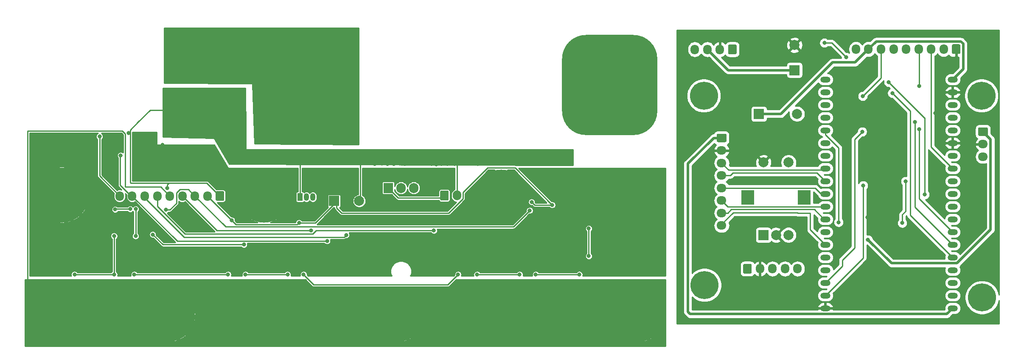
<source format=gbr>
%TF.GenerationSoftware,KiCad,Pcbnew,(5.1.9)-1*%
%TF.CreationDate,2021-02-04T15:38:24+01:00*%
%TF.ProjectId,Spotwelderix,53706f74-7765-46c6-9465-7269782e6b69,v01*%
%TF.SameCoordinates,Original*%
%TF.FileFunction,Copper,L2,Bot*%
%TF.FilePolarity,Positive*%
%FSLAX46Y46*%
G04 Gerber Fmt 4.6, Leading zero omitted, Abs format (unit mm)*
G04 Created by KiCad (PCBNEW (5.1.9)-1) date 2021-02-04 15:38:24*
%MOMM*%
%LPD*%
G01*
G04 APERTURE LIST*
%TA.AperFunction,ComponentPad*%
%ADD10O,1.700000X1.950000*%
%TD*%
%TA.AperFunction,ComponentPad*%
%ADD11C,0.900000*%
%TD*%
%TA.AperFunction,ComponentPad*%
%ADD12C,10.600000*%
%TD*%
%TA.AperFunction,ComponentPad*%
%ADD13O,1.905000X2.000000*%
%TD*%
%TA.AperFunction,ComponentPad*%
%ADD14R,1.905000X2.000000*%
%TD*%
%TA.AperFunction,ComponentPad*%
%ADD15O,1.700000X2.000000*%
%TD*%
%TA.AperFunction,ComponentPad*%
%ADD16C,2.000000*%
%TD*%
%TA.AperFunction,ComponentPad*%
%ADD17R,2.000000X2.000000*%
%TD*%
%TA.AperFunction,ComponentPad*%
%ADD18C,0.800000*%
%TD*%
%TA.AperFunction,ComponentPad*%
%ADD19C,6.400000*%
%TD*%
%TA.AperFunction,ComponentPad*%
%ADD20O,1.050000X1.500000*%
%TD*%
%TA.AperFunction,ComponentPad*%
%ADD21R,1.050000X1.500000*%
%TD*%
%TA.AperFunction,ComponentPad*%
%ADD22R,2.500000X3.000000*%
%TD*%
%TA.AperFunction,ComponentPad*%
%ADD23O,2.000000X1.200000*%
%TD*%
%TA.AperFunction,ComponentPad*%
%ADD24O,1.950000X1.700000*%
%TD*%
%TA.AperFunction,ConnectorPad*%
%ADD25C,5.600000*%
%TD*%
%TA.AperFunction,ComponentPad*%
%ADD26C,3.600000*%
%TD*%
%TA.AperFunction,ViaPad*%
%ADD27C,0.800000*%
%TD*%
%TA.AperFunction,ViaPad*%
%ADD28C,0.600000*%
%TD*%
%TA.AperFunction,Conductor*%
%ADD29C,0.250000*%
%TD*%
%TA.AperFunction,Conductor*%
%ADD30C,0.500000*%
%TD*%
%TA.AperFunction,Conductor*%
%ADD31C,0.254000*%
%TD*%
%TA.AperFunction,Conductor*%
%ADD32C,0.100000*%
%TD*%
G04 APERTURE END LIST*
D10*
%TO.P,P1,9*%
%TO.N,R_Schunt_Stab*%
X95400000Y-99200000D03*
%TO.P,P1,8*%
%TO.N,+5V*%
X97900000Y-99200000D03*
%TO.P,P1,7*%
%TO.N,EnablePower*%
X100400000Y-99200000D03*
%TO.P,P1,6*%
%TO.N,V_Batt*%
X102900000Y-99200000D03*
%TO.P,P1,5*%
%TO.N,Probe-*%
X105400000Y-99200000D03*
%TO.P,P1,4*%
%TO.N,Dallas*%
X107900000Y-99200000D03*
%TO.P,P1,3*%
%TO.N,Gate_logic*%
X110400000Y-99200000D03*
%TO.P,P1,2*%
%TO.N,VCC*%
X112900000Y-99200000D03*
%TO.P,P1,1*%
%TO.N,GND*%
%TA.AperFunction,ComponentPad*%
G36*
G01*
X116250000Y-98475000D02*
X116250000Y-99925000D01*
G75*
G02*
X116000000Y-100175000I-250000J0D01*
G01*
X114800000Y-100175000D01*
G75*
G02*
X114550000Y-99925000I0J250000D01*
G01*
X114550000Y-98475000D01*
G75*
G02*
X114800000Y-98225000I250000J0D01*
G01*
X116000000Y-98225000D01*
G75*
G02*
X116250000Y-98475000I0J-250000D01*
G01*
G37*
%TD.AperFunction*%
%TD*%
D11*
%TO.P,H6,1*%
%TO.N,FET_GND*%
X174310749Y-96389251D03*
X171500000Y-95225000D03*
X168689251Y-96389251D03*
X167525000Y-99200000D03*
X168689251Y-102010749D03*
X171500000Y-103175000D03*
X174310749Y-102010749D03*
X175475000Y-99200000D03*
D12*
X171500000Y-99200000D03*
%TD*%
D13*
%TO.P,Q10,3*%
%TO.N,VCCQ*%
X154080000Y-97600000D03*
%TO.P,Q10,2*%
%TO.N,Net-(D2-Pad2)*%
X151540000Y-97600000D03*
D14*
%TO.P,Q10,1*%
%TO.N,Net-(J1-Pad1)*%
X149000000Y-97600000D03*
%TD*%
D15*
%TO.P,J1,2*%
%TO.N,GND*%
X162700000Y-99100000D03*
%TO.P,J1,1*%
%TO.N,Net-(J1-Pad1)*%
%TA.AperFunction,ComponentPad*%
G36*
G01*
X159350000Y-99850000D02*
X159350000Y-98350000D01*
G75*
G02*
X159600000Y-98100000I250000J0D01*
G01*
X160800000Y-98100000D01*
G75*
G02*
X161050000Y-98350000I0J-250000D01*
G01*
X161050000Y-99850000D01*
G75*
G02*
X160800000Y-100100000I-250000J0D01*
G01*
X159600000Y-100100000D01*
G75*
G02*
X159350000Y-99850000I0J250000D01*
G01*
G37*
%TD.AperFunction*%
%TD*%
D16*
%TO.P,C14,2*%
%TO.N,GND*%
X143200000Y-100200000D03*
D17*
%TO.P,C14,1*%
%TO.N,VCC*%
X138200000Y-100200000D03*
%TD*%
D18*
%TO.P,H7,1*%
%TO.N,GND*%
X118537056Y-80322944D03*
X116840000Y-79620000D03*
X115142944Y-80322944D03*
X114440000Y-82020000D03*
X115142944Y-83717056D03*
X116840000Y-84420000D03*
X118537056Y-83717056D03*
X119240000Y-82020000D03*
D19*
X116840000Y-82020000D03*
%TD*%
D18*
%TO.P,H2,1*%
%TO.N,+BATT*%
X118537056Y-69322944D03*
X116840000Y-68620000D03*
X115142944Y-69322944D03*
X114440000Y-71020000D03*
X115142944Y-72717056D03*
X116840000Y-73420000D03*
X118537056Y-72717056D03*
X119240000Y-71020000D03*
D19*
X116840000Y-71020000D03*
%TD*%
D11*
%TO.P,H5,1*%
%TO.N,FET_GND*%
X126980749Y-96459251D03*
X124170000Y-95295000D03*
X121359251Y-96459251D03*
X120195000Y-99270000D03*
X121359251Y-102080749D03*
X124170000Y-103245000D03*
X126980749Y-102080749D03*
X128145000Y-99270000D03*
D12*
X124170000Y-99270000D03*
%TD*%
D11*
%TO.P,H4,1*%
%TO.N,FET_GND*%
X86710749Y-96459251D03*
X83900000Y-95295000D03*
X81089251Y-96459251D03*
X79925000Y-99270000D03*
X81089251Y-102080749D03*
X83900000Y-103245000D03*
X86710749Y-102080749D03*
X87875000Y-99270000D03*
D12*
X83900000Y-99270000D03*
%TD*%
D11*
%TO.P,H3,1*%
%TO.N,Probe-*%
X153730749Y-120209251D03*
X150920000Y-119045000D03*
X148109251Y-120209251D03*
X146945000Y-123020000D03*
X148109251Y-125830749D03*
X150920000Y-126995000D03*
X153730749Y-125830749D03*
X154895000Y-123020000D03*
D12*
X150920000Y-123020000D03*
%TD*%
D11*
%TO.P,H1,1*%
%TO.N,Probe-*%
X107980749Y-120209251D03*
X105170000Y-119045000D03*
X102359251Y-120209251D03*
X101195000Y-123020000D03*
X102359251Y-125830749D03*
X105170000Y-126995000D03*
X107980749Y-125830749D03*
X109145000Y-123020000D03*
D12*
X105170000Y-123020000D03*
%TD*%
%TO.P,F1,1*%
%TO.N,VCCQ*%
%TA.AperFunction,ComponentPad*%
G36*
G01*
X202675000Y-71767500D02*
X202675000Y-82272500D01*
G75*
G02*
X197922500Y-87025000I-4752500J0D01*
G01*
X188417500Y-87025000D01*
G75*
G02*
X183665000Y-82272500I0J4752500D01*
G01*
X183665000Y-71767500D01*
G75*
G02*
X188417500Y-67015000I4752500J0D01*
G01*
X197922500Y-67015000D01*
G75*
G02*
X202675000Y-71767500I0J-4752500D01*
G01*
G37*
%TD.AperFunction*%
%TO.P,F1,2*%
%TO.N,+BATT*%
%TA.AperFunction,ComponentPad*%
G36*
G01*
X141715000Y-71767500D02*
X141715000Y-82272500D01*
G75*
G02*
X136962500Y-87025000I-4752500J0D01*
G01*
X127457500Y-87025000D01*
G75*
G02*
X122705000Y-82272500I0J4752500D01*
G01*
X122705000Y-71767500D01*
G75*
G02*
X127457500Y-67015000I4752500J0D01*
G01*
X136962500Y-67015000D01*
G75*
G02*
X141715000Y-71767500I0J-4752500D01*
G01*
G37*
%TD.AperFunction*%
%TD*%
D11*
%TO.P,J4,1*%
%TO.N,Probe-*%
X201730749Y-120209251D03*
X198920000Y-119045000D03*
X196109251Y-120209251D03*
X194945000Y-123020000D03*
X196109251Y-125830749D03*
X198920000Y-126995000D03*
X201730749Y-125830749D03*
X202895000Y-123020000D03*
D12*
X198920000Y-123020000D03*
%TD*%
D20*
%TO.P,U1,2*%
%TO.N,Dallas*%
X132670000Y-99400000D03*
%TO.P,U1,3*%
%TO.N,+5V*%
X133940000Y-99400000D03*
D21*
%TO.P,U1,1*%
%TO.N,GND*%
X131400000Y-99400000D03*
%TD*%
D17*
%TO.P,ENC1,A*%
%TO.N,Net-(ENC1-PadA)*%
X223850000Y-107000000D03*
D16*
%TO.P,ENC1,C*%
%TO.N,GND*%
X226350000Y-107000000D03*
%TO.P,ENC1,B*%
%TO.N,Net-(ENC1-PadB)*%
X228850000Y-107000000D03*
D22*
%TO.P,ENC1,MP*%
%TO.N,N/C*%
X220750000Y-99500000D03*
X231950000Y-99500000D03*
D16*
%TO.P,ENC1,S1*%
%TO.N,GND*%
X223850000Y-92500000D03*
%TO.P,ENC1,S2*%
%TO.N,Net-(ENC1-PadS2)*%
X228850000Y-92500000D03*
%TD*%
D23*
%TO.P,U1,19*%
%TO.N,+5V*%
X261600000Y-75940000D03*
%TO.P,U1,20*%
%TO.N,Net-(U1-Pad20)*%
X236200000Y-75940000D03*
%TO.P,U1,18*%
%TO.N,GND*%
X261600000Y-78480000D03*
%TO.P,U1,21*%
%TO.N,Net-(U1-Pad21)*%
X236200000Y-78480000D03*
%TO.P,U1,17*%
%TO.N,Net-(U1-Pad17)*%
X261600000Y-81020000D03*
%TO.P,U1,22*%
%TO.N,Net-(U1-Pad22)*%
X236200000Y-81020000D03*
%TO.P,U1,16*%
%TO.N,Net-(U1-Pad16)*%
X261600000Y-83560000D03*
%TO.P,U1,23*%
%TO.N,Net-(U1-Pad23)*%
X236200000Y-83560000D03*
%TO.P,U1,15*%
%TO.N,Dallas*%
X261600000Y-86100000D03*
%TO.P,U1,24*%
%TO.N,ChargerEna*%
X236200000Y-86100000D03*
%TO.P,U1,14*%
%TO.N,GND*%
X261600000Y-88640000D03*
%TO.P,U1,25*%
%TO.N,Net-(U1-Pad25)*%
X236200000Y-88640000D03*
%TO.P,U1,13*%
%TO.N,LED*%
X261600000Y-91180000D03*
%TO.P,U1,26*%
%TO.N,FootSwitch*%
X236200000Y-91180000D03*
%TO.P,U1,12*%
%TO.N,Gate_logic*%
X261600000Y-93720000D03*
%TO.P,U1,27*%
%TO.N,Net-(P1-Pad3)*%
X236200000Y-93720000D03*
%TO.P,U1,11*%
%TO.N,FAN*%
X261600000Y-96260000D03*
%TO.P,U1,28*%
%TO.N,Net-(P1-Pad4)*%
X236200000Y-96260000D03*
%TO.P,U1,10*%
%TO.N,BUZZ*%
X261600000Y-98800000D03*
%TO.P,U1,29*%
%TO.N,Net-(P1-Pad5)*%
X236200000Y-98800000D03*
%TO.P,U1,9*%
%TO.N,ExtPWRADC*%
X261600000Y-101340000D03*
%TO.P,U1,30*%
%TO.N,Net-(P1-Pad6)*%
X236200000Y-101340000D03*
%TO.P,U1,8*%
%TO.N,Shuntvoltage*%
X261600000Y-103880000D03*
%TO.P,U1,31*%
%TO.N,Net-(P1-Pad7)*%
X236200000Y-103880000D03*
%TO.P,U1,7*%
%TO.N,VCC_ADC*%
X261600000Y-106420000D03*
%TO.P,U1,32*%
%TO.N,Net-(U1-Pad32)*%
X236200000Y-106420000D03*
%TO.P,U1,6*%
%TO.N,ProbeADC*%
X261600000Y-108960000D03*
%TO.P,U1,33*%
%TO.N,Net-(P1-Pad8)*%
X236200000Y-108960000D03*
%TO.P,U1,5*%
%TO.N,Vbat_ADC*%
X261600000Y-111500000D03*
%TO.P,U1,34*%
%TO.N,Net-(U1-Pad34)*%
X236200000Y-111500000D03*
%TO.P,U1,4*%
%TO.N,UI_RotEnc_A*%
X261600000Y-114040000D03*
%TO.P,U1,35*%
%TO.N,Net-(U1-Pad35)*%
X236200000Y-114040000D03*
%TO.P,U1,3*%
%TO.N,UI_RotEnc_B*%
X261600000Y-116580000D03*
%TO.P,U1,36*%
%TO.N,EnableSupply*%
X236200000Y-116580000D03*
%TO.P,U1,2*%
%TO.N,Net-(U1-Pad2)*%
X261600000Y-119120000D03*
%TO.P,U1,37*%
%TO.N,UI_RotEnc_Push*%
X236200000Y-119120000D03*
%TO.P,U1,1*%
%TO.N,+3V3*%
X261600000Y-121660000D03*
%TO.P,U1,38*%
%TO.N,GND*%
X236200000Y-121660000D03*
%TD*%
D24*
%TO.P,P1,8*%
%TO.N,Net-(P1-Pad8)*%
X215500000Y-105100000D03*
%TO.P,P1,7*%
%TO.N,Net-(P1-Pad7)*%
X215500000Y-102600000D03*
%TO.P,P1,6*%
%TO.N,Net-(P1-Pad6)*%
X215500000Y-100100000D03*
%TO.P,P1,5*%
%TO.N,Net-(P1-Pad5)*%
X215500000Y-97600000D03*
%TO.P,P1,4*%
%TO.N,Net-(P1-Pad4)*%
X215500000Y-95100000D03*
%TO.P,P1,3*%
%TO.N,Net-(P1-Pad3)*%
X215500000Y-92600000D03*
%TO.P,P1,2*%
%TO.N,GND*%
X215500000Y-90100000D03*
%TO.P,P1,1*%
%TO.N,+3V3*%
%TA.AperFunction,ComponentPad*%
G36*
G01*
X214775000Y-86750000D02*
X216225000Y-86750000D01*
G75*
G02*
X216475000Y-87000000I0J-250000D01*
G01*
X216475000Y-88200000D01*
G75*
G02*
X216225000Y-88450000I-250000J0D01*
G01*
X214775000Y-88450000D01*
G75*
G02*
X214525000Y-88200000I0J250000D01*
G01*
X214525000Y-87000000D01*
G75*
G02*
X214775000Y-86750000I250000J0D01*
G01*
G37*
%TD.AperFunction*%
%TD*%
D10*
%TO.P,P2,9*%
%TO.N,Shuntvoltage*%
X242300000Y-69850000D03*
%TO.P,P2,8*%
%TO.N,+5V*%
X244800000Y-69850000D03*
%TO.P,P2,7*%
%TO.N,EnableSupply*%
X247300000Y-69850000D03*
%TO.P,P2,6*%
%TO.N,Vbat_ADC*%
X249800000Y-69850000D03*
%TO.P,P2,5*%
%TO.N,Probe*%
X252300000Y-69850000D03*
%TO.P,P2,4*%
%TO.N,Dallas*%
X254800000Y-69850000D03*
%TO.P,P2,3*%
%TO.N,Gate_logic*%
X257300000Y-69850000D03*
%TO.P,P2,2*%
%TO.N,VCC*%
X259800000Y-69850000D03*
%TO.P,P2,1*%
%TO.N,GND*%
%TA.AperFunction,ComponentPad*%
G36*
G01*
X263150000Y-69125000D02*
X263150000Y-70575000D01*
G75*
G02*
X262900000Y-70825000I-250000J0D01*
G01*
X261700000Y-70825000D01*
G75*
G02*
X261450000Y-70575000I0J250000D01*
G01*
X261450000Y-69125000D01*
G75*
G02*
X261700000Y-68875000I250000J0D01*
G01*
X262900000Y-68875000D01*
G75*
G02*
X263150000Y-69125000I0J-250000D01*
G01*
G37*
%TD.AperFunction*%
%TD*%
%TO.P,J3,4*%
%TO.N,FAN_GND*%
X210150000Y-69900000D03*
%TO.P,J3,3*%
%TO.N,VCC*%
X212650000Y-69900000D03*
%TO.P,J3,2*%
%TO.N,GND*%
X215150000Y-69900000D03*
%TO.P,J3,1*%
%TO.N,ExtPower*%
%TA.AperFunction,ComponentPad*%
G36*
G01*
X218500000Y-69175000D02*
X218500000Y-70625000D01*
G75*
G02*
X218250000Y-70875000I-250000J0D01*
G01*
X217050000Y-70875000D01*
G75*
G02*
X216800000Y-70625000I0J250000D01*
G01*
X216800000Y-69175000D01*
G75*
G02*
X217050000Y-68925000I250000J0D01*
G01*
X218250000Y-68925000D01*
G75*
G02*
X218500000Y-69175000I0J-250000D01*
G01*
G37*
%TD.AperFunction*%
%TD*%
%TO.P,J1,5*%
%TO.N,Net-(J1-Pad5)*%
X230650000Y-113750000D03*
%TO.P,J1,4*%
%TO.N,Net-(J1-Pad4)*%
X228150000Y-113750000D03*
%TO.P,J1,3*%
%TO.N,ExtPower*%
X225650000Y-113750000D03*
%TO.P,J1,2*%
%TO.N,GND*%
X223150000Y-113750000D03*
%TO.P,J1,1*%
%TO.N,Net-(J1-Pad1)*%
%TA.AperFunction,ComponentPad*%
G36*
G01*
X219800000Y-114475000D02*
X219800000Y-113025000D01*
G75*
G02*
X220050000Y-112775000I250000J0D01*
G01*
X221250000Y-112775000D01*
G75*
G02*
X221500000Y-113025000I0J-250000D01*
G01*
X221500000Y-114475000D01*
G75*
G02*
X221250000Y-114725000I-250000J0D01*
G01*
X220050000Y-114725000D01*
G75*
G02*
X219800000Y-114475000I0J250000D01*
G01*
G37*
%TD.AperFunction*%
%TD*%
D24*
%TO.P,J2,3*%
%TO.N,LED*%
X267650000Y-91350000D03*
%TO.P,J2,2*%
%TO.N,GND*%
X267650000Y-88850000D03*
%TO.P,J2,1*%
%TO.N,+5V*%
%TA.AperFunction,ComponentPad*%
G36*
G01*
X266925000Y-85500000D02*
X268375000Y-85500000D01*
G75*
G02*
X268625000Y-85750000I0J-250000D01*
G01*
X268625000Y-86950000D01*
G75*
G02*
X268375000Y-87200000I-250000J0D01*
G01*
X266925000Y-87200000D01*
G75*
G02*
X266675000Y-86950000I0J250000D01*
G01*
X266675000Y-85750000D01*
G75*
G02*
X266925000Y-85500000I250000J0D01*
G01*
G37*
%TD.AperFunction*%
%TD*%
D16*
%TO.P,BZ1,2*%
%TO.N,Net-(BZ1-Pad2)*%
X230550000Y-82800000D03*
D17*
%TO.P,BZ1,1*%
%TO.N,+5V*%
X222950000Y-82800000D03*
%TD*%
D16*
%TO.P,C4,2*%
%TO.N,GND*%
X230050000Y-69050000D03*
D17*
%TO.P,C4,1*%
%TO.N,VCC*%
X230050000Y-74050000D03*
%TD*%
D25*
%TO.P,H3,1*%
%TO.N,N/C*%
X267450000Y-119500000D03*
D26*
X267450000Y-119500000D03*
%TD*%
D25*
%TO.P,H1,1*%
%TO.N,N/C*%
X212100000Y-117000000D03*
D26*
X212100000Y-117000000D03*
%TD*%
D25*
%TO.P,H4,1*%
%TO.N,N/C*%
X211950000Y-79150000D03*
D26*
X211950000Y-79150000D03*
%TD*%
D25*
%TO.P,H2,1*%
%TO.N,N/C*%
X267350000Y-79150000D03*
D26*
X267350000Y-79150000D03*
%TD*%
D27*
%TO.N,GND*%
X142900000Y-92375000D03*
X146300000Y-92800000D03*
X147700000Y-92700000D03*
X148800000Y-92800000D03*
X150100000Y-92800000D03*
X151300000Y-92700000D03*
X152300000Y-92800000D03*
X154600000Y-92700000D03*
X155900000Y-92700000D03*
X157600000Y-92800000D03*
X158560000Y-92860000D03*
X159600000Y-92800000D03*
X160800000Y-92800000D03*
X162200000Y-92800000D03*
X164500000Y-92700000D03*
X165800000Y-92700000D03*
X166900000Y-92800000D03*
X175700000Y-92800000D03*
X176620000Y-92720000D03*
X177500000Y-92800000D03*
X178500000Y-92800000D03*
X179420000Y-92820000D03*
X180300000Y-92800000D03*
X181300000Y-92800000D03*
X182170000Y-92830000D03*
X183000000Y-92800000D03*
X183900000Y-92700000D03*
X184700000Y-92800000D03*
X185600000Y-92800000D03*
X138200000Y-91200000D03*
X129400000Y-91000000D03*
X104862653Y-97637347D03*
X97200000Y-86600000D03*
X240500000Y-80000000D03*
X249000000Y-88600000D03*
X251362000Y-82562000D03*
X258125000Y-82662000D03*
X256800000Y-119750000D03*
X244575000Y-103450000D03*
X244950000Y-101200000D03*
X245200000Y-97250000D03*
X267650000Y-95550000D03*
X251000000Y-106400000D03*
%TO.N,VCC*%
X131186106Y-104570956D03*
X102000000Y-106900000D03*
X120200000Y-108925000D03*
X117750000Y-104050000D03*
X181700000Y-101000000D03*
X177600000Y-100400000D03*
%TO.N,Gate_logic*%
X177200000Y-102100000D03*
X104617641Y-101982359D03*
X97500000Y-101800000D03*
X94500000Y-101900000D03*
%TO.N,Gate*%
X94300000Y-114900000D03*
X86400000Y-114900000D03*
X98300000Y-114900000D03*
X117000000Y-114900000D03*
X120500000Y-114900000D03*
X128900000Y-114900000D03*
X132100000Y-114900000D03*
X162900000Y-114900000D03*
X166700000Y-114900000D03*
X175200000Y-114900000D03*
X178400000Y-114900000D03*
X187100000Y-114900000D03*
X189000000Y-111200000D03*
X189000000Y-105700000D03*
X94300000Y-107200000D03*
%TO.N,Dallas*%
X133600000Y-106070011D03*
X254900000Y-77200000D03*
%TO.N,+5V*%
X136800000Y-108200000D03*
X95600000Y-91100000D03*
X244700000Y-107950000D03*
%TO.N,FET_GND*%
X77930000Y-87959999D03*
X77930000Y-91959999D03*
X77930000Y-95959999D03*
X77930000Y-99959999D03*
X77930000Y-103959999D03*
X77930000Y-107959999D03*
X77930000Y-111959999D03*
X79930000Y-89959999D03*
X79930000Y-93959999D03*
X79930000Y-105959999D03*
X79930000Y-109959999D03*
X81930000Y-87959999D03*
X81930000Y-91959999D03*
X81930000Y-107959999D03*
X81930000Y-111959999D03*
X83930000Y-89959999D03*
X83930000Y-105959999D03*
X83930000Y-109959999D03*
X84930000Y-92959999D03*
X85930000Y-87959999D03*
X85930000Y-107959999D03*
X86930000Y-90959999D03*
X86930000Y-104959999D03*
X86930000Y-110959999D03*
X87930000Y-93959999D03*
X87930000Y-113959999D03*
X88930000Y-88959999D03*
X88930000Y-102959999D03*
X88930000Y-106959999D03*
X89930000Y-91959999D03*
X89930000Y-95959999D03*
X89930000Y-99959999D03*
X89930000Y-109959999D03*
X90930000Y-104959999D03*
X91930000Y-97959999D03*
X91930000Y-101959999D03*
X91930000Y-107959999D03*
X92930000Y-90959999D03*
X92930000Y-94959999D03*
X92930000Y-110959999D03*
X96930000Y-110959999D03*
X98930000Y-91959999D03*
X98930000Y-112959999D03*
X99930000Y-94959999D03*
X100930000Y-89959999D03*
X101930000Y-92959999D03*
X101930000Y-111959999D03*
X103930000Y-88959999D03*
X103930000Y-94959999D03*
X103930000Y-106959999D03*
X103930000Y-113959999D03*
X104930000Y-91959999D03*
X104930000Y-109959999D03*
X106930000Y-93959999D03*
X106930000Y-101959999D03*
X106930000Y-111959999D03*
X108930000Y-103959999D03*
X108930000Y-109959999D03*
X108930000Y-113959999D03*
X109930000Y-94959999D03*
X110930000Y-89959999D03*
X110930000Y-105959999D03*
X110930000Y-111959999D03*
X112930000Y-93959999D03*
X112930000Y-109959999D03*
X114930000Y-95959999D03*
X115930000Y-110959999D03*
X116930000Y-93959999D03*
X117930000Y-96959999D03*
X117930000Y-100959999D03*
X119930000Y-103959999D03*
X119930000Y-110959999D03*
X120930000Y-93959999D03*
X121930000Y-108959999D03*
X121930000Y-112959999D03*
X123930000Y-110959999D03*
X125930000Y-108959999D03*
X126930000Y-111959999D03*
X127930000Y-93959999D03*
X128930000Y-103959999D03*
X128930000Y-109959999D03*
X131930000Y-108959999D03*
X131930000Y-112959999D03*
X133930000Y-110959999D03*
X134930000Y-113959999D03*
X135930000Y-96959999D03*
X135930000Y-100959999D03*
X136930000Y-109959999D03*
X137930000Y-102959999D03*
X138930000Y-95959999D03*
X138930000Y-111959999D03*
X139930000Y-108959999D03*
X140930000Y-97959999D03*
X140930000Y-103959999D03*
X141930000Y-110959999D03*
X142930000Y-106959999D03*
X143930000Y-112959999D03*
X144930000Y-97959999D03*
X144930000Y-103959999D03*
X144930000Y-108959999D03*
X145930000Y-100959999D03*
X146930000Y-106959999D03*
X146930000Y-110959999D03*
X147930000Y-113959999D03*
X148930000Y-99959999D03*
X148930000Y-103959999D03*
X148930000Y-108959999D03*
X150930000Y-106959999D03*
X150930000Y-110959999D03*
X151930000Y-100959999D03*
X152930000Y-94959999D03*
X152930000Y-103959999D03*
X152930000Y-108959999D03*
X153930000Y-111959999D03*
X154930000Y-106959999D03*
X155930000Y-95959999D03*
X155930000Y-109959999D03*
X155930000Y-113959999D03*
X156930000Y-100959999D03*
X157930000Y-97959999D03*
X157930000Y-107959999D03*
X157930000Y-111959999D03*
X159930000Y-95959999D03*
X159930000Y-109959999D03*
X161930000Y-107959999D03*
X161930000Y-111959999D03*
X163930000Y-101959999D03*
X163930000Y-109959999D03*
X164930000Y-98959999D03*
X164930000Y-106959999D03*
X165930000Y-103959999D03*
X166930000Y-108959999D03*
X166930000Y-112959999D03*
X168930000Y-106959999D03*
X168930000Y-110959999D03*
X169930000Y-113959999D03*
X170930000Y-108959999D03*
X172930000Y-106959999D03*
X172930000Y-110959999D03*
X174930000Y-108959999D03*
X174930000Y-112959999D03*
X175930000Y-104959999D03*
X176930000Y-110959999D03*
X177930000Y-106959999D03*
X178930000Y-112959999D03*
X179930000Y-104959999D03*
X179930000Y-108959999D03*
X180930000Y-95959999D03*
X181930000Y-102959999D03*
X181930000Y-106959999D03*
X181930000Y-110959999D03*
X183930000Y-104959999D03*
X183930000Y-108959999D03*
X185930000Y-95959999D03*
X185930000Y-106959999D03*
X186930000Y-98959999D03*
X186930000Y-112959999D03*
%TO.N,Probe-*%
X77400000Y-116700000D03*
D28*
X77330000Y-118559999D03*
X81330000Y-116959999D03*
X83730000Y-118559999D03*
X86930000Y-116959999D03*
X89330000Y-118559999D03*
X93330000Y-116959999D03*
X95730000Y-118559999D03*
X98130000Y-116959999D03*
X100530000Y-118559999D03*
X100530000Y-127359999D03*
X102930000Y-116959999D03*
X106930000Y-116959999D03*
X109330000Y-128159999D03*
X110130000Y-117759999D03*
X113330000Y-118559999D03*
X115730000Y-116959999D03*
X118130000Y-118559999D03*
X120530000Y-116959999D03*
X122930000Y-118559999D03*
X126930000Y-116959999D03*
X129330000Y-118559999D03*
X132530000Y-117759999D03*
X135730000Y-118559999D03*
X139730000Y-118559999D03*
X143730000Y-118559999D03*
X146130000Y-127359999D03*
X154930000Y-128159999D03*
X155730000Y-118559999D03*
X159730000Y-118559999D03*
X162930000Y-116959999D03*
X165330000Y-118559999D03*
X167730000Y-116959999D03*
X170130000Y-118559999D03*
X173330000Y-116959999D03*
X175730000Y-118559999D03*
X178930000Y-116959999D03*
X181330000Y-118559999D03*
X185330000Y-116959999D03*
X187730000Y-118559999D03*
X190930000Y-116159999D03*
X192530000Y-118559999D03*
X192530000Y-122559999D03*
X192530000Y-126559999D03*
X194930000Y-116159999D03*
X194930000Y-128159999D03*
X198130000Y-116959999D03*
X201330000Y-116159999D03*
X202930000Y-128159999D03*
X203730000Y-117759999D03*
D27*
%TO.N,Net-(IC2-Pad1)*%
X98600000Y-107200000D03*
X98600000Y-101800000D03*
%TO.N,EnablePower*%
X140607108Y-107007108D03*
%TO.N,V_Batt*%
X158100000Y-106100000D03*
%TO.N,R_Schunt_Stab*%
X91400000Y-87300000D03*
%TO.N,UI_RotEnc_Push*%
X243750000Y-97100000D03*
%TO.N,FAN_GND*%
X240350000Y-71450000D03*
X236000000Y-68600000D03*
%TO.N,Shuntvoltage*%
X256000000Y-98900000D03*
X248825000Y-76450000D03*
%TO.N,EnableSupply*%
X243550000Y-86350000D03*
X243650000Y-79250000D03*
%TO.N,Vbat_ADC*%
X249550000Y-78650000D03*
%TO.N,ChargerEna*%
X238850000Y-104450000D03*
%TO.N,ProbeADC*%
X254050000Y-84400000D03*
%TO.N,VCC_ADC*%
X254950000Y-85850000D03*
%TO.N,ExtPWRADC*%
X251550000Y-104600000D03*
X252200000Y-96250000D03*
%TD*%
D29*
%TO.N,GND*%
X115400000Y-99200000D02*
X112800000Y-96600000D01*
X97600000Y-96600000D02*
X97500000Y-96500000D01*
X97500000Y-96500000D02*
X97500000Y-86000000D01*
X101480000Y-82020000D02*
X116840000Y-82020000D01*
X162700000Y-99100000D02*
X162700000Y-92600000D01*
X131400000Y-99400000D02*
X131400000Y-92600000D01*
X143400000Y-100400000D02*
X143200000Y-100200000D01*
X143400000Y-92875000D02*
X143400000Y-100400000D01*
X142900000Y-92375000D02*
X143400000Y-92875000D01*
X99050000Y-84450000D02*
X101480000Y-82020000D01*
X97500000Y-86000000D02*
X99050000Y-84450000D01*
X104862653Y-96937347D02*
X105200000Y-96600000D01*
X104862653Y-97637347D02*
X104862653Y-96937347D01*
X105200000Y-96600000D02*
X97600000Y-96600000D01*
X112800000Y-96600000D02*
X105200000Y-96600000D01*
%TO.N,VCC*%
X130904999Y-104895001D02*
X118595001Y-104895001D01*
X104025000Y-108925000D02*
X120200000Y-108925000D01*
X102000000Y-106900000D02*
X104025000Y-108925000D01*
X117750000Y-104050000D02*
X112900000Y-99200000D01*
X118595001Y-104895001D02*
X117750000Y-104050000D01*
X160986714Y-102625001D02*
X139725001Y-102625001D01*
X163875010Y-99736705D02*
X160986714Y-102625001D01*
X163875010Y-98499988D02*
X163875010Y-99736705D01*
X168799999Y-93574999D02*
X163875010Y-98499988D01*
X174274999Y-93574999D02*
X168799999Y-93574999D01*
X181700000Y-101000000D02*
X174274999Y-93574999D01*
X178200000Y-101000000D02*
X181700000Y-101000000D01*
X177600000Y-100400000D02*
X178200000Y-101000000D01*
X130904999Y-104852063D02*
X131186106Y-104570956D01*
X130904999Y-104895001D02*
X130904999Y-104852063D01*
X134429044Y-104570956D02*
X138700000Y-100300000D01*
X131186106Y-104570956D02*
X134429044Y-104570956D01*
X138700000Y-101600000D02*
X139725001Y-102625001D01*
X138700000Y-100300000D02*
X138700000Y-101600000D01*
D30*
X259404913Y-69850000D02*
X259800000Y-69850000D01*
X216800000Y-74050000D02*
X230050000Y-74050000D01*
X212650000Y-69900000D02*
X216800000Y-74050000D01*
D29*
%TO.N,Gate_logic*%
X116545011Y-105345011D02*
X110400000Y-99200000D01*
X173954988Y-105345011D02*
X116545011Y-105345011D01*
X177200000Y-102100000D02*
X173954988Y-105345011D01*
X107413295Y-97899990D02*
X109099990Y-97899990D01*
X106724990Y-98588295D02*
X107413295Y-97899990D01*
X106724990Y-100675010D02*
X106724990Y-98588295D01*
X109099990Y-97899990D02*
X110400000Y-99200000D01*
X105417641Y-101982359D02*
X106724990Y-100675010D01*
X104617641Y-101982359D02*
X105417641Y-101982359D01*
X94600000Y-101800000D02*
X94500000Y-101900000D01*
X97500000Y-101800000D02*
X94600000Y-101800000D01*
X257300000Y-89420000D02*
X261600000Y-93720000D01*
X257300000Y-69850000D02*
X257300000Y-89420000D01*
%TO.N,Gate*%
X94300000Y-114900000D02*
X86400000Y-114900000D01*
X98300000Y-114900000D02*
X117000000Y-114900000D01*
X120500000Y-114900000D02*
X128900000Y-114900000D01*
X160864999Y-116935001D02*
X162900000Y-114900000D01*
X134135001Y-116935001D02*
X160864999Y-116935001D01*
X132100000Y-114900000D02*
X134135001Y-116935001D01*
X166700000Y-114900000D02*
X175200000Y-114900000D01*
X178400000Y-114900000D02*
X187100000Y-114900000D01*
X189000000Y-111200000D02*
X189000000Y-105700000D01*
X94300000Y-107200000D02*
X94300000Y-114900000D01*
%TO.N,Dallas*%
X132670000Y-99400000D02*
X132600000Y-99400000D01*
X114770011Y-106070011D02*
X107900000Y-99200000D01*
X133600000Y-106070011D02*
X114770011Y-106070011D01*
X254900000Y-69950000D02*
X254800000Y-69850000D01*
X254900000Y-77200000D02*
X254900000Y-69950000D01*
%TO.N,+5V*%
X106900000Y-108200000D02*
X136800000Y-108200000D01*
X97900000Y-99200000D02*
X106900000Y-108200000D01*
X97663590Y-99200000D02*
X95500000Y-97036410D01*
X97900000Y-99200000D02*
X97663590Y-99200000D01*
X95500000Y-91200000D02*
X95600000Y-91100000D01*
X95500000Y-97036410D02*
X95500000Y-91200000D01*
D30*
X242149999Y-72500001D02*
X244800000Y-69850000D01*
X237613640Y-72500001D02*
X242149999Y-72500001D01*
X227313641Y-82800000D02*
X237613640Y-72500001D01*
X222950000Y-82800000D02*
X227313641Y-82800000D01*
X269175010Y-87875010D02*
X267650000Y-86350000D01*
X269175010Y-105951349D02*
X269175010Y-87875010D01*
X262476349Y-112650010D02*
X269175010Y-105951349D01*
X249400010Y-112650010D02*
X262476349Y-112650010D01*
X244700000Y-107950000D02*
X249400010Y-112650010D01*
X263700010Y-73839990D02*
X261600000Y-75940000D01*
X263700010Y-68793622D02*
X263700010Y-73839990D01*
X263231378Y-68324990D02*
X263700010Y-68793622D01*
X246325010Y-68324990D02*
X263231378Y-68324990D01*
X244800000Y-69850000D02*
X246325010Y-68324990D01*
D29*
%TO.N,Probe-*%
X105400000Y-99200000D02*
X103600000Y-97400000D01*
X103600000Y-97400000D02*
X96500000Y-97400000D01*
X96500000Y-97400000D02*
X96500000Y-86800000D01*
X96500000Y-86800000D02*
X95900000Y-86200000D01*
X95900000Y-86200000D02*
X87300000Y-86200000D01*
X87300000Y-86200000D02*
X79600000Y-86200000D01*
X79600000Y-86200000D02*
X77000000Y-86200000D01*
X77000000Y-116300000D02*
X77400000Y-116700000D01*
X77000000Y-86200000D02*
X77000000Y-116300000D01*
%TO.N,Net-(IC2-Pad1)*%
X98600000Y-107200000D02*
X98600000Y-101800000D01*
%TO.N,Net-(J1-Pad1)*%
X159700000Y-99600000D02*
X160200000Y-99100000D01*
X150985829Y-99600000D02*
X159700000Y-99600000D01*
X149585829Y-98200000D02*
X150985829Y-99600000D01*
X148900000Y-98200000D02*
X149585829Y-98200000D01*
%TO.N,EnablePower*%
X100400000Y-99573002D02*
X100400000Y-99200000D01*
X108234105Y-107407107D02*
X100400000Y-99573002D01*
X140207109Y-107407107D02*
X108234105Y-107407107D01*
X140607108Y-107007108D02*
X140207109Y-107407107D01*
%TO.N,V_Batt*%
X102900000Y-101290024D02*
X102900000Y-99200000D01*
X108404988Y-106795012D02*
X102900000Y-101290024D01*
X133948001Y-106795012D02*
X108404988Y-106795012D01*
X134643013Y-106100000D02*
X133948001Y-106795012D01*
X158100000Y-106100000D02*
X134643013Y-106100000D01*
%TO.N,R_Schunt_Stab*%
X95600000Y-99000000D02*
X95400000Y-99200000D01*
X91400000Y-87300000D02*
X91400000Y-95200000D01*
X91400000Y-95200000D02*
X95400000Y-99200000D01*
%TO.N,Net-(P1-Pad8)*%
X215500000Y-105100000D02*
X215500000Y-104850000D01*
X215500000Y-104850000D02*
X217800000Y-102550000D01*
X230621839Y-102550000D02*
X230671839Y-102600000D01*
X217800000Y-102550000D02*
X230621839Y-102550000D01*
X230671839Y-102600000D02*
X233200000Y-102600000D01*
X233200000Y-105960000D02*
X236200000Y-108960000D01*
X233200000Y-102600000D02*
X233200000Y-105960000D01*
%TO.N,Net-(P1-Pad7)*%
X216725000Y-102600000D02*
X217450000Y-101875000D01*
X215500000Y-102600000D02*
X216725000Y-102600000D01*
X217450000Y-101875000D02*
X233975000Y-101875000D01*
X235980000Y-103880000D02*
X236200000Y-103880000D01*
X233975000Y-101875000D02*
X235980000Y-103880000D01*
%TO.N,Net-(P1-Pad6)*%
X236164999Y-101375001D02*
X236200000Y-101340000D01*
X216775001Y-101375001D02*
X236164999Y-101375001D01*
X215500000Y-100100000D02*
X216775001Y-101375001D01*
%TO.N,Net-(P1-Pad5)*%
X235385002Y-98800000D02*
X236200000Y-98800000D01*
X234185002Y-97600000D02*
X235385002Y-98800000D01*
X215500000Y-97600000D02*
X234185002Y-97600000D01*
%TO.N,Net-(P1-Pad4)*%
X215500000Y-95100000D02*
X217200000Y-95100000D01*
X217200000Y-95100000D02*
X217750000Y-94550000D01*
X234490000Y-94550000D02*
X236200000Y-96260000D01*
X217750000Y-94550000D02*
X234490000Y-94550000D01*
%TO.N,Net-(P1-Pad3)*%
X235944999Y-93975001D02*
X236200000Y-93720000D01*
X216875001Y-93975001D02*
X235944999Y-93975001D01*
X215500000Y-92600000D02*
X216875001Y-93975001D01*
D30*
%TO.N,+3V3*%
X215500000Y-87600000D02*
X213900000Y-87600000D01*
X208749999Y-92750001D02*
X208749999Y-122349999D01*
X213900000Y-87600000D02*
X208749999Y-92750001D01*
X260449990Y-122810010D02*
X261600000Y-121660000D01*
X209210010Y-122810010D02*
X260449990Y-122810010D01*
X208749999Y-122349999D02*
X209210010Y-122810010D01*
D29*
%TO.N,UI_RotEnc_Push*%
X243750000Y-111570000D02*
X236200000Y-119120000D01*
X243750000Y-97100000D02*
X243750000Y-111570000D01*
%TO.N,FAN_GND*%
X237500000Y-68600000D02*
X236000000Y-68600000D01*
X240350000Y-71450000D02*
X237500000Y-68600000D01*
%TO.N,Shuntvoltage*%
X256000000Y-98900000D02*
X256000000Y-83550000D01*
X255925000Y-83550000D02*
X248825000Y-76450000D01*
X256000000Y-83550000D02*
X255925000Y-83550000D01*
%TO.N,EnableSupply*%
X239575001Y-113204999D02*
X239575001Y-112024999D01*
X236200000Y-116580000D02*
X239575001Y-113204999D01*
X242050000Y-109550000D02*
X242050000Y-89150000D01*
X239575001Y-112024999D02*
X242050000Y-109550000D01*
X242050000Y-87850000D02*
X243550000Y-86350000D01*
X242050000Y-89150000D02*
X242050000Y-87850000D01*
X247300000Y-75600000D02*
X247300000Y-69850000D01*
X243650000Y-79250000D02*
X247300000Y-75600000D01*
%TO.N,Vbat_ADC*%
X261600000Y-111500000D02*
X253150000Y-103050000D01*
X253150000Y-82250000D02*
X249550000Y-78650000D01*
X253150000Y-103050000D02*
X253150000Y-82250000D01*
%TO.N,ChargerEna*%
X236200000Y-86931839D02*
X236200000Y-86100000D01*
X238850000Y-89581839D02*
X236200000Y-86931839D01*
X238850000Y-104450000D02*
X238850000Y-89581839D01*
%TO.N,ProbeADC*%
X254050000Y-101410000D02*
X261600000Y-108960000D01*
X254050000Y-84400000D02*
X254050000Y-101410000D01*
%TO.N,VCC_ADC*%
X254950000Y-99770000D02*
X261600000Y-106420000D01*
X254950000Y-85850000D02*
X254950000Y-99770000D01*
%TO.N,ExtPWRADC*%
X251550000Y-104600000D02*
X251550000Y-102900000D01*
X252200000Y-102250000D02*
X252200000Y-96250000D01*
X251550000Y-102900000D02*
X252200000Y-102250000D01*
%TD*%
D31*
%TO.N,+BATT*%
X143043000Y-88892271D02*
X122322895Y-88773701D01*
X121926931Y-76795804D01*
X121923673Y-76771122D01*
X121915663Y-76747549D01*
X121903208Y-76725992D01*
X121886786Y-76707279D01*
X121867030Y-76692130D01*
X121844698Y-76681126D01*
X121820648Y-76674690D01*
X121800216Y-76673000D01*
X104297000Y-76643216D01*
X104297000Y-65647000D01*
X143043000Y-65647000D01*
X143043000Y-88892271D01*
%TA.AperFunction,Conductor*%
D32*
G36*
X143043000Y-88892271D02*
G01*
X122322895Y-88773701D01*
X121926931Y-76795804D01*
X121923673Y-76771122D01*
X121915663Y-76747549D01*
X121903208Y-76725992D01*
X121886786Y-76707279D01*
X121867030Y-76692130D01*
X121844698Y-76681126D01*
X121820648Y-76674690D01*
X121800216Y-76673000D01*
X104297000Y-76643216D01*
X104297000Y-65647000D01*
X143043000Y-65647000D01*
X143043000Y-88892271D01*
G37*
%TD.AperFunction*%
%TD*%
D31*
%TO.N,Probe-*%
X133799682Y-117238906D02*
X133813842Y-117256160D01*
X133882668Y-117312644D01*
X133961191Y-117354615D01*
X134046393Y-117380461D01*
X134135000Y-117389188D01*
X134157205Y-117387001D01*
X160842794Y-117387001D01*
X160864999Y-117389188D01*
X160887204Y-117387001D01*
X160953606Y-117380461D01*
X161038809Y-117354615D01*
X161117332Y-117312644D01*
X161186158Y-117256160D01*
X161200322Y-117238901D01*
X162542224Y-115897000D01*
X204318001Y-115897000D01*
X204318001Y-129168000D01*
X76522000Y-129168000D01*
X76522000Y-127054749D01*
X101662752Y-127054749D01*
X102333129Y-127559203D01*
X103273194Y-128025430D01*
X104286151Y-128299301D01*
X105333074Y-128370291D01*
X106373731Y-128235673D01*
X107368129Y-127900619D01*
X108006871Y-127559203D01*
X108677248Y-127054749D01*
X147412752Y-127054749D01*
X148083129Y-127559203D01*
X149023194Y-128025430D01*
X150036151Y-128299301D01*
X151083074Y-128370291D01*
X152123731Y-128235673D01*
X153118129Y-127900619D01*
X153756871Y-127559203D01*
X154427248Y-127054749D01*
X195412752Y-127054749D01*
X196083129Y-127559203D01*
X197023194Y-128025430D01*
X198036151Y-128299301D01*
X199083074Y-128370291D01*
X200123731Y-128235673D01*
X201118129Y-127900619D01*
X201756871Y-127559203D01*
X202427248Y-127054749D01*
X201679487Y-126306988D01*
X201746262Y-126303052D01*
X201730749Y-126287540D01*
X201715236Y-126303052D01*
X201679404Y-126306905D01*
X201150088Y-125777589D01*
X201254398Y-125777589D01*
X201258446Y-125846262D01*
X201273958Y-125830749D01*
X202187540Y-125830749D01*
X202203052Y-125846262D01*
X202207100Y-125883909D01*
X202203052Y-125815236D01*
X202187540Y-125830749D01*
X201273958Y-125830749D01*
X201258446Y-125815236D01*
X201254398Y-125777589D01*
X201150088Y-125777589D01*
X198920000Y-123547502D01*
X196585490Y-125882011D01*
X196581554Y-125815236D01*
X196566042Y-125830749D01*
X196581554Y-125846262D01*
X196585407Y-125882094D01*
X195412752Y-127054749D01*
X154427248Y-127054749D01*
X153679487Y-126306988D01*
X153746262Y-126303052D01*
X153730749Y-126287540D01*
X153715236Y-126303052D01*
X153679404Y-126306905D01*
X153150088Y-125777589D01*
X153254398Y-125777589D01*
X153258446Y-125846262D01*
X153273958Y-125830749D01*
X154187540Y-125830749D01*
X154203052Y-125846262D01*
X154207100Y-125883909D01*
X154203052Y-125815236D01*
X154187540Y-125830749D01*
X153273958Y-125830749D01*
X153258446Y-125815236D01*
X153254398Y-125777589D01*
X153150088Y-125777589D01*
X150920000Y-123547502D01*
X148585490Y-125882011D01*
X148581554Y-125815236D01*
X148566042Y-125830749D01*
X148581554Y-125846262D01*
X148585407Y-125882094D01*
X147412752Y-127054749D01*
X108677248Y-127054749D01*
X107929487Y-126306988D01*
X107996262Y-126303052D01*
X107980749Y-126287540D01*
X107965236Y-126303052D01*
X107929404Y-126306905D01*
X107400088Y-125777589D01*
X107504398Y-125777589D01*
X107508446Y-125846262D01*
X107523958Y-125830749D01*
X108437540Y-125830749D01*
X108453052Y-125846262D01*
X108457100Y-125883909D01*
X108453052Y-125815236D01*
X108437540Y-125830749D01*
X107523958Y-125830749D01*
X107508446Y-125815236D01*
X107504398Y-125777589D01*
X107400088Y-125777589D01*
X105170000Y-123547502D01*
X102835490Y-125882011D01*
X102831554Y-125815236D01*
X102816042Y-125830749D01*
X102831554Y-125846262D01*
X102835407Y-125882094D01*
X101662752Y-127054749D01*
X76522000Y-127054749D01*
X76522000Y-123183074D01*
X99819709Y-123183074D01*
X99954327Y-124223731D01*
X100289381Y-125218129D01*
X100630797Y-125856871D01*
X101135251Y-126527248D01*
X101355399Y-126307100D01*
X102306091Y-126307100D01*
X102374764Y-126303052D01*
X102359251Y-126287540D01*
X102343738Y-126303052D01*
X102306091Y-126307100D01*
X101355399Y-126307100D01*
X101883012Y-125779487D01*
X101886948Y-125846262D01*
X101902460Y-125830749D01*
X101886948Y-125815236D01*
X101883095Y-125779404D01*
X102304052Y-125358446D01*
X102343738Y-125358446D01*
X102359251Y-125373958D01*
X102374764Y-125358446D01*
X102412411Y-125354398D01*
X102343738Y-125358446D01*
X102304052Y-125358446D01*
X104642498Y-123020000D01*
X105697502Y-123020000D01*
X108032011Y-125354510D01*
X107965236Y-125358446D01*
X107980749Y-125373958D01*
X107996262Y-125358446D01*
X108032094Y-125354593D01*
X109204749Y-126527248D01*
X109709203Y-125856871D01*
X110175430Y-124916806D01*
X110449301Y-123903849D01*
X110498175Y-123183074D01*
X145569709Y-123183074D01*
X145704327Y-124223731D01*
X146039381Y-125218129D01*
X146380797Y-125856871D01*
X146885251Y-126527248D01*
X147105399Y-126307100D01*
X148056091Y-126307100D01*
X148124764Y-126303052D01*
X148109251Y-126287540D01*
X148093738Y-126303052D01*
X148056091Y-126307100D01*
X147105399Y-126307100D01*
X147633012Y-125779487D01*
X147636948Y-125846262D01*
X147652460Y-125830749D01*
X147636948Y-125815236D01*
X147633095Y-125779404D01*
X148054052Y-125358446D01*
X148093738Y-125358446D01*
X148109251Y-125373958D01*
X148124764Y-125358446D01*
X148162411Y-125354398D01*
X148093738Y-125358446D01*
X148054052Y-125358446D01*
X150392498Y-123020000D01*
X151447502Y-123020000D01*
X153782011Y-125354510D01*
X153715236Y-125358446D01*
X153730749Y-125373958D01*
X153746262Y-125358446D01*
X153782094Y-125354593D01*
X154954749Y-126527248D01*
X155459203Y-125856871D01*
X155925430Y-124916806D01*
X156199301Y-123903849D01*
X156248175Y-123183074D01*
X193569709Y-123183074D01*
X193704327Y-124223731D01*
X194039381Y-125218129D01*
X194380797Y-125856871D01*
X194885251Y-126527248D01*
X195105399Y-126307100D01*
X196056091Y-126307100D01*
X196124764Y-126303052D01*
X196109251Y-126287540D01*
X196093738Y-126303052D01*
X196056091Y-126307100D01*
X195105399Y-126307100D01*
X195633012Y-125779487D01*
X195636948Y-125846262D01*
X195652460Y-125830749D01*
X195636948Y-125815236D01*
X195633095Y-125779404D01*
X196054052Y-125358446D01*
X196093738Y-125358446D01*
X196109251Y-125373958D01*
X196124764Y-125358446D01*
X196162411Y-125354398D01*
X196093738Y-125358446D01*
X196054052Y-125358446D01*
X198392498Y-123020000D01*
X199447502Y-123020000D01*
X201782011Y-125354510D01*
X201715236Y-125358446D01*
X201730749Y-125373958D01*
X201746262Y-125358446D01*
X201782094Y-125354593D01*
X202954749Y-126527248D01*
X203459203Y-125856871D01*
X203925430Y-124916806D01*
X204199301Y-123903849D01*
X204270291Y-122856926D01*
X204135673Y-121816269D01*
X203800619Y-120821871D01*
X203459203Y-120183129D01*
X202954749Y-119512752D01*
X202206988Y-120260513D01*
X202203052Y-120193738D01*
X202187540Y-120209251D01*
X202203052Y-120224764D01*
X202206905Y-120260596D01*
X199447502Y-123020000D01*
X198392498Y-123020000D01*
X196057989Y-120685490D01*
X196124764Y-120681554D01*
X196109251Y-120666042D01*
X196093738Y-120681554D01*
X196057906Y-120685407D01*
X195528590Y-120156091D01*
X195632900Y-120156091D01*
X195636948Y-120224764D01*
X195652460Y-120209251D01*
X196566042Y-120209251D01*
X196581554Y-120224764D01*
X196585602Y-120262411D01*
X196581554Y-120193738D01*
X196566042Y-120209251D01*
X195652460Y-120209251D01*
X195636948Y-120193738D01*
X195632900Y-120156091D01*
X195528590Y-120156091D01*
X194885251Y-119512752D01*
X194380797Y-120183129D01*
X193914570Y-121123194D01*
X193640699Y-122136151D01*
X193569709Y-123183074D01*
X156248175Y-123183074D01*
X156270291Y-122856926D01*
X156135673Y-121816269D01*
X155800619Y-120821871D01*
X155459203Y-120183129D01*
X154954749Y-119512752D01*
X154206988Y-120260513D01*
X154203052Y-120193738D01*
X154187540Y-120209251D01*
X154203052Y-120224764D01*
X154206905Y-120260596D01*
X151447502Y-123020000D01*
X150392498Y-123020000D01*
X148057989Y-120685490D01*
X148124764Y-120681554D01*
X148109251Y-120666042D01*
X148093738Y-120681554D01*
X148057906Y-120685407D01*
X147528590Y-120156091D01*
X147632900Y-120156091D01*
X147636948Y-120224764D01*
X147652460Y-120209251D01*
X148566042Y-120209251D01*
X148581554Y-120224764D01*
X148585602Y-120262411D01*
X148581554Y-120193738D01*
X148566042Y-120209251D01*
X147652460Y-120209251D01*
X147636948Y-120193738D01*
X147632900Y-120156091D01*
X147528590Y-120156091D01*
X146885251Y-119512752D01*
X146380797Y-120183129D01*
X145914570Y-121123194D01*
X145640699Y-122136151D01*
X145569709Y-123183074D01*
X110498175Y-123183074D01*
X110520291Y-122856926D01*
X110385673Y-121816269D01*
X110050619Y-120821871D01*
X109709203Y-120183129D01*
X109204749Y-119512752D01*
X108456988Y-120260513D01*
X108453052Y-120193738D01*
X108437540Y-120209251D01*
X108453052Y-120224764D01*
X108456905Y-120260596D01*
X105697502Y-123020000D01*
X104642498Y-123020000D01*
X102307989Y-120685490D01*
X102374764Y-120681554D01*
X102359251Y-120666042D01*
X102343738Y-120681554D01*
X102307906Y-120685407D01*
X101778590Y-120156091D01*
X101882900Y-120156091D01*
X101886948Y-120224764D01*
X101902460Y-120209251D01*
X102816042Y-120209251D01*
X102831554Y-120224764D01*
X102835602Y-120262411D01*
X102831554Y-120193738D01*
X102816042Y-120209251D01*
X101902460Y-120209251D01*
X101886948Y-120193738D01*
X101882900Y-120156091D01*
X101778590Y-120156091D01*
X101135251Y-119512752D01*
X100630797Y-120183129D01*
X100164570Y-121123194D01*
X99890699Y-122136151D01*
X99819709Y-123183074D01*
X76522000Y-123183074D01*
X76522000Y-118985251D01*
X101662752Y-118985251D01*
X102410513Y-119733012D01*
X102343738Y-119736948D01*
X102359251Y-119752460D01*
X102374764Y-119736948D01*
X102410596Y-119733095D01*
X105170000Y-122492498D01*
X106976896Y-120685602D01*
X107927589Y-120685602D01*
X107996262Y-120681554D01*
X107980749Y-120666042D01*
X107965236Y-120681554D01*
X107927589Y-120685602D01*
X106976896Y-120685602D01*
X107504510Y-120157989D01*
X107508446Y-120224764D01*
X107523958Y-120209251D01*
X107508446Y-120193738D01*
X107504593Y-120157906D01*
X107925551Y-119736948D01*
X107965236Y-119736948D01*
X107980749Y-119752460D01*
X107996262Y-119736948D01*
X108033909Y-119732900D01*
X107965236Y-119736948D01*
X107925551Y-119736948D01*
X108677248Y-118985251D01*
X147412752Y-118985251D01*
X148160513Y-119733012D01*
X148093738Y-119736948D01*
X148109251Y-119752460D01*
X148124764Y-119736948D01*
X148160596Y-119733095D01*
X150920000Y-122492498D01*
X152726896Y-120685602D01*
X153677589Y-120685602D01*
X153746262Y-120681554D01*
X153730749Y-120666042D01*
X153715236Y-120681554D01*
X153677589Y-120685602D01*
X152726896Y-120685602D01*
X153254510Y-120157989D01*
X153258446Y-120224764D01*
X153273958Y-120209251D01*
X153258446Y-120193738D01*
X153254593Y-120157906D01*
X153675551Y-119736948D01*
X153715236Y-119736948D01*
X153730749Y-119752460D01*
X153746262Y-119736948D01*
X153783909Y-119732900D01*
X153715236Y-119736948D01*
X153675551Y-119736948D01*
X154427248Y-118985251D01*
X195412752Y-118985251D01*
X196160513Y-119733012D01*
X196093738Y-119736948D01*
X196109251Y-119752460D01*
X196124764Y-119736948D01*
X196160596Y-119733095D01*
X198920000Y-122492498D01*
X200726896Y-120685602D01*
X201677589Y-120685602D01*
X201746262Y-120681554D01*
X201730749Y-120666042D01*
X201715236Y-120681554D01*
X201677589Y-120685602D01*
X200726896Y-120685602D01*
X201254510Y-120157989D01*
X201258446Y-120224764D01*
X201273958Y-120209251D01*
X201258446Y-120193738D01*
X201254593Y-120157906D01*
X201675551Y-119736948D01*
X201715236Y-119736948D01*
X201730749Y-119752460D01*
X201746262Y-119736948D01*
X201783909Y-119732900D01*
X201715236Y-119736948D01*
X201675551Y-119736948D01*
X202427248Y-118985251D01*
X201756871Y-118480797D01*
X200816806Y-118014570D01*
X199803849Y-117740699D01*
X198756926Y-117669709D01*
X197716269Y-117804327D01*
X196721871Y-118139381D01*
X196083129Y-118480797D01*
X195412752Y-118985251D01*
X154427248Y-118985251D01*
X153756871Y-118480797D01*
X152816806Y-118014570D01*
X151803849Y-117740699D01*
X150756926Y-117669709D01*
X149716269Y-117804327D01*
X148721871Y-118139381D01*
X148083129Y-118480797D01*
X147412752Y-118985251D01*
X108677248Y-118985251D01*
X108006871Y-118480797D01*
X107066806Y-118014570D01*
X106053849Y-117740699D01*
X105006926Y-117669709D01*
X103966269Y-117804327D01*
X102971871Y-118139381D01*
X102333129Y-118480797D01*
X101662752Y-118985251D01*
X76522000Y-118985251D01*
X76522000Y-115897000D01*
X132457777Y-115897000D01*
X133799682Y-117238906D01*
%TA.AperFunction,Conductor*%
D32*
G36*
X133799682Y-117238906D02*
G01*
X133813842Y-117256160D01*
X133882668Y-117312644D01*
X133961191Y-117354615D01*
X134046393Y-117380461D01*
X134135000Y-117389188D01*
X134157205Y-117387001D01*
X160842794Y-117387001D01*
X160864999Y-117389188D01*
X160887204Y-117387001D01*
X160953606Y-117380461D01*
X161038809Y-117354615D01*
X161117332Y-117312644D01*
X161186158Y-117256160D01*
X161200322Y-117238901D01*
X162542224Y-115897000D01*
X204318001Y-115897000D01*
X204318001Y-129168000D01*
X76522000Y-129168000D01*
X76522000Y-127054749D01*
X101662752Y-127054749D01*
X102333129Y-127559203D01*
X103273194Y-128025430D01*
X104286151Y-128299301D01*
X105333074Y-128370291D01*
X106373731Y-128235673D01*
X107368129Y-127900619D01*
X108006871Y-127559203D01*
X108677248Y-127054749D01*
X147412752Y-127054749D01*
X148083129Y-127559203D01*
X149023194Y-128025430D01*
X150036151Y-128299301D01*
X151083074Y-128370291D01*
X152123731Y-128235673D01*
X153118129Y-127900619D01*
X153756871Y-127559203D01*
X154427248Y-127054749D01*
X195412752Y-127054749D01*
X196083129Y-127559203D01*
X197023194Y-128025430D01*
X198036151Y-128299301D01*
X199083074Y-128370291D01*
X200123731Y-128235673D01*
X201118129Y-127900619D01*
X201756871Y-127559203D01*
X202427248Y-127054749D01*
X201679487Y-126306988D01*
X201746262Y-126303052D01*
X201730749Y-126287540D01*
X201715236Y-126303052D01*
X201679404Y-126306905D01*
X201150088Y-125777589D01*
X201254398Y-125777589D01*
X201258446Y-125846262D01*
X201273958Y-125830749D01*
X202187540Y-125830749D01*
X202203052Y-125846262D01*
X202207100Y-125883909D01*
X202203052Y-125815236D01*
X202187540Y-125830749D01*
X201273958Y-125830749D01*
X201258446Y-125815236D01*
X201254398Y-125777589D01*
X201150088Y-125777589D01*
X198920000Y-123547502D01*
X196585490Y-125882011D01*
X196581554Y-125815236D01*
X196566042Y-125830749D01*
X196581554Y-125846262D01*
X196585407Y-125882094D01*
X195412752Y-127054749D01*
X154427248Y-127054749D01*
X153679487Y-126306988D01*
X153746262Y-126303052D01*
X153730749Y-126287540D01*
X153715236Y-126303052D01*
X153679404Y-126306905D01*
X153150088Y-125777589D01*
X153254398Y-125777589D01*
X153258446Y-125846262D01*
X153273958Y-125830749D01*
X154187540Y-125830749D01*
X154203052Y-125846262D01*
X154207100Y-125883909D01*
X154203052Y-125815236D01*
X154187540Y-125830749D01*
X153273958Y-125830749D01*
X153258446Y-125815236D01*
X153254398Y-125777589D01*
X153150088Y-125777589D01*
X150920000Y-123547502D01*
X148585490Y-125882011D01*
X148581554Y-125815236D01*
X148566042Y-125830749D01*
X148581554Y-125846262D01*
X148585407Y-125882094D01*
X147412752Y-127054749D01*
X108677248Y-127054749D01*
X107929487Y-126306988D01*
X107996262Y-126303052D01*
X107980749Y-126287540D01*
X107965236Y-126303052D01*
X107929404Y-126306905D01*
X107400088Y-125777589D01*
X107504398Y-125777589D01*
X107508446Y-125846262D01*
X107523958Y-125830749D01*
X108437540Y-125830749D01*
X108453052Y-125846262D01*
X108457100Y-125883909D01*
X108453052Y-125815236D01*
X108437540Y-125830749D01*
X107523958Y-125830749D01*
X107508446Y-125815236D01*
X107504398Y-125777589D01*
X107400088Y-125777589D01*
X105170000Y-123547502D01*
X102835490Y-125882011D01*
X102831554Y-125815236D01*
X102816042Y-125830749D01*
X102831554Y-125846262D01*
X102835407Y-125882094D01*
X101662752Y-127054749D01*
X76522000Y-127054749D01*
X76522000Y-123183074D01*
X99819709Y-123183074D01*
X99954327Y-124223731D01*
X100289381Y-125218129D01*
X100630797Y-125856871D01*
X101135251Y-126527248D01*
X101355399Y-126307100D01*
X102306091Y-126307100D01*
X102374764Y-126303052D01*
X102359251Y-126287540D01*
X102343738Y-126303052D01*
X102306091Y-126307100D01*
X101355399Y-126307100D01*
X101883012Y-125779487D01*
X101886948Y-125846262D01*
X101902460Y-125830749D01*
X101886948Y-125815236D01*
X101883095Y-125779404D01*
X102304052Y-125358446D01*
X102343738Y-125358446D01*
X102359251Y-125373958D01*
X102374764Y-125358446D01*
X102412411Y-125354398D01*
X102343738Y-125358446D01*
X102304052Y-125358446D01*
X104642498Y-123020000D01*
X105697502Y-123020000D01*
X108032011Y-125354510D01*
X107965236Y-125358446D01*
X107980749Y-125373958D01*
X107996262Y-125358446D01*
X108032094Y-125354593D01*
X109204749Y-126527248D01*
X109709203Y-125856871D01*
X110175430Y-124916806D01*
X110449301Y-123903849D01*
X110498175Y-123183074D01*
X145569709Y-123183074D01*
X145704327Y-124223731D01*
X146039381Y-125218129D01*
X146380797Y-125856871D01*
X146885251Y-126527248D01*
X147105399Y-126307100D01*
X148056091Y-126307100D01*
X148124764Y-126303052D01*
X148109251Y-126287540D01*
X148093738Y-126303052D01*
X148056091Y-126307100D01*
X147105399Y-126307100D01*
X147633012Y-125779487D01*
X147636948Y-125846262D01*
X147652460Y-125830749D01*
X147636948Y-125815236D01*
X147633095Y-125779404D01*
X148054052Y-125358446D01*
X148093738Y-125358446D01*
X148109251Y-125373958D01*
X148124764Y-125358446D01*
X148162411Y-125354398D01*
X148093738Y-125358446D01*
X148054052Y-125358446D01*
X150392498Y-123020000D01*
X151447502Y-123020000D01*
X153782011Y-125354510D01*
X153715236Y-125358446D01*
X153730749Y-125373958D01*
X153746262Y-125358446D01*
X153782094Y-125354593D01*
X154954749Y-126527248D01*
X155459203Y-125856871D01*
X155925430Y-124916806D01*
X156199301Y-123903849D01*
X156248175Y-123183074D01*
X193569709Y-123183074D01*
X193704327Y-124223731D01*
X194039381Y-125218129D01*
X194380797Y-125856871D01*
X194885251Y-126527248D01*
X195105399Y-126307100D01*
X196056091Y-126307100D01*
X196124764Y-126303052D01*
X196109251Y-126287540D01*
X196093738Y-126303052D01*
X196056091Y-126307100D01*
X195105399Y-126307100D01*
X195633012Y-125779487D01*
X195636948Y-125846262D01*
X195652460Y-125830749D01*
X195636948Y-125815236D01*
X195633095Y-125779404D01*
X196054052Y-125358446D01*
X196093738Y-125358446D01*
X196109251Y-125373958D01*
X196124764Y-125358446D01*
X196162411Y-125354398D01*
X196093738Y-125358446D01*
X196054052Y-125358446D01*
X198392498Y-123020000D01*
X199447502Y-123020000D01*
X201782011Y-125354510D01*
X201715236Y-125358446D01*
X201730749Y-125373958D01*
X201746262Y-125358446D01*
X201782094Y-125354593D01*
X202954749Y-126527248D01*
X203459203Y-125856871D01*
X203925430Y-124916806D01*
X204199301Y-123903849D01*
X204270291Y-122856926D01*
X204135673Y-121816269D01*
X203800619Y-120821871D01*
X203459203Y-120183129D01*
X202954749Y-119512752D01*
X202206988Y-120260513D01*
X202203052Y-120193738D01*
X202187540Y-120209251D01*
X202203052Y-120224764D01*
X202206905Y-120260596D01*
X199447502Y-123020000D01*
X198392498Y-123020000D01*
X196057989Y-120685490D01*
X196124764Y-120681554D01*
X196109251Y-120666042D01*
X196093738Y-120681554D01*
X196057906Y-120685407D01*
X195528590Y-120156091D01*
X195632900Y-120156091D01*
X195636948Y-120224764D01*
X195652460Y-120209251D01*
X196566042Y-120209251D01*
X196581554Y-120224764D01*
X196585602Y-120262411D01*
X196581554Y-120193738D01*
X196566042Y-120209251D01*
X195652460Y-120209251D01*
X195636948Y-120193738D01*
X195632900Y-120156091D01*
X195528590Y-120156091D01*
X194885251Y-119512752D01*
X194380797Y-120183129D01*
X193914570Y-121123194D01*
X193640699Y-122136151D01*
X193569709Y-123183074D01*
X156248175Y-123183074D01*
X156270291Y-122856926D01*
X156135673Y-121816269D01*
X155800619Y-120821871D01*
X155459203Y-120183129D01*
X154954749Y-119512752D01*
X154206988Y-120260513D01*
X154203052Y-120193738D01*
X154187540Y-120209251D01*
X154203052Y-120224764D01*
X154206905Y-120260596D01*
X151447502Y-123020000D01*
X150392498Y-123020000D01*
X148057989Y-120685490D01*
X148124764Y-120681554D01*
X148109251Y-120666042D01*
X148093738Y-120681554D01*
X148057906Y-120685407D01*
X147528590Y-120156091D01*
X147632900Y-120156091D01*
X147636948Y-120224764D01*
X147652460Y-120209251D01*
X148566042Y-120209251D01*
X148581554Y-120224764D01*
X148585602Y-120262411D01*
X148581554Y-120193738D01*
X148566042Y-120209251D01*
X147652460Y-120209251D01*
X147636948Y-120193738D01*
X147632900Y-120156091D01*
X147528590Y-120156091D01*
X146885251Y-119512752D01*
X146380797Y-120183129D01*
X145914570Y-121123194D01*
X145640699Y-122136151D01*
X145569709Y-123183074D01*
X110498175Y-123183074D01*
X110520291Y-122856926D01*
X110385673Y-121816269D01*
X110050619Y-120821871D01*
X109709203Y-120183129D01*
X109204749Y-119512752D01*
X108456988Y-120260513D01*
X108453052Y-120193738D01*
X108437540Y-120209251D01*
X108453052Y-120224764D01*
X108456905Y-120260596D01*
X105697502Y-123020000D01*
X104642498Y-123020000D01*
X102307989Y-120685490D01*
X102374764Y-120681554D01*
X102359251Y-120666042D01*
X102343738Y-120681554D01*
X102307906Y-120685407D01*
X101778590Y-120156091D01*
X101882900Y-120156091D01*
X101886948Y-120224764D01*
X101902460Y-120209251D01*
X102816042Y-120209251D01*
X102831554Y-120224764D01*
X102835602Y-120262411D01*
X102831554Y-120193738D01*
X102816042Y-120209251D01*
X101902460Y-120209251D01*
X101886948Y-120193738D01*
X101882900Y-120156091D01*
X101778590Y-120156091D01*
X101135251Y-119512752D01*
X100630797Y-120183129D01*
X100164570Y-121123194D01*
X99890699Y-122136151D01*
X99819709Y-123183074D01*
X76522000Y-123183074D01*
X76522000Y-118985251D01*
X101662752Y-118985251D01*
X102410513Y-119733012D01*
X102343738Y-119736948D01*
X102359251Y-119752460D01*
X102374764Y-119736948D01*
X102410596Y-119733095D01*
X105170000Y-122492498D01*
X106976896Y-120685602D01*
X107927589Y-120685602D01*
X107996262Y-120681554D01*
X107980749Y-120666042D01*
X107965236Y-120681554D01*
X107927589Y-120685602D01*
X106976896Y-120685602D01*
X107504510Y-120157989D01*
X107508446Y-120224764D01*
X107523958Y-120209251D01*
X107508446Y-120193738D01*
X107504593Y-120157906D01*
X107925551Y-119736948D01*
X107965236Y-119736948D01*
X107980749Y-119752460D01*
X107996262Y-119736948D01*
X108033909Y-119732900D01*
X107965236Y-119736948D01*
X107925551Y-119736948D01*
X108677248Y-118985251D01*
X147412752Y-118985251D01*
X148160513Y-119733012D01*
X148093738Y-119736948D01*
X148109251Y-119752460D01*
X148124764Y-119736948D01*
X148160596Y-119733095D01*
X150920000Y-122492498D01*
X152726896Y-120685602D01*
X153677589Y-120685602D01*
X153746262Y-120681554D01*
X153730749Y-120666042D01*
X153715236Y-120681554D01*
X153677589Y-120685602D01*
X152726896Y-120685602D01*
X153254510Y-120157989D01*
X153258446Y-120224764D01*
X153273958Y-120209251D01*
X153258446Y-120193738D01*
X153254593Y-120157906D01*
X153675551Y-119736948D01*
X153715236Y-119736948D01*
X153730749Y-119752460D01*
X153746262Y-119736948D01*
X153783909Y-119732900D01*
X153715236Y-119736948D01*
X153675551Y-119736948D01*
X154427248Y-118985251D01*
X195412752Y-118985251D01*
X196160513Y-119733012D01*
X196093738Y-119736948D01*
X196109251Y-119752460D01*
X196124764Y-119736948D01*
X196160596Y-119733095D01*
X198920000Y-122492498D01*
X200726896Y-120685602D01*
X201677589Y-120685602D01*
X201746262Y-120681554D01*
X201730749Y-120666042D01*
X201715236Y-120681554D01*
X201677589Y-120685602D01*
X200726896Y-120685602D01*
X201254510Y-120157989D01*
X201258446Y-120224764D01*
X201273958Y-120209251D01*
X201258446Y-120193738D01*
X201254593Y-120157906D01*
X201675551Y-119736948D01*
X201715236Y-119736948D01*
X201730749Y-119752460D01*
X201746262Y-119736948D01*
X201783909Y-119732900D01*
X201715236Y-119736948D01*
X201675551Y-119736948D01*
X202427248Y-118985251D01*
X201756871Y-118480797D01*
X200816806Y-118014570D01*
X199803849Y-117740699D01*
X198756926Y-117669709D01*
X197716269Y-117804327D01*
X196721871Y-118139381D01*
X196083129Y-118480797D01*
X195412752Y-118985251D01*
X154427248Y-118985251D01*
X153756871Y-118480797D01*
X152816806Y-118014570D01*
X151803849Y-117740699D01*
X150756926Y-117669709D01*
X149716269Y-117804327D01*
X148721871Y-118139381D01*
X148083129Y-118480797D01*
X147412752Y-118985251D01*
X108677248Y-118985251D01*
X108006871Y-118480797D01*
X107066806Y-118014570D01*
X106053849Y-117740699D01*
X105006926Y-117669709D01*
X103966269Y-117804327D01*
X102971871Y-118139381D01*
X102333129Y-118480797D01*
X101662752Y-118985251D01*
X76522000Y-118985251D01*
X76522000Y-115897000D01*
X132457777Y-115897000D01*
X133799682Y-117238906D01*
G37*
%TD.AperFunction*%
%TD*%
D31*
%TO.N,FET_GND*%
X91055636Y-86655741D02*
X90936564Y-86735302D01*
X90835302Y-86836564D01*
X90755741Y-86955636D01*
X90700938Y-87087942D01*
X90673000Y-87228397D01*
X90673000Y-87371603D01*
X90700938Y-87512058D01*
X90755741Y-87644364D01*
X90835302Y-87763436D01*
X90936564Y-87864698D01*
X90948000Y-87872339D01*
X90948001Y-93746893D01*
X86207041Y-93778297D01*
X85168395Y-93442728D01*
X84007178Y-93307246D01*
X82841844Y-93400910D01*
X81717173Y-93720119D01*
X81543074Y-93809192D01*
X77452000Y-93836291D01*
X77452000Y-86652000D01*
X91064668Y-86652000D01*
X91055636Y-86655741D01*
%TA.AperFunction,Conductor*%
D32*
G36*
X91055636Y-86655741D02*
G01*
X90936564Y-86735302D01*
X90835302Y-86836564D01*
X90755741Y-86955636D01*
X90700938Y-87087942D01*
X90673000Y-87228397D01*
X90673000Y-87371603D01*
X90700938Y-87512058D01*
X90755741Y-87644364D01*
X90835302Y-87763436D01*
X90936564Y-87864698D01*
X90948000Y-87872339D01*
X90948001Y-93746893D01*
X86207041Y-93778297D01*
X85168395Y-93442728D01*
X84007178Y-93307246D01*
X82841844Y-93400910D01*
X81717173Y-93720119D01*
X81543074Y-93809192D01*
X77452000Y-93836291D01*
X77452000Y-86652000D01*
X91064668Y-86652000D01*
X91055636Y-86655741D01*
G37*
%TD.AperFunction*%
D31*
X96048001Y-86987226D02*
X96048001Y-90524988D01*
X95944364Y-90455741D01*
X95812058Y-90400938D01*
X95671603Y-90373000D01*
X95528397Y-90373000D01*
X95387942Y-90400938D01*
X95255636Y-90455741D01*
X95136564Y-90535302D01*
X95035302Y-90636564D01*
X94955741Y-90755636D01*
X94900938Y-90887942D01*
X94873000Y-91028397D01*
X94873000Y-91171603D01*
X94900938Y-91312058D01*
X94955741Y-91444364D01*
X95035302Y-91563436D01*
X95048001Y-91576135D01*
X95048001Y-93719734D01*
X91852000Y-93740904D01*
X91852000Y-87872339D01*
X91863436Y-87864698D01*
X91964698Y-87763436D01*
X92044259Y-87644364D01*
X92099062Y-87512058D01*
X92127000Y-87371603D01*
X92127000Y-87228397D01*
X92099062Y-87087942D01*
X92044259Y-86955636D01*
X91964698Y-86836564D01*
X91863436Y-86735302D01*
X91744364Y-86655741D01*
X91735332Y-86652000D01*
X95712777Y-86652000D01*
X96048001Y-86987226D01*
%TA.AperFunction,Conductor*%
D32*
G36*
X96048001Y-86987226D02*
G01*
X96048001Y-90524988D01*
X95944364Y-90455741D01*
X95812058Y-90400938D01*
X95671603Y-90373000D01*
X95528397Y-90373000D01*
X95387942Y-90400938D01*
X95255636Y-90455741D01*
X95136564Y-90535302D01*
X95035302Y-90636564D01*
X94955741Y-90755636D01*
X94900938Y-90887942D01*
X94873000Y-91028397D01*
X94873000Y-91171603D01*
X94900938Y-91312058D01*
X94955741Y-91444364D01*
X95035302Y-91563436D01*
X95048001Y-91576135D01*
X95048001Y-93719734D01*
X91852000Y-93740904D01*
X91852000Y-87872339D01*
X91863436Y-87864698D01*
X91964698Y-87763436D01*
X92044259Y-87644364D01*
X92099062Y-87512058D01*
X92127000Y-87371603D01*
X92127000Y-87228397D01*
X92099062Y-87087942D01*
X92044259Y-86955636D01*
X91964698Y-86836564D01*
X91863436Y-86735302D01*
X91744364Y-86655741D01*
X91735332Y-86652000D01*
X95712777Y-86652000D01*
X96048001Y-86987226D01*
G37*
%TD.AperFunction*%
D31*
X102743000Y-88900000D02*
X102745440Y-88924776D01*
X102752667Y-88948601D01*
X102764403Y-88970557D01*
X102780197Y-88989803D01*
X102799443Y-89005597D01*
X102821399Y-89017333D01*
X102845224Y-89024560D01*
X102870000Y-89027000D01*
X114327055Y-89027000D01*
X116979738Y-93574456D01*
X97952000Y-93700497D01*
X97952000Y-86487000D01*
X102743000Y-86487000D01*
X102743000Y-88900000D01*
%TA.AperFunction,Conductor*%
D32*
G36*
X102743000Y-88900000D02*
G01*
X102745440Y-88924776D01*
X102752667Y-88948601D01*
X102764403Y-88970557D01*
X102780197Y-88989803D01*
X102799443Y-89005597D01*
X102821399Y-89017333D01*
X102845224Y-89024560D01*
X102870000Y-89027000D01*
X114327055Y-89027000D01*
X116979738Y-93574456D01*
X97952000Y-93700497D01*
X97952000Y-86487000D01*
X102743000Y-86487000D01*
X102743000Y-88900000D01*
G37*
%TD.AperFunction*%
%TD*%
D31*
%TO.N,FET_GND*%
X90948001Y-95177785D02*
X90945813Y-95200000D01*
X90954540Y-95288607D01*
X90980386Y-95373809D01*
X90980387Y-95373810D01*
X91022358Y-95452333D01*
X91078842Y-95521159D01*
X91096096Y-95535319D01*
X94278437Y-98717661D01*
X94240031Y-98844268D01*
X94223000Y-99017188D01*
X94223000Y-99382811D01*
X94240031Y-99555731D01*
X94307333Y-99777596D01*
X94416626Y-99982069D01*
X94563709Y-100161291D01*
X94742930Y-100308374D01*
X94947403Y-100417667D01*
X95169268Y-100484969D01*
X95400000Y-100507694D01*
X95630731Y-100484969D01*
X95852596Y-100417667D01*
X96057069Y-100308374D01*
X96236291Y-100161291D01*
X96383374Y-99982070D01*
X96492667Y-99777597D01*
X96559969Y-99555732D01*
X96577000Y-99382812D01*
X96577000Y-99017189D01*
X96559969Y-98844269D01*
X96512652Y-98688286D01*
X96733630Y-98909264D01*
X96723000Y-99017188D01*
X96723000Y-99382811D01*
X96740031Y-99555731D01*
X96807333Y-99777596D01*
X96916626Y-99982069D01*
X97063709Y-100161291D01*
X97242930Y-100308374D01*
X97447403Y-100417667D01*
X97669268Y-100484969D01*
X97900000Y-100507694D01*
X98130731Y-100484969D01*
X98352596Y-100417667D01*
X98434608Y-100373831D01*
X106533775Y-108473000D01*
X104212225Y-108473000D01*
X102724317Y-106985093D01*
X102727000Y-106971603D01*
X102727000Y-106828397D01*
X102699062Y-106687942D01*
X102644259Y-106555636D01*
X102564698Y-106436564D01*
X102463436Y-106335302D01*
X102344364Y-106255741D01*
X102212058Y-106200938D01*
X102071603Y-106173000D01*
X101928397Y-106173000D01*
X101787942Y-106200938D01*
X101655636Y-106255741D01*
X101536564Y-106335302D01*
X101435302Y-106436564D01*
X101355741Y-106555636D01*
X101300938Y-106687942D01*
X101273000Y-106828397D01*
X101273000Y-106971603D01*
X101300938Y-107112058D01*
X101355741Y-107244364D01*
X101435302Y-107363436D01*
X101536564Y-107464698D01*
X101655636Y-107544259D01*
X101787942Y-107599062D01*
X101928397Y-107627000D01*
X102071603Y-107627000D01*
X102085093Y-107624317D01*
X103689686Y-109228911D01*
X103703841Y-109246159D01*
X103772667Y-109302643D01*
X103851190Y-109344614D01*
X103936393Y-109370460D01*
X104002795Y-109377000D01*
X104002796Y-109377000D01*
X104024999Y-109379187D01*
X104047202Y-109377000D01*
X119627661Y-109377000D01*
X119635302Y-109388436D01*
X119736564Y-109489698D01*
X119855636Y-109569259D01*
X119987942Y-109624062D01*
X120128397Y-109652000D01*
X120271603Y-109652000D01*
X120412058Y-109624062D01*
X120544364Y-109569259D01*
X120663436Y-109489698D01*
X120764698Y-109388436D01*
X120844259Y-109269364D01*
X120899062Y-109137058D01*
X120927000Y-108996603D01*
X120927000Y-108853397D01*
X120899062Y-108712942D01*
X120873819Y-108652000D01*
X136227661Y-108652000D01*
X136235302Y-108663436D01*
X136336564Y-108764698D01*
X136455636Y-108844259D01*
X136587942Y-108899062D01*
X136728397Y-108927000D01*
X136871603Y-108927000D01*
X137012058Y-108899062D01*
X137144364Y-108844259D01*
X137263436Y-108764698D01*
X137364698Y-108663436D01*
X137444259Y-108544364D01*
X137499062Y-108412058D01*
X137527000Y-108271603D01*
X137527000Y-108128397D01*
X137499062Y-107987942D01*
X137445697Y-107859107D01*
X140184904Y-107859107D01*
X140207109Y-107861294D01*
X140229314Y-107859107D01*
X140295716Y-107852567D01*
X140380919Y-107826721D01*
X140459442Y-107784750D01*
X140523950Y-107731810D01*
X140535505Y-107734108D01*
X140678711Y-107734108D01*
X140819166Y-107706170D01*
X140951472Y-107651367D01*
X141070544Y-107571806D01*
X141171806Y-107470544D01*
X141251367Y-107351472D01*
X141306170Y-107219166D01*
X141334108Y-107078711D01*
X141334108Y-106935505D01*
X141306170Y-106795050D01*
X141251367Y-106662744D01*
X141177371Y-106552000D01*
X157527661Y-106552000D01*
X157535302Y-106563436D01*
X157636564Y-106664698D01*
X157755636Y-106744259D01*
X157887942Y-106799062D01*
X158028397Y-106827000D01*
X158171603Y-106827000D01*
X158312058Y-106799062D01*
X158444364Y-106744259D01*
X158563436Y-106664698D01*
X158664698Y-106563436D01*
X158744259Y-106444364D01*
X158799062Y-106312058D01*
X158827000Y-106171603D01*
X158827000Y-106028397D01*
X158799062Y-105887942D01*
X158761397Y-105797011D01*
X173932783Y-105797011D01*
X173954988Y-105799198D01*
X173977193Y-105797011D01*
X174043595Y-105790471D01*
X174128798Y-105764625D01*
X174207321Y-105722654D01*
X174276147Y-105666170D01*
X174290311Y-105648911D01*
X174310825Y-105628397D01*
X188273000Y-105628397D01*
X188273000Y-105771603D01*
X188300938Y-105912058D01*
X188355741Y-106044364D01*
X188435302Y-106163436D01*
X188536564Y-106264698D01*
X188548001Y-106272340D01*
X188548000Y-110627661D01*
X188536564Y-110635302D01*
X188435302Y-110736564D01*
X188355741Y-110855636D01*
X188300938Y-110987942D01*
X188273000Y-111128397D01*
X188273000Y-111271603D01*
X188300938Y-111412058D01*
X188355741Y-111544364D01*
X188435302Y-111663436D01*
X188536564Y-111764698D01*
X188655636Y-111844259D01*
X188787942Y-111899062D01*
X188928397Y-111927000D01*
X189071603Y-111927000D01*
X189212058Y-111899062D01*
X189344364Y-111844259D01*
X189463436Y-111764698D01*
X189564698Y-111663436D01*
X189644259Y-111544364D01*
X189699062Y-111412058D01*
X189727000Y-111271603D01*
X189727000Y-111128397D01*
X189699062Y-110987942D01*
X189644259Y-110855636D01*
X189564698Y-110736564D01*
X189463436Y-110635302D01*
X189452000Y-110627661D01*
X189452000Y-106272339D01*
X189463436Y-106264698D01*
X189564698Y-106163436D01*
X189644259Y-106044364D01*
X189699062Y-105912058D01*
X189727000Y-105771603D01*
X189727000Y-105628397D01*
X189699062Y-105487942D01*
X189644259Y-105355636D01*
X189564698Y-105236564D01*
X189463436Y-105135302D01*
X189344364Y-105055741D01*
X189212058Y-105000938D01*
X189071603Y-104973000D01*
X188928397Y-104973000D01*
X188787942Y-105000938D01*
X188655636Y-105055741D01*
X188536564Y-105135302D01*
X188435302Y-105236564D01*
X188355741Y-105355636D01*
X188300938Y-105487942D01*
X188273000Y-105628397D01*
X174310825Y-105628397D01*
X177114908Y-102824317D01*
X177128397Y-102827000D01*
X177271603Y-102827000D01*
X177412058Y-102799062D01*
X177544364Y-102744259D01*
X177663436Y-102664698D01*
X177764698Y-102563436D01*
X177844259Y-102444364D01*
X177899062Y-102312058D01*
X177927000Y-102171603D01*
X177927000Y-102028397D01*
X177899062Y-101887942D01*
X177844259Y-101755636D01*
X177764698Y-101636564D01*
X177663436Y-101535302D01*
X177544364Y-101455741D01*
X177412058Y-101400938D01*
X177271603Y-101373000D01*
X177128397Y-101373000D01*
X176987942Y-101400938D01*
X176855636Y-101455741D01*
X176736564Y-101535302D01*
X176635302Y-101636564D01*
X176555741Y-101755636D01*
X176500938Y-101887942D01*
X176473000Y-102028397D01*
X176473000Y-102171603D01*
X176475683Y-102185092D01*
X173767764Y-104893011D01*
X134749111Y-104893011D01*
X134750203Y-104892115D01*
X134764367Y-104874856D01*
X136404474Y-103234749D01*
X167992752Y-103234749D01*
X168663129Y-103739203D01*
X169603194Y-104205430D01*
X170616151Y-104479301D01*
X171663074Y-104550291D01*
X172703731Y-104415673D01*
X173698129Y-104080619D01*
X174336871Y-103739203D01*
X175007248Y-103234749D01*
X174259487Y-102486988D01*
X174326262Y-102483052D01*
X174310749Y-102467540D01*
X174295236Y-102483052D01*
X174259404Y-102486905D01*
X173730088Y-101957589D01*
X173834398Y-101957589D01*
X173838446Y-102026262D01*
X173853958Y-102010749D01*
X174767540Y-102010749D01*
X174783052Y-102026262D01*
X174787100Y-102063909D01*
X174783052Y-101995236D01*
X174767540Y-102010749D01*
X173853958Y-102010749D01*
X173838446Y-101995236D01*
X173834398Y-101957589D01*
X173730088Y-101957589D01*
X171500000Y-99727502D01*
X169165490Y-102062011D01*
X169161554Y-101995236D01*
X169146042Y-102010749D01*
X169161554Y-102026262D01*
X169165407Y-102062094D01*
X167992752Y-103234749D01*
X136404474Y-103234749D01*
X138110642Y-101528582D01*
X138248001Y-101528582D01*
X138248001Y-101577785D01*
X138245813Y-101600000D01*
X138254540Y-101688607D01*
X138280386Y-101773809D01*
X138300475Y-101811393D01*
X138322358Y-101852333D01*
X138378842Y-101921159D01*
X138396096Y-101935319D01*
X139389686Y-102928911D01*
X139403842Y-102946160D01*
X139472668Y-103002644D01*
X139551191Y-103044615D01*
X139616563Y-103064445D01*
X139636393Y-103070461D01*
X139725000Y-103079188D01*
X139747205Y-103077001D01*
X160964509Y-103077001D01*
X160986714Y-103079188D01*
X161008919Y-103077001D01*
X161075321Y-103070461D01*
X161160524Y-103044615D01*
X161239047Y-103002644D01*
X161307873Y-102946160D01*
X161322037Y-102928901D01*
X164178921Y-100072019D01*
X164196169Y-100057864D01*
X164252653Y-99989038D01*
X164294624Y-99910515D01*
X164320463Y-99825335D01*
X164320470Y-99825313D01*
X164329197Y-99736706D01*
X164327010Y-99714501D01*
X164327010Y-99363074D01*
X166149709Y-99363074D01*
X166284327Y-100403731D01*
X166619381Y-101398129D01*
X166960797Y-102036871D01*
X167465251Y-102707248D01*
X167685399Y-102487100D01*
X168636091Y-102487100D01*
X168704764Y-102483052D01*
X168689251Y-102467540D01*
X168673738Y-102483052D01*
X168636091Y-102487100D01*
X167685399Y-102487100D01*
X168213012Y-101959487D01*
X168216948Y-102026262D01*
X168232460Y-102010749D01*
X168216948Y-101995236D01*
X168213095Y-101959404D01*
X168634052Y-101538446D01*
X168673738Y-101538446D01*
X168689251Y-101553958D01*
X168704764Y-101538446D01*
X168742411Y-101534398D01*
X168673738Y-101538446D01*
X168634052Y-101538446D01*
X170972498Y-99200000D01*
X172027502Y-99200000D01*
X174362011Y-101534510D01*
X174295236Y-101538446D01*
X174310749Y-101553958D01*
X174326262Y-101538446D01*
X174362094Y-101534593D01*
X175534749Y-102707248D01*
X176039203Y-102036871D01*
X176505430Y-101096806D01*
X176779301Y-100083849D01*
X176850291Y-99036926D01*
X176715673Y-97996269D01*
X176380619Y-97001871D01*
X176039203Y-96363129D01*
X175534749Y-95692752D01*
X174786988Y-96440513D01*
X174783052Y-96373738D01*
X174767540Y-96389251D01*
X174783052Y-96404764D01*
X174786905Y-96440596D01*
X172027502Y-99200000D01*
X170972498Y-99200000D01*
X168637989Y-96865490D01*
X168704764Y-96861554D01*
X168689251Y-96846042D01*
X168673738Y-96861554D01*
X168637906Y-96865407D01*
X168108590Y-96336091D01*
X168212900Y-96336091D01*
X168216948Y-96404764D01*
X168232460Y-96389251D01*
X169146042Y-96389251D01*
X169161554Y-96404764D01*
X169165602Y-96442411D01*
X169161554Y-96373738D01*
X169146042Y-96389251D01*
X168232460Y-96389251D01*
X168216948Y-96373738D01*
X168212900Y-96336091D01*
X168108590Y-96336091D01*
X167465251Y-95692752D01*
X166960797Y-96363129D01*
X166494570Y-97303194D01*
X166220699Y-98316151D01*
X166149709Y-99363074D01*
X164327010Y-99363074D01*
X164327010Y-98687211D01*
X168987224Y-94026999D01*
X170169624Y-94026999D01*
X169301871Y-94319381D01*
X168663129Y-94660797D01*
X167992752Y-95165251D01*
X168740513Y-95913012D01*
X168673738Y-95916948D01*
X168689251Y-95932460D01*
X168704764Y-95916948D01*
X168740596Y-95913095D01*
X171500000Y-98672498D01*
X173306896Y-96865602D01*
X174257589Y-96865602D01*
X174326262Y-96861554D01*
X174310749Y-96846042D01*
X174295236Y-96861554D01*
X174257589Y-96865602D01*
X173306896Y-96865602D01*
X173834510Y-96337989D01*
X173838446Y-96404764D01*
X173853958Y-96389251D01*
X173838446Y-96373738D01*
X173834593Y-96337906D01*
X174255551Y-95916948D01*
X174295236Y-95916948D01*
X174310749Y-95932460D01*
X174326262Y-95916948D01*
X174363909Y-95912900D01*
X174295236Y-95916948D01*
X174255551Y-95916948D01*
X175007248Y-95165251D01*
X174336871Y-94660797D01*
X173396806Y-94194570D01*
X172777017Y-94026999D01*
X174087776Y-94026999D01*
X180608775Y-100548000D01*
X178387225Y-100548000D01*
X178324317Y-100485092D01*
X178327000Y-100471603D01*
X178327000Y-100328397D01*
X178299062Y-100187942D01*
X178244259Y-100055636D01*
X178164698Y-99936564D01*
X178063436Y-99835302D01*
X177944364Y-99755741D01*
X177812058Y-99700938D01*
X177671603Y-99673000D01*
X177528397Y-99673000D01*
X177387942Y-99700938D01*
X177255636Y-99755741D01*
X177136564Y-99835302D01*
X177035302Y-99936564D01*
X176955741Y-100055636D01*
X176900938Y-100187942D01*
X176873000Y-100328397D01*
X176873000Y-100471603D01*
X176900938Y-100612058D01*
X176955741Y-100744364D01*
X177035302Y-100863436D01*
X177136564Y-100964698D01*
X177255636Y-101044259D01*
X177387942Y-101099062D01*
X177528397Y-101127000D01*
X177671603Y-101127000D01*
X177685092Y-101124317D01*
X177864685Y-101303910D01*
X177878841Y-101321159D01*
X177947667Y-101377643D01*
X178022536Y-101417661D01*
X178026190Y-101419614D01*
X178111392Y-101445460D01*
X178199999Y-101454187D01*
X178222204Y-101452000D01*
X181127661Y-101452000D01*
X181135302Y-101463436D01*
X181236564Y-101564698D01*
X181355636Y-101644259D01*
X181487942Y-101699062D01*
X181628397Y-101727000D01*
X181771603Y-101727000D01*
X181912058Y-101699062D01*
X182044364Y-101644259D01*
X182163436Y-101564698D01*
X182264698Y-101463436D01*
X182344259Y-101344364D01*
X182399062Y-101212058D01*
X182427000Y-101071603D01*
X182427000Y-100928397D01*
X182399062Y-100787942D01*
X182344259Y-100655636D01*
X182264698Y-100536564D01*
X182163436Y-100435302D01*
X182044364Y-100355741D01*
X181912058Y-100300938D01*
X181771603Y-100273000D01*
X181628397Y-100273000D01*
X181614908Y-100275683D01*
X174986223Y-93647000D01*
X204318000Y-93647000D01*
X204318001Y-115143000D01*
X187786245Y-115143000D01*
X187799062Y-115112058D01*
X187827000Y-114971603D01*
X187827000Y-114828397D01*
X187799062Y-114687942D01*
X187744259Y-114555636D01*
X187664698Y-114436564D01*
X187563436Y-114335302D01*
X187444364Y-114255741D01*
X187312058Y-114200938D01*
X187171603Y-114173000D01*
X187028397Y-114173000D01*
X186887942Y-114200938D01*
X186755636Y-114255741D01*
X186636564Y-114335302D01*
X186535302Y-114436564D01*
X186527661Y-114448000D01*
X178972339Y-114448000D01*
X178964698Y-114436564D01*
X178863436Y-114335302D01*
X178744364Y-114255741D01*
X178612058Y-114200938D01*
X178471603Y-114173000D01*
X178328397Y-114173000D01*
X178187942Y-114200938D01*
X178055636Y-114255741D01*
X177936564Y-114335302D01*
X177835302Y-114436564D01*
X177755741Y-114555636D01*
X177700938Y-114687942D01*
X177673000Y-114828397D01*
X177673000Y-114971603D01*
X177700938Y-115112058D01*
X177713755Y-115143000D01*
X175886245Y-115143000D01*
X175899062Y-115112058D01*
X175927000Y-114971603D01*
X175927000Y-114828397D01*
X175899062Y-114687942D01*
X175844259Y-114555636D01*
X175764698Y-114436564D01*
X175663436Y-114335302D01*
X175544364Y-114255741D01*
X175412058Y-114200938D01*
X175271603Y-114173000D01*
X175128397Y-114173000D01*
X174987942Y-114200938D01*
X174855636Y-114255741D01*
X174736564Y-114335302D01*
X174635302Y-114436564D01*
X174627661Y-114448000D01*
X167272339Y-114448000D01*
X167264698Y-114436564D01*
X167163436Y-114335302D01*
X167044364Y-114255741D01*
X166912058Y-114200938D01*
X166771603Y-114173000D01*
X166628397Y-114173000D01*
X166487942Y-114200938D01*
X166355636Y-114255741D01*
X166236564Y-114335302D01*
X166135302Y-114436564D01*
X166055741Y-114555636D01*
X166000938Y-114687942D01*
X165973000Y-114828397D01*
X165973000Y-114971603D01*
X166000938Y-115112058D01*
X166013755Y-115143000D01*
X163586245Y-115143000D01*
X163599062Y-115112058D01*
X163627000Y-114971603D01*
X163627000Y-114828397D01*
X163599062Y-114687942D01*
X163544259Y-114555636D01*
X163464698Y-114436564D01*
X163363436Y-114335302D01*
X163244364Y-114255741D01*
X163112058Y-114200938D01*
X162971603Y-114173000D01*
X162828397Y-114173000D01*
X162687942Y-114200938D01*
X162555636Y-114255741D01*
X162436564Y-114335302D01*
X162335302Y-114436564D01*
X162255741Y-114555636D01*
X162200938Y-114687942D01*
X162173000Y-114828397D01*
X162173000Y-114971603D01*
X162175683Y-114985093D01*
X162017776Y-115143000D01*
X153422379Y-115143000D01*
X153537182Y-114865839D01*
X153617000Y-114464567D01*
X153617000Y-114055433D01*
X153537182Y-113654161D01*
X153380614Y-113276171D01*
X153153311Y-112935989D01*
X152864011Y-112646689D01*
X152523829Y-112419386D01*
X152145839Y-112262818D01*
X151744567Y-112183000D01*
X151335433Y-112183000D01*
X150934161Y-112262818D01*
X150556171Y-112419386D01*
X150215989Y-112646689D01*
X149926689Y-112935989D01*
X149699386Y-113276171D01*
X149542818Y-113654161D01*
X149463000Y-114055433D01*
X149463000Y-114464567D01*
X149542818Y-114865839D01*
X149657621Y-115143000D01*
X132982224Y-115143000D01*
X132824317Y-114985093D01*
X132827000Y-114971603D01*
X132827000Y-114828397D01*
X132799062Y-114687942D01*
X132744259Y-114555636D01*
X132664698Y-114436564D01*
X132563436Y-114335302D01*
X132444364Y-114255741D01*
X132312058Y-114200938D01*
X132171603Y-114173000D01*
X132028397Y-114173000D01*
X131887942Y-114200938D01*
X131755636Y-114255741D01*
X131636564Y-114335302D01*
X131535302Y-114436564D01*
X131455741Y-114555636D01*
X131400938Y-114687942D01*
X131373000Y-114828397D01*
X131373000Y-114971603D01*
X131400938Y-115112058D01*
X131413755Y-115143000D01*
X129586245Y-115143000D01*
X129599062Y-115112058D01*
X129627000Y-114971603D01*
X129627000Y-114828397D01*
X129599062Y-114687942D01*
X129544259Y-114555636D01*
X129464698Y-114436564D01*
X129363436Y-114335302D01*
X129244364Y-114255741D01*
X129112058Y-114200938D01*
X128971603Y-114173000D01*
X128828397Y-114173000D01*
X128687942Y-114200938D01*
X128555636Y-114255741D01*
X128436564Y-114335302D01*
X128335302Y-114436564D01*
X128327661Y-114448000D01*
X121072339Y-114448000D01*
X121064698Y-114436564D01*
X120963436Y-114335302D01*
X120844364Y-114255741D01*
X120712058Y-114200938D01*
X120571603Y-114173000D01*
X120428397Y-114173000D01*
X120287942Y-114200938D01*
X120155636Y-114255741D01*
X120036564Y-114335302D01*
X119935302Y-114436564D01*
X119855741Y-114555636D01*
X119800938Y-114687942D01*
X119773000Y-114828397D01*
X119773000Y-114971603D01*
X119800938Y-115112058D01*
X119813755Y-115143000D01*
X117686245Y-115143000D01*
X117699062Y-115112058D01*
X117727000Y-114971603D01*
X117727000Y-114828397D01*
X117699062Y-114687942D01*
X117644259Y-114555636D01*
X117564698Y-114436564D01*
X117463436Y-114335302D01*
X117344364Y-114255741D01*
X117212058Y-114200938D01*
X117071603Y-114173000D01*
X116928397Y-114173000D01*
X116787942Y-114200938D01*
X116655636Y-114255741D01*
X116536564Y-114335302D01*
X116435302Y-114436564D01*
X116427661Y-114448000D01*
X98872339Y-114448000D01*
X98864698Y-114436564D01*
X98763436Y-114335302D01*
X98644364Y-114255741D01*
X98512058Y-114200938D01*
X98371603Y-114173000D01*
X98228397Y-114173000D01*
X98087942Y-114200938D01*
X97955636Y-114255741D01*
X97836564Y-114335302D01*
X97735302Y-114436564D01*
X97655741Y-114555636D01*
X97600938Y-114687942D01*
X97573000Y-114828397D01*
X97573000Y-114971603D01*
X97600938Y-115112058D01*
X97613755Y-115143000D01*
X94986245Y-115143000D01*
X94999062Y-115112058D01*
X95027000Y-114971603D01*
X95027000Y-114828397D01*
X94999062Y-114687942D01*
X94944259Y-114555636D01*
X94864698Y-114436564D01*
X94763436Y-114335302D01*
X94752000Y-114327661D01*
X94752000Y-107772339D01*
X94763436Y-107764698D01*
X94864698Y-107663436D01*
X94944259Y-107544364D01*
X94999062Y-107412058D01*
X95027000Y-107271603D01*
X95027000Y-107128397D01*
X94999062Y-106987942D01*
X94944259Y-106855636D01*
X94864698Y-106736564D01*
X94763436Y-106635302D01*
X94644364Y-106555741D01*
X94512058Y-106500938D01*
X94371603Y-106473000D01*
X94228397Y-106473000D01*
X94087942Y-106500938D01*
X93955636Y-106555741D01*
X93836564Y-106635302D01*
X93735302Y-106736564D01*
X93655741Y-106855636D01*
X93600938Y-106987942D01*
X93573000Y-107128397D01*
X93573000Y-107271603D01*
X93600938Y-107412058D01*
X93655741Y-107544364D01*
X93735302Y-107663436D01*
X93836564Y-107764698D01*
X93848000Y-107772339D01*
X93848001Y-114327660D01*
X93836564Y-114335302D01*
X93735302Y-114436564D01*
X93727661Y-114448000D01*
X86972339Y-114448000D01*
X86964698Y-114436564D01*
X86863436Y-114335302D01*
X86744364Y-114255741D01*
X86612058Y-114200938D01*
X86471603Y-114173000D01*
X86328397Y-114173000D01*
X86187942Y-114200938D01*
X86055636Y-114255741D01*
X85936564Y-114335302D01*
X85835302Y-114436564D01*
X85755741Y-114555636D01*
X85700938Y-114687942D01*
X85673000Y-114828397D01*
X85673000Y-114971603D01*
X85700938Y-115112058D01*
X85713755Y-115143000D01*
X77452000Y-115143000D01*
X77452000Y-103304749D01*
X80392752Y-103304749D01*
X81063129Y-103809203D01*
X82003194Y-104275430D01*
X83016151Y-104549301D01*
X84063074Y-104620291D01*
X85103731Y-104485673D01*
X86098129Y-104150619D01*
X86736871Y-103809203D01*
X87407248Y-103304749D01*
X86659487Y-102556988D01*
X86726262Y-102553052D01*
X86710749Y-102537540D01*
X86695236Y-102553052D01*
X86659404Y-102556905D01*
X86130088Y-102027589D01*
X86234398Y-102027589D01*
X86238446Y-102096262D01*
X86253958Y-102080749D01*
X87167540Y-102080749D01*
X87183052Y-102096262D01*
X87187100Y-102133909D01*
X87183052Y-102065236D01*
X87167540Y-102080749D01*
X86253958Y-102080749D01*
X86238446Y-102065236D01*
X86234398Y-102027589D01*
X86130088Y-102027589D01*
X83900000Y-99797502D01*
X81565490Y-102132011D01*
X81561554Y-102065236D01*
X81546042Y-102080749D01*
X81561554Y-102096262D01*
X81565407Y-102132094D01*
X80392752Y-103304749D01*
X77452000Y-103304749D01*
X77452000Y-99433074D01*
X78549709Y-99433074D01*
X78684327Y-100473731D01*
X79019381Y-101468129D01*
X79360797Y-102106871D01*
X79865251Y-102777248D01*
X80085399Y-102557100D01*
X81036091Y-102557100D01*
X81104764Y-102553052D01*
X81089251Y-102537540D01*
X81073738Y-102553052D01*
X81036091Y-102557100D01*
X80085399Y-102557100D01*
X80613012Y-102029487D01*
X80616948Y-102096262D01*
X80632460Y-102080749D01*
X80616948Y-102065236D01*
X80613095Y-102029404D01*
X81034052Y-101608446D01*
X81073738Y-101608446D01*
X81089251Y-101623958D01*
X81104764Y-101608446D01*
X81142411Y-101604398D01*
X81073738Y-101608446D01*
X81034052Y-101608446D01*
X83372498Y-99270000D01*
X84427502Y-99270000D01*
X86762011Y-101604510D01*
X86695236Y-101608446D01*
X86710749Y-101623958D01*
X86726262Y-101608446D01*
X86762094Y-101604593D01*
X87934749Y-102777248D01*
X88439203Y-102106871D01*
X88577312Y-101828397D01*
X93773000Y-101828397D01*
X93773000Y-101971603D01*
X93800938Y-102112058D01*
X93855741Y-102244364D01*
X93935302Y-102363436D01*
X94036564Y-102464698D01*
X94155636Y-102544259D01*
X94287942Y-102599062D01*
X94428397Y-102627000D01*
X94571603Y-102627000D01*
X94712058Y-102599062D01*
X94844364Y-102544259D01*
X94963436Y-102464698D01*
X95064698Y-102363436D01*
X95139157Y-102252000D01*
X96927661Y-102252000D01*
X96935302Y-102263436D01*
X97036564Y-102364698D01*
X97155636Y-102444259D01*
X97287942Y-102499062D01*
X97428397Y-102527000D01*
X97571603Y-102527000D01*
X97712058Y-102499062D01*
X97844364Y-102444259D01*
X97963436Y-102364698D01*
X98050000Y-102278134D01*
X98136564Y-102364698D01*
X98148001Y-102372340D01*
X98148000Y-106627661D01*
X98136564Y-106635302D01*
X98035302Y-106736564D01*
X97955741Y-106855636D01*
X97900938Y-106987942D01*
X97873000Y-107128397D01*
X97873000Y-107271603D01*
X97900938Y-107412058D01*
X97955741Y-107544364D01*
X98035302Y-107663436D01*
X98136564Y-107764698D01*
X98255636Y-107844259D01*
X98387942Y-107899062D01*
X98528397Y-107927000D01*
X98671603Y-107927000D01*
X98812058Y-107899062D01*
X98944364Y-107844259D01*
X99063436Y-107764698D01*
X99164698Y-107663436D01*
X99244259Y-107544364D01*
X99299062Y-107412058D01*
X99327000Y-107271603D01*
X99327000Y-107128397D01*
X99299062Y-106987942D01*
X99244259Y-106855636D01*
X99164698Y-106736564D01*
X99063436Y-106635302D01*
X99052000Y-106627661D01*
X99052000Y-102372339D01*
X99063436Y-102364698D01*
X99164698Y-102263436D01*
X99244259Y-102144364D01*
X99299062Y-102012058D01*
X99327000Y-101871603D01*
X99327000Y-101728397D01*
X99299062Y-101587942D01*
X99244259Y-101455636D01*
X99164698Y-101336564D01*
X99063436Y-101235302D01*
X98944364Y-101155741D01*
X98812058Y-101100938D01*
X98671603Y-101073000D01*
X98528397Y-101073000D01*
X98387942Y-101100938D01*
X98255636Y-101155741D01*
X98136564Y-101235302D01*
X98050000Y-101321866D01*
X97963436Y-101235302D01*
X97844364Y-101155741D01*
X97712058Y-101100938D01*
X97571603Y-101073000D01*
X97428397Y-101073000D01*
X97287942Y-101100938D01*
X97155636Y-101155741D01*
X97036564Y-101235302D01*
X96935302Y-101336564D01*
X96927661Y-101348000D01*
X94976134Y-101348000D01*
X94963436Y-101335302D01*
X94844364Y-101255741D01*
X94712058Y-101200938D01*
X94571603Y-101173000D01*
X94428397Y-101173000D01*
X94287942Y-101200938D01*
X94155636Y-101255741D01*
X94036564Y-101335302D01*
X93935302Y-101436564D01*
X93855741Y-101555636D01*
X93800938Y-101687942D01*
X93773000Y-101828397D01*
X88577312Y-101828397D01*
X88905430Y-101166806D01*
X89179301Y-100153849D01*
X89250291Y-99106926D01*
X89115673Y-98066269D01*
X88780619Y-97071871D01*
X88439203Y-96433129D01*
X87934749Y-95762752D01*
X87186988Y-96510513D01*
X87183052Y-96443738D01*
X87167540Y-96459251D01*
X87183052Y-96474764D01*
X87186905Y-96510596D01*
X84427502Y-99270000D01*
X83372498Y-99270000D01*
X81037989Y-96935490D01*
X81104764Y-96931554D01*
X81089251Y-96916042D01*
X81073738Y-96931554D01*
X81037906Y-96935407D01*
X80508590Y-96406091D01*
X80612900Y-96406091D01*
X80616948Y-96474764D01*
X80632460Y-96459251D01*
X81546042Y-96459251D01*
X81561554Y-96474764D01*
X81565602Y-96512411D01*
X81561554Y-96443738D01*
X81546042Y-96459251D01*
X80632460Y-96459251D01*
X80616948Y-96443738D01*
X80612900Y-96406091D01*
X80508590Y-96406091D01*
X79865251Y-95762752D01*
X79360797Y-96433129D01*
X78894570Y-97373194D01*
X78620699Y-98386151D01*
X78549709Y-99433074D01*
X77452000Y-99433074D01*
X77452000Y-95235251D01*
X80392752Y-95235251D01*
X81140513Y-95983012D01*
X81073738Y-95986948D01*
X81089251Y-96002460D01*
X81104764Y-95986948D01*
X81140596Y-95983095D01*
X83900000Y-98742498D01*
X85706896Y-96935602D01*
X86657589Y-96935602D01*
X86726262Y-96931554D01*
X86710749Y-96916042D01*
X86695236Y-96931554D01*
X86657589Y-96935602D01*
X85706896Y-96935602D01*
X86234510Y-96407989D01*
X86238446Y-96474764D01*
X86253958Y-96459251D01*
X86238446Y-96443738D01*
X86234593Y-96407906D01*
X86655551Y-95986948D01*
X86695236Y-95986948D01*
X86710749Y-96002460D01*
X86726262Y-95986948D01*
X86763909Y-95982900D01*
X86695236Y-95986948D01*
X86655551Y-95986948D01*
X87407248Y-95235251D01*
X86736871Y-94730797D01*
X85796806Y-94264570D01*
X84783849Y-93990699D01*
X83736926Y-93919709D01*
X82696269Y-94054327D01*
X81701871Y-94389381D01*
X81063129Y-94730797D01*
X80392752Y-95235251D01*
X77452000Y-95235251D01*
X77452000Y-93647000D01*
X90948001Y-93647000D01*
X90948001Y-95177785D01*
%TA.AperFunction,Conductor*%
D32*
G36*
X90948001Y-95177785D02*
G01*
X90945813Y-95200000D01*
X90954540Y-95288607D01*
X90980386Y-95373809D01*
X90980387Y-95373810D01*
X91022358Y-95452333D01*
X91078842Y-95521159D01*
X91096096Y-95535319D01*
X94278437Y-98717661D01*
X94240031Y-98844268D01*
X94223000Y-99017188D01*
X94223000Y-99382811D01*
X94240031Y-99555731D01*
X94307333Y-99777596D01*
X94416626Y-99982069D01*
X94563709Y-100161291D01*
X94742930Y-100308374D01*
X94947403Y-100417667D01*
X95169268Y-100484969D01*
X95400000Y-100507694D01*
X95630731Y-100484969D01*
X95852596Y-100417667D01*
X96057069Y-100308374D01*
X96236291Y-100161291D01*
X96383374Y-99982070D01*
X96492667Y-99777597D01*
X96559969Y-99555732D01*
X96577000Y-99382812D01*
X96577000Y-99017189D01*
X96559969Y-98844269D01*
X96512652Y-98688286D01*
X96733630Y-98909264D01*
X96723000Y-99017188D01*
X96723000Y-99382811D01*
X96740031Y-99555731D01*
X96807333Y-99777596D01*
X96916626Y-99982069D01*
X97063709Y-100161291D01*
X97242930Y-100308374D01*
X97447403Y-100417667D01*
X97669268Y-100484969D01*
X97900000Y-100507694D01*
X98130731Y-100484969D01*
X98352596Y-100417667D01*
X98434608Y-100373831D01*
X106533775Y-108473000D01*
X104212225Y-108473000D01*
X102724317Y-106985093D01*
X102727000Y-106971603D01*
X102727000Y-106828397D01*
X102699062Y-106687942D01*
X102644259Y-106555636D01*
X102564698Y-106436564D01*
X102463436Y-106335302D01*
X102344364Y-106255741D01*
X102212058Y-106200938D01*
X102071603Y-106173000D01*
X101928397Y-106173000D01*
X101787942Y-106200938D01*
X101655636Y-106255741D01*
X101536564Y-106335302D01*
X101435302Y-106436564D01*
X101355741Y-106555636D01*
X101300938Y-106687942D01*
X101273000Y-106828397D01*
X101273000Y-106971603D01*
X101300938Y-107112058D01*
X101355741Y-107244364D01*
X101435302Y-107363436D01*
X101536564Y-107464698D01*
X101655636Y-107544259D01*
X101787942Y-107599062D01*
X101928397Y-107627000D01*
X102071603Y-107627000D01*
X102085093Y-107624317D01*
X103689686Y-109228911D01*
X103703841Y-109246159D01*
X103772667Y-109302643D01*
X103851190Y-109344614D01*
X103936393Y-109370460D01*
X104002795Y-109377000D01*
X104002796Y-109377000D01*
X104024999Y-109379187D01*
X104047202Y-109377000D01*
X119627661Y-109377000D01*
X119635302Y-109388436D01*
X119736564Y-109489698D01*
X119855636Y-109569259D01*
X119987942Y-109624062D01*
X120128397Y-109652000D01*
X120271603Y-109652000D01*
X120412058Y-109624062D01*
X120544364Y-109569259D01*
X120663436Y-109489698D01*
X120764698Y-109388436D01*
X120844259Y-109269364D01*
X120899062Y-109137058D01*
X120927000Y-108996603D01*
X120927000Y-108853397D01*
X120899062Y-108712942D01*
X120873819Y-108652000D01*
X136227661Y-108652000D01*
X136235302Y-108663436D01*
X136336564Y-108764698D01*
X136455636Y-108844259D01*
X136587942Y-108899062D01*
X136728397Y-108927000D01*
X136871603Y-108927000D01*
X137012058Y-108899062D01*
X137144364Y-108844259D01*
X137263436Y-108764698D01*
X137364698Y-108663436D01*
X137444259Y-108544364D01*
X137499062Y-108412058D01*
X137527000Y-108271603D01*
X137527000Y-108128397D01*
X137499062Y-107987942D01*
X137445697Y-107859107D01*
X140184904Y-107859107D01*
X140207109Y-107861294D01*
X140229314Y-107859107D01*
X140295716Y-107852567D01*
X140380919Y-107826721D01*
X140459442Y-107784750D01*
X140523950Y-107731810D01*
X140535505Y-107734108D01*
X140678711Y-107734108D01*
X140819166Y-107706170D01*
X140951472Y-107651367D01*
X141070544Y-107571806D01*
X141171806Y-107470544D01*
X141251367Y-107351472D01*
X141306170Y-107219166D01*
X141334108Y-107078711D01*
X141334108Y-106935505D01*
X141306170Y-106795050D01*
X141251367Y-106662744D01*
X141177371Y-106552000D01*
X157527661Y-106552000D01*
X157535302Y-106563436D01*
X157636564Y-106664698D01*
X157755636Y-106744259D01*
X157887942Y-106799062D01*
X158028397Y-106827000D01*
X158171603Y-106827000D01*
X158312058Y-106799062D01*
X158444364Y-106744259D01*
X158563436Y-106664698D01*
X158664698Y-106563436D01*
X158744259Y-106444364D01*
X158799062Y-106312058D01*
X158827000Y-106171603D01*
X158827000Y-106028397D01*
X158799062Y-105887942D01*
X158761397Y-105797011D01*
X173932783Y-105797011D01*
X173954988Y-105799198D01*
X173977193Y-105797011D01*
X174043595Y-105790471D01*
X174128798Y-105764625D01*
X174207321Y-105722654D01*
X174276147Y-105666170D01*
X174290311Y-105648911D01*
X174310825Y-105628397D01*
X188273000Y-105628397D01*
X188273000Y-105771603D01*
X188300938Y-105912058D01*
X188355741Y-106044364D01*
X188435302Y-106163436D01*
X188536564Y-106264698D01*
X188548001Y-106272340D01*
X188548000Y-110627661D01*
X188536564Y-110635302D01*
X188435302Y-110736564D01*
X188355741Y-110855636D01*
X188300938Y-110987942D01*
X188273000Y-111128397D01*
X188273000Y-111271603D01*
X188300938Y-111412058D01*
X188355741Y-111544364D01*
X188435302Y-111663436D01*
X188536564Y-111764698D01*
X188655636Y-111844259D01*
X188787942Y-111899062D01*
X188928397Y-111927000D01*
X189071603Y-111927000D01*
X189212058Y-111899062D01*
X189344364Y-111844259D01*
X189463436Y-111764698D01*
X189564698Y-111663436D01*
X189644259Y-111544364D01*
X189699062Y-111412058D01*
X189727000Y-111271603D01*
X189727000Y-111128397D01*
X189699062Y-110987942D01*
X189644259Y-110855636D01*
X189564698Y-110736564D01*
X189463436Y-110635302D01*
X189452000Y-110627661D01*
X189452000Y-106272339D01*
X189463436Y-106264698D01*
X189564698Y-106163436D01*
X189644259Y-106044364D01*
X189699062Y-105912058D01*
X189727000Y-105771603D01*
X189727000Y-105628397D01*
X189699062Y-105487942D01*
X189644259Y-105355636D01*
X189564698Y-105236564D01*
X189463436Y-105135302D01*
X189344364Y-105055741D01*
X189212058Y-105000938D01*
X189071603Y-104973000D01*
X188928397Y-104973000D01*
X188787942Y-105000938D01*
X188655636Y-105055741D01*
X188536564Y-105135302D01*
X188435302Y-105236564D01*
X188355741Y-105355636D01*
X188300938Y-105487942D01*
X188273000Y-105628397D01*
X174310825Y-105628397D01*
X177114908Y-102824317D01*
X177128397Y-102827000D01*
X177271603Y-102827000D01*
X177412058Y-102799062D01*
X177544364Y-102744259D01*
X177663436Y-102664698D01*
X177764698Y-102563436D01*
X177844259Y-102444364D01*
X177899062Y-102312058D01*
X177927000Y-102171603D01*
X177927000Y-102028397D01*
X177899062Y-101887942D01*
X177844259Y-101755636D01*
X177764698Y-101636564D01*
X177663436Y-101535302D01*
X177544364Y-101455741D01*
X177412058Y-101400938D01*
X177271603Y-101373000D01*
X177128397Y-101373000D01*
X176987942Y-101400938D01*
X176855636Y-101455741D01*
X176736564Y-101535302D01*
X176635302Y-101636564D01*
X176555741Y-101755636D01*
X176500938Y-101887942D01*
X176473000Y-102028397D01*
X176473000Y-102171603D01*
X176475683Y-102185092D01*
X173767764Y-104893011D01*
X134749111Y-104893011D01*
X134750203Y-104892115D01*
X134764367Y-104874856D01*
X136404474Y-103234749D01*
X167992752Y-103234749D01*
X168663129Y-103739203D01*
X169603194Y-104205430D01*
X170616151Y-104479301D01*
X171663074Y-104550291D01*
X172703731Y-104415673D01*
X173698129Y-104080619D01*
X174336871Y-103739203D01*
X175007248Y-103234749D01*
X174259487Y-102486988D01*
X174326262Y-102483052D01*
X174310749Y-102467540D01*
X174295236Y-102483052D01*
X174259404Y-102486905D01*
X173730088Y-101957589D01*
X173834398Y-101957589D01*
X173838446Y-102026262D01*
X173853958Y-102010749D01*
X174767540Y-102010749D01*
X174783052Y-102026262D01*
X174787100Y-102063909D01*
X174783052Y-101995236D01*
X174767540Y-102010749D01*
X173853958Y-102010749D01*
X173838446Y-101995236D01*
X173834398Y-101957589D01*
X173730088Y-101957589D01*
X171500000Y-99727502D01*
X169165490Y-102062011D01*
X169161554Y-101995236D01*
X169146042Y-102010749D01*
X169161554Y-102026262D01*
X169165407Y-102062094D01*
X167992752Y-103234749D01*
X136404474Y-103234749D01*
X138110642Y-101528582D01*
X138248001Y-101528582D01*
X138248001Y-101577785D01*
X138245813Y-101600000D01*
X138254540Y-101688607D01*
X138280386Y-101773809D01*
X138300475Y-101811393D01*
X138322358Y-101852333D01*
X138378842Y-101921159D01*
X138396096Y-101935319D01*
X139389686Y-102928911D01*
X139403842Y-102946160D01*
X139472668Y-103002644D01*
X139551191Y-103044615D01*
X139616563Y-103064445D01*
X139636393Y-103070461D01*
X139725000Y-103079188D01*
X139747205Y-103077001D01*
X160964509Y-103077001D01*
X160986714Y-103079188D01*
X161008919Y-103077001D01*
X161075321Y-103070461D01*
X161160524Y-103044615D01*
X161239047Y-103002644D01*
X161307873Y-102946160D01*
X161322037Y-102928901D01*
X164178921Y-100072019D01*
X164196169Y-100057864D01*
X164252653Y-99989038D01*
X164294624Y-99910515D01*
X164320463Y-99825335D01*
X164320470Y-99825313D01*
X164329197Y-99736706D01*
X164327010Y-99714501D01*
X164327010Y-99363074D01*
X166149709Y-99363074D01*
X166284327Y-100403731D01*
X166619381Y-101398129D01*
X166960797Y-102036871D01*
X167465251Y-102707248D01*
X167685399Y-102487100D01*
X168636091Y-102487100D01*
X168704764Y-102483052D01*
X168689251Y-102467540D01*
X168673738Y-102483052D01*
X168636091Y-102487100D01*
X167685399Y-102487100D01*
X168213012Y-101959487D01*
X168216948Y-102026262D01*
X168232460Y-102010749D01*
X168216948Y-101995236D01*
X168213095Y-101959404D01*
X168634052Y-101538446D01*
X168673738Y-101538446D01*
X168689251Y-101553958D01*
X168704764Y-101538446D01*
X168742411Y-101534398D01*
X168673738Y-101538446D01*
X168634052Y-101538446D01*
X170972498Y-99200000D01*
X172027502Y-99200000D01*
X174362011Y-101534510D01*
X174295236Y-101538446D01*
X174310749Y-101553958D01*
X174326262Y-101538446D01*
X174362094Y-101534593D01*
X175534749Y-102707248D01*
X176039203Y-102036871D01*
X176505430Y-101096806D01*
X176779301Y-100083849D01*
X176850291Y-99036926D01*
X176715673Y-97996269D01*
X176380619Y-97001871D01*
X176039203Y-96363129D01*
X175534749Y-95692752D01*
X174786988Y-96440513D01*
X174783052Y-96373738D01*
X174767540Y-96389251D01*
X174783052Y-96404764D01*
X174786905Y-96440596D01*
X172027502Y-99200000D01*
X170972498Y-99200000D01*
X168637989Y-96865490D01*
X168704764Y-96861554D01*
X168689251Y-96846042D01*
X168673738Y-96861554D01*
X168637906Y-96865407D01*
X168108590Y-96336091D01*
X168212900Y-96336091D01*
X168216948Y-96404764D01*
X168232460Y-96389251D01*
X169146042Y-96389251D01*
X169161554Y-96404764D01*
X169165602Y-96442411D01*
X169161554Y-96373738D01*
X169146042Y-96389251D01*
X168232460Y-96389251D01*
X168216948Y-96373738D01*
X168212900Y-96336091D01*
X168108590Y-96336091D01*
X167465251Y-95692752D01*
X166960797Y-96363129D01*
X166494570Y-97303194D01*
X166220699Y-98316151D01*
X166149709Y-99363074D01*
X164327010Y-99363074D01*
X164327010Y-98687211D01*
X168987224Y-94026999D01*
X170169624Y-94026999D01*
X169301871Y-94319381D01*
X168663129Y-94660797D01*
X167992752Y-95165251D01*
X168740513Y-95913012D01*
X168673738Y-95916948D01*
X168689251Y-95932460D01*
X168704764Y-95916948D01*
X168740596Y-95913095D01*
X171500000Y-98672498D01*
X173306896Y-96865602D01*
X174257589Y-96865602D01*
X174326262Y-96861554D01*
X174310749Y-96846042D01*
X174295236Y-96861554D01*
X174257589Y-96865602D01*
X173306896Y-96865602D01*
X173834510Y-96337989D01*
X173838446Y-96404764D01*
X173853958Y-96389251D01*
X173838446Y-96373738D01*
X173834593Y-96337906D01*
X174255551Y-95916948D01*
X174295236Y-95916948D01*
X174310749Y-95932460D01*
X174326262Y-95916948D01*
X174363909Y-95912900D01*
X174295236Y-95916948D01*
X174255551Y-95916948D01*
X175007248Y-95165251D01*
X174336871Y-94660797D01*
X173396806Y-94194570D01*
X172777017Y-94026999D01*
X174087776Y-94026999D01*
X180608775Y-100548000D01*
X178387225Y-100548000D01*
X178324317Y-100485092D01*
X178327000Y-100471603D01*
X178327000Y-100328397D01*
X178299062Y-100187942D01*
X178244259Y-100055636D01*
X178164698Y-99936564D01*
X178063436Y-99835302D01*
X177944364Y-99755741D01*
X177812058Y-99700938D01*
X177671603Y-99673000D01*
X177528397Y-99673000D01*
X177387942Y-99700938D01*
X177255636Y-99755741D01*
X177136564Y-99835302D01*
X177035302Y-99936564D01*
X176955741Y-100055636D01*
X176900938Y-100187942D01*
X176873000Y-100328397D01*
X176873000Y-100471603D01*
X176900938Y-100612058D01*
X176955741Y-100744364D01*
X177035302Y-100863436D01*
X177136564Y-100964698D01*
X177255636Y-101044259D01*
X177387942Y-101099062D01*
X177528397Y-101127000D01*
X177671603Y-101127000D01*
X177685092Y-101124317D01*
X177864685Y-101303910D01*
X177878841Y-101321159D01*
X177947667Y-101377643D01*
X178022536Y-101417661D01*
X178026190Y-101419614D01*
X178111392Y-101445460D01*
X178199999Y-101454187D01*
X178222204Y-101452000D01*
X181127661Y-101452000D01*
X181135302Y-101463436D01*
X181236564Y-101564698D01*
X181355636Y-101644259D01*
X181487942Y-101699062D01*
X181628397Y-101727000D01*
X181771603Y-101727000D01*
X181912058Y-101699062D01*
X182044364Y-101644259D01*
X182163436Y-101564698D01*
X182264698Y-101463436D01*
X182344259Y-101344364D01*
X182399062Y-101212058D01*
X182427000Y-101071603D01*
X182427000Y-100928397D01*
X182399062Y-100787942D01*
X182344259Y-100655636D01*
X182264698Y-100536564D01*
X182163436Y-100435302D01*
X182044364Y-100355741D01*
X181912058Y-100300938D01*
X181771603Y-100273000D01*
X181628397Y-100273000D01*
X181614908Y-100275683D01*
X174986223Y-93647000D01*
X204318000Y-93647000D01*
X204318001Y-115143000D01*
X187786245Y-115143000D01*
X187799062Y-115112058D01*
X187827000Y-114971603D01*
X187827000Y-114828397D01*
X187799062Y-114687942D01*
X187744259Y-114555636D01*
X187664698Y-114436564D01*
X187563436Y-114335302D01*
X187444364Y-114255741D01*
X187312058Y-114200938D01*
X187171603Y-114173000D01*
X187028397Y-114173000D01*
X186887942Y-114200938D01*
X186755636Y-114255741D01*
X186636564Y-114335302D01*
X186535302Y-114436564D01*
X186527661Y-114448000D01*
X178972339Y-114448000D01*
X178964698Y-114436564D01*
X178863436Y-114335302D01*
X178744364Y-114255741D01*
X178612058Y-114200938D01*
X178471603Y-114173000D01*
X178328397Y-114173000D01*
X178187942Y-114200938D01*
X178055636Y-114255741D01*
X177936564Y-114335302D01*
X177835302Y-114436564D01*
X177755741Y-114555636D01*
X177700938Y-114687942D01*
X177673000Y-114828397D01*
X177673000Y-114971603D01*
X177700938Y-115112058D01*
X177713755Y-115143000D01*
X175886245Y-115143000D01*
X175899062Y-115112058D01*
X175927000Y-114971603D01*
X175927000Y-114828397D01*
X175899062Y-114687942D01*
X175844259Y-114555636D01*
X175764698Y-114436564D01*
X175663436Y-114335302D01*
X175544364Y-114255741D01*
X175412058Y-114200938D01*
X175271603Y-114173000D01*
X175128397Y-114173000D01*
X174987942Y-114200938D01*
X174855636Y-114255741D01*
X174736564Y-114335302D01*
X174635302Y-114436564D01*
X174627661Y-114448000D01*
X167272339Y-114448000D01*
X167264698Y-114436564D01*
X167163436Y-114335302D01*
X167044364Y-114255741D01*
X166912058Y-114200938D01*
X166771603Y-114173000D01*
X166628397Y-114173000D01*
X166487942Y-114200938D01*
X166355636Y-114255741D01*
X166236564Y-114335302D01*
X166135302Y-114436564D01*
X166055741Y-114555636D01*
X166000938Y-114687942D01*
X165973000Y-114828397D01*
X165973000Y-114971603D01*
X166000938Y-115112058D01*
X166013755Y-115143000D01*
X163586245Y-115143000D01*
X163599062Y-115112058D01*
X163627000Y-114971603D01*
X163627000Y-114828397D01*
X163599062Y-114687942D01*
X163544259Y-114555636D01*
X163464698Y-114436564D01*
X163363436Y-114335302D01*
X163244364Y-114255741D01*
X163112058Y-114200938D01*
X162971603Y-114173000D01*
X162828397Y-114173000D01*
X162687942Y-114200938D01*
X162555636Y-114255741D01*
X162436564Y-114335302D01*
X162335302Y-114436564D01*
X162255741Y-114555636D01*
X162200938Y-114687942D01*
X162173000Y-114828397D01*
X162173000Y-114971603D01*
X162175683Y-114985093D01*
X162017776Y-115143000D01*
X153422379Y-115143000D01*
X153537182Y-114865839D01*
X153617000Y-114464567D01*
X153617000Y-114055433D01*
X153537182Y-113654161D01*
X153380614Y-113276171D01*
X153153311Y-112935989D01*
X152864011Y-112646689D01*
X152523829Y-112419386D01*
X152145839Y-112262818D01*
X151744567Y-112183000D01*
X151335433Y-112183000D01*
X150934161Y-112262818D01*
X150556171Y-112419386D01*
X150215989Y-112646689D01*
X149926689Y-112935989D01*
X149699386Y-113276171D01*
X149542818Y-113654161D01*
X149463000Y-114055433D01*
X149463000Y-114464567D01*
X149542818Y-114865839D01*
X149657621Y-115143000D01*
X132982224Y-115143000D01*
X132824317Y-114985093D01*
X132827000Y-114971603D01*
X132827000Y-114828397D01*
X132799062Y-114687942D01*
X132744259Y-114555636D01*
X132664698Y-114436564D01*
X132563436Y-114335302D01*
X132444364Y-114255741D01*
X132312058Y-114200938D01*
X132171603Y-114173000D01*
X132028397Y-114173000D01*
X131887942Y-114200938D01*
X131755636Y-114255741D01*
X131636564Y-114335302D01*
X131535302Y-114436564D01*
X131455741Y-114555636D01*
X131400938Y-114687942D01*
X131373000Y-114828397D01*
X131373000Y-114971603D01*
X131400938Y-115112058D01*
X131413755Y-115143000D01*
X129586245Y-115143000D01*
X129599062Y-115112058D01*
X129627000Y-114971603D01*
X129627000Y-114828397D01*
X129599062Y-114687942D01*
X129544259Y-114555636D01*
X129464698Y-114436564D01*
X129363436Y-114335302D01*
X129244364Y-114255741D01*
X129112058Y-114200938D01*
X128971603Y-114173000D01*
X128828397Y-114173000D01*
X128687942Y-114200938D01*
X128555636Y-114255741D01*
X128436564Y-114335302D01*
X128335302Y-114436564D01*
X128327661Y-114448000D01*
X121072339Y-114448000D01*
X121064698Y-114436564D01*
X120963436Y-114335302D01*
X120844364Y-114255741D01*
X120712058Y-114200938D01*
X120571603Y-114173000D01*
X120428397Y-114173000D01*
X120287942Y-114200938D01*
X120155636Y-114255741D01*
X120036564Y-114335302D01*
X119935302Y-114436564D01*
X119855741Y-114555636D01*
X119800938Y-114687942D01*
X119773000Y-114828397D01*
X119773000Y-114971603D01*
X119800938Y-115112058D01*
X119813755Y-115143000D01*
X117686245Y-115143000D01*
X117699062Y-115112058D01*
X117727000Y-114971603D01*
X117727000Y-114828397D01*
X117699062Y-114687942D01*
X117644259Y-114555636D01*
X117564698Y-114436564D01*
X117463436Y-114335302D01*
X117344364Y-114255741D01*
X117212058Y-114200938D01*
X117071603Y-114173000D01*
X116928397Y-114173000D01*
X116787942Y-114200938D01*
X116655636Y-114255741D01*
X116536564Y-114335302D01*
X116435302Y-114436564D01*
X116427661Y-114448000D01*
X98872339Y-114448000D01*
X98864698Y-114436564D01*
X98763436Y-114335302D01*
X98644364Y-114255741D01*
X98512058Y-114200938D01*
X98371603Y-114173000D01*
X98228397Y-114173000D01*
X98087942Y-114200938D01*
X97955636Y-114255741D01*
X97836564Y-114335302D01*
X97735302Y-114436564D01*
X97655741Y-114555636D01*
X97600938Y-114687942D01*
X97573000Y-114828397D01*
X97573000Y-114971603D01*
X97600938Y-115112058D01*
X97613755Y-115143000D01*
X94986245Y-115143000D01*
X94999062Y-115112058D01*
X95027000Y-114971603D01*
X95027000Y-114828397D01*
X94999062Y-114687942D01*
X94944259Y-114555636D01*
X94864698Y-114436564D01*
X94763436Y-114335302D01*
X94752000Y-114327661D01*
X94752000Y-107772339D01*
X94763436Y-107764698D01*
X94864698Y-107663436D01*
X94944259Y-107544364D01*
X94999062Y-107412058D01*
X95027000Y-107271603D01*
X95027000Y-107128397D01*
X94999062Y-106987942D01*
X94944259Y-106855636D01*
X94864698Y-106736564D01*
X94763436Y-106635302D01*
X94644364Y-106555741D01*
X94512058Y-106500938D01*
X94371603Y-106473000D01*
X94228397Y-106473000D01*
X94087942Y-106500938D01*
X93955636Y-106555741D01*
X93836564Y-106635302D01*
X93735302Y-106736564D01*
X93655741Y-106855636D01*
X93600938Y-106987942D01*
X93573000Y-107128397D01*
X93573000Y-107271603D01*
X93600938Y-107412058D01*
X93655741Y-107544364D01*
X93735302Y-107663436D01*
X93836564Y-107764698D01*
X93848000Y-107772339D01*
X93848001Y-114327660D01*
X93836564Y-114335302D01*
X93735302Y-114436564D01*
X93727661Y-114448000D01*
X86972339Y-114448000D01*
X86964698Y-114436564D01*
X86863436Y-114335302D01*
X86744364Y-114255741D01*
X86612058Y-114200938D01*
X86471603Y-114173000D01*
X86328397Y-114173000D01*
X86187942Y-114200938D01*
X86055636Y-114255741D01*
X85936564Y-114335302D01*
X85835302Y-114436564D01*
X85755741Y-114555636D01*
X85700938Y-114687942D01*
X85673000Y-114828397D01*
X85673000Y-114971603D01*
X85700938Y-115112058D01*
X85713755Y-115143000D01*
X77452000Y-115143000D01*
X77452000Y-103304749D01*
X80392752Y-103304749D01*
X81063129Y-103809203D01*
X82003194Y-104275430D01*
X83016151Y-104549301D01*
X84063074Y-104620291D01*
X85103731Y-104485673D01*
X86098129Y-104150619D01*
X86736871Y-103809203D01*
X87407248Y-103304749D01*
X86659487Y-102556988D01*
X86726262Y-102553052D01*
X86710749Y-102537540D01*
X86695236Y-102553052D01*
X86659404Y-102556905D01*
X86130088Y-102027589D01*
X86234398Y-102027589D01*
X86238446Y-102096262D01*
X86253958Y-102080749D01*
X87167540Y-102080749D01*
X87183052Y-102096262D01*
X87187100Y-102133909D01*
X87183052Y-102065236D01*
X87167540Y-102080749D01*
X86253958Y-102080749D01*
X86238446Y-102065236D01*
X86234398Y-102027589D01*
X86130088Y-102027589D01*
X83900000Y-99797502D01*
X81565490Y-102132011D01*
X81561554Y-102065236D01*
X81546042Y-102080749D01*
X81561554Y-102096262D01*
X81565407Y-102132094D01*
X80392752Y-103304749D01*
X77452000Y-103304749D01*
X77452000Y-99433074D01*
X78549709Y-99433074D01*
X78684327Y-100473731D01*
X79019381Y-101468129D01*
X79360797Y-102106871D01*
X79865251Y-102777248D01*
X80085399Y-102557100D01*
X81036091Y-102557100D01*
X81104764Y-102553052D01*
X81089251Y-102537540D01*
X81073738Y-102553052D01*
X81036091Y-102557100D01*
X80085399Y-102557100D01*
X80613012Y-102029487D01*
X80616948Y-102096262D01*
X80632460Y-102080749D01*
X80616948Y-102065236D01*
X80613095Y-102029404D01*
X81034052Y-101608446D01*
X81073738Y-101608446D01*
X81089251Y-101623958D01*
X81104764Y-101608446D01*
X81142411Y-101604398D01*
X81073738Y-101608446D01*
X81034052Y-101608446D01*
X83372498Y-99270000D01*
X84427502Y-99270000D01*
X86762011Y-101604510D01*
X86695236Y-101608446D01*
X86710749Y-101623958D01*
X86726262Y-101608446D01*
X86762094Y-101604593D01*
X87934749Y-102777248D01*
X88439203Y-102106871D01*
X88577312Y-101828397D01*
X93773000Y-101828397D01*
X93773000Y-101971603D01*
X93800938Y-102112058D01*
X93855741Y-102244364D01*
X93935302Y-102363436D01*
X94036564Y-102464698D01*
X94155636Y-102544259D01*
X94287942Y-102599062D01*
X94428397Y-102627000D01*
X94571603Y-102627000D01*
X94712058Y-102599062D01*
X94844364Y-102544259D01*
X94963436Y-102464698D01*
X95064698Y-102363436D01*
X95139157Y-102252000D01*
X96927661Y-102252000D01*
X96935302Y-102263436D01*
X97036564Y-102364698D01*
X97155636Y-102444259D01*
X97287942Y-102499062D01*
X97428397Y-102527000D01*
X97571603Y-102527000D01*
X97712058Y-102499062D01*
X97844364Y-102444259D01*
X97963436Y-102364698D01*
X98050000Y-102278134D01*
X98136564Y-102364698D01*
X98148001Y-102372340D01*
X98148000Y-106627661D01*
X98136564Y-106635302D01*
X98035302Y-106736564D01*
X97955741Y-106855636D01*
X97900938Y-106987942D01*
X97873000Y-107128397D01*
X97873000Y-107271603D01*
X97900938Y-107412058D01*
X97955741Y-107544364D01*
X98035302Y-107663436D01*
X98136564Y-107764698D01*
X98255636Y-107844259D01*
X98387942Y-107899062D01*
X98528397Y-107927000D01*
X98671603Y-107927000D01*
X98812058Y-107899062D01*
X98944364Y-107844259D01*
X99063436Y-107764698D01*
X99164698Y-107663436D01*
X99244259Y-107544364D01*
X99299062Y-107412058D01*
X99327000Y-107271603D01*
X99327000Y-107128397D01*
X99299062Y-106987942D01*
X99244259Y-106855636D01*
X99164698Y-106736564D01*
X99063436Y-106635302D01*
X99052000Y-106627661D01*
X99052000Y-102372339D01*
X99063436Y-102364698D01*
X99164698Y-102263436D01*
X99244259Y-102144364D01*
X99299062Y-102012058D01*
X99327000Y-101871603D01*
X99327000Y-101728397D01*
X99299062Y-101587942D01*
X99244259Y-101455636D01*
X99164698Y-101336564D01*
X99063436Y-101235302D01*
X98944364Y-101155741D01*
X98812058Y-101100938D01*
X98671603Y-101073000D01*
X98528397Y-101073000D01*
X98387942Y-101100938D01*
X98255636Y-101155741D01*
X98136564Y-101235302D01*
X98050000Y-101321866D01*
X97963436Y-101235302D01*
X97844364Y-101155741D01*
X97712058Y-101100938D01*
X97571603Y-101073000D01*
X97428397Y-101073000D01*
X97287942Y-101100938D01*
X97155636Y-101155741D01*
X97036564Y-101235302D01*
X96935302Y-101336564D01*
X96927661Y-101348000D01*
X94976134Y-101348000D01*
X94963436Y-101335302D01*
X94844364Y-101255741D01*
X94712058Y-101200938D01*
X94571603Y-101173000D01*
X94428397Y-101173000D01*
X94287942Y-101200938D01*
X94155636Y-101255741D01*
X94036564Y-101335302D01*
X93935302Y-101436564D01*
X93855741Y-101555636D01*
X93800938Y-101687942D01*
X93773000Y-101828397D01*
X88577312Y-101828397D01*
X88905430Y-101166806D01*
X89179301Y-100153849D01*
X89250291Y-99106926D01*
X89115673Y-98066269D01*
X88780619Y-97071871D01*
X88439203Y-96433129D01*
X87934749Y-95762752D01*
X87186988Y-96510513D01*
X87183052Y-96443738D01*
X87167540Y-96459251D01*
X87183052Y-96474764D01*
X87186905Y-96510596D01*
X84427502Y-99270000D01*
X83372498Y-99270000D01*
X81037989Y-96935490D01*
X81104764Y-96931554D01*
X81089251Y-96916042D01*
X81073738Y-96931554D01*
X81037906Y-96935407D01*
X80508590Y-96406091D01*
X80612900Y-96406091D01*
X80616948Y-96474764D01*
X80632460Y-96459251D01*
X81546042Y-96459251D01*
X81561554Y-96474764D01*
X81565602Y-96512411D01*
X81561554Y-96443738D01*
X81546042Y-96459251D01*
X80632460Y-96459251D01*
X80616948Y-96443738D01*
X80612900Y-96406091D01*
X80508590Y-96406091D01*
X79865251Y-95762752D01*
X79360797Y-96433129D01*
X78894570Y-97373194D01*
X78620699Y-98386151D01*
X78549709Y-99433074D01*
X77452000Y-99433074D01*
X77452000Y-95235251D01*
X80392752Y-95235251D01*
X81140513Y-95983012D01*
X81073738Y-95986948D01*
X81089251Y-96002460D01*
X81104764Y-95986948D01*
X81140596Y-95983095D01*
X83900000Y-98742498D01*
X85706896Y-96935602D01*
X86657589Y-96935602D01*
X86726262Y-96931554D01*
X86710749Y-96916042D01*
X86695236Y-96931554D01*
X86657589Y-96935602D01*
X85706896Y-96935602D01*
X86234510Y-96407989D01*
X86238446Y-96474764D01*
X86253958Y-96459251D01*
X86238446Y-96443738D01*
X86234593Y-96407906D01*
X86655551Y-95986948D01*
X86695236Y-95986948D01*
X86710749Y-96002460D01*
X86726262Y-95986948D01*
X86763909Y-95982900D01*
X86695236Y-95986948D01*
X86655551Y-95986948D01*
X87407248Y-95235251D01*
X86736871Y-94730797D01*
X85796806Y-94264570D01*
X84783849Y-93990699D01*
X83736926Y-93919709D01*
X82696269Y-94054327D01*
X81701871Y-94389381D01*
X81063129Y-94730797D01*
X80392752Y-95235251D01*
X77452000Y-95235251D01*
X77452000Y-93647000D01*
X90948001Y-93647000D01*
X90948001Y-95177785D01*
G37*
%TD.AperFunction*%
D31*
X107242930Y-100308374D02*
X107447403Y-100417667D01*
X107669268Y-100484969D01*
X107900000Y-100507694D01*
X108130731Y-100484969D01*
X108352596Y-100417667D01*
X108434608Y-100373831D01*
X114403788Y-106343012D01*
X108592212Y-106343012D01*
X104901061Y-102651862D01*
X104962005Y-102626618D01*
X105081077Y-102547057D01*
X105182339Y-102445795D01*
X105189980Y-102434359D01*
X105395436Y-102434359D01*
X105417641Y-102436546D01*
X105439846Y-102434359D01*
X105506248Y-102427819D01*
X105591451Y-102401973D01*
X105669974Y-102360002D01*
X105738800Y-102303518D01*
X105752964Y-102286259D01*
X107028896Y-101010328D01*
X107046149Y-100996169D01*
X107102633Y-100927343D01*
X107144604Y-100848820D01*
X107163071Y-100787942D01*
X107170450Y-100763618D01*
X107179177Y-100675010D01*
X107176990Y-100652805D01*
X107176990Y-100254258D01*
X107242930Y-100308374D01*
%TA.AperFunction,Conductor*%
D32*
G36*
X107242930Y-100308374D02*
G01*
X107447403Y-100417667D01*
X107669268Y-100484969D01*
X107900000Y-100507694D01*
X108130731Y-100484969D01*
X108352596Y-100417667D01*
X108434608Y-100373831D01*
X114403788Y-106343012D01*
X108592212Y-106343012D01*
X104901061Y-102651862D01*
X104962005Y-102626618D01*
X105081077Y-102547057D01*
X105182339Y-102445795D01*
X105189980Y-102434359D01*
X105395436Y-102434359D01*
X105417641Y-102436546D01*
X105439846Y-102434359D01*
X105506248Y-102427819D01*
X105591451Y-102401973D01*
X105669974Y-102360002D01*
X105738800Y-102303518D01*
X105752964Y-102286259D01*
X107028896Y-101010328D01*
X107046149Y-100996169D01*
X107102633Y-100927343D01*
X107144604Y-100848820D01*
X107163071Y-100787942D01*
X107170450Y-100763618D01*
X107179177Y-100675010D01*
X107176990Y-100652805D01*
X107176990Y-100254258D01*
X107242930Y-100308374D01*
G37*
%TD.AperFunction*%
D31*
X130948000Y-98321418D02*
X130875000Y-98321418D01*
X130810897Y-98327732D01*
X130749257Y-98346430D01*
X130692450Y-98376794D01*
X130642657Y-98417657D01*
X130601794Y-98467450D01*
X130571430Y-98524257D01*
X130552732Y-98585897D01*
X130546418Y-98650000D01*
X130546418Y-100150000D01*
X130552732Y-100214103D01*
X130571430Y-100275743D01*
X130601794Y-100332550D01*
X130642657Y-100382343D01*
X130692450Y-100423206D01*
X130749257Y-100453570D01*
X130810897Y-100472268D01*
X130875000Y-100478582D01*
X131925000Y-100478582D01*
X131989103Y-100472268D01*
X132050743Y-100453570D01*
X132107550Y-100423206D01*
X132157343Y-100382343D01*
X132194588Y-100336958D01*
X132342377Y-100415954D01*
X132502980Y-100464672D01*
X132670000Y-100481122D01*
X132837021Y-100464672D01*
X132997624Y-100415954D01*
X133145636Y-100336839D01*
X133275370Y-100230370D01*
X133305000Y-100194265D01*
X133334631Y-100230370D01*
X133464365Y-100336839D01*
X133612377Y-100415954D01*
X133772980Y-100464672D01*
X133940000Y-100481122D01*
X134107021Y-100464672D01*
X134267624Y-100415954D01*
X134415636Y-100336839D01*
X134545370Y-100230370D01*
X134651839Y-100100636D01*
X134730954Y-99952624D01*
X134779672Y-99792021D01*
X134792000Y-99666851D01*
X134792000Y-99133148D01*
X134779672Y-99007979D01*
X134730954Y-98847376D01*
X134651839Y-98699364D01*
X134545370Y-98569630D01*
X134415635Y-98463161D01*
X134267623Y-98384046D01*
X134107020Y-98335328D01*
X133940000Y-98318878D01*
X133772979Y-98335328D01*
X133612376Y-98384046D01*
X133464364Y-98463161D01*
X133334630Y-98569630D01*
X133305000Y-98605735D01*
X133275370Y-98569630D01*
X133145635Y-98463161D01*
X132997623Y-98384046D01*
X132837020Y-98335328D01*
X132670000Y-98318878D01*
X132502979Y-98335328D01*
X132342376Y-98384046D01*
X132194588Y-98463041D01*
X132157343Y-98417657D01*
X132107550Y-98376794D01*
X132050743Y-98346430D01*
X131989103Y-98327732D01*
X131925000Y-98321418D01*
X131852000Y-98321418D01*
X131852000Y-93647000D01*
X142948000Y-93647000D01*
X142948001Y-98897128D01*
X142812928Y-98923996D01*
X142571430Y-99024028D01*
X142354087Y-99169252D01*
X142169252Y-99354087D01*
X142024028Y-99571430D01*
X141923996Y-99812928D01*
X141873000Y-100069302D01*
X141873000Y-100330698D01*
X141923996Y-100587072D01*
X142024028Y-100828570D01*
X142169252Y-101045913D01*
X142354087Y-101230748D01*
X142571430Y-101375972D01*
X142812928Y-101476004D01*
X143069302Y-101527000D01*
X143330698Y-101527000D01*
X143587072Y-101476004D01*
X143828570Y-101375972D01*
X144045913Y-101230748D01*
X144230748Y-101045913D01*
X144375972Y-100828570D01*
X144476004Y-100587072D01*
X144527000Y-100330698D01*
X144527000Y-100069302D01*
X144476004Y-99812928D01*
X144375972Y-99571430D01*
X144230748Y-99354087D01*
X144045913Y-99169252D01*
X143852000Y-99039683D01*
X143852000Y-96600000D01*
X147718918Y-96600000D01*
X147718918Y-98600000D01*
X147725232Y-98664103D01*
X147743930Y-98725743D01*
X147774294Y-98782550D01*
X147815157Y-98832343D01*
X147864950Y-98873206D01*
X147921757Y-98903570D01*
X147983397Y-98922268D01*
X148047500Y-98928582D01*
X149675188Y-98928582D01*
X150650510Y-99903905D01*
X150664670Y-99921159D01*
X150733496Y-99977643D01*
X150754815Y-99989038D01*
X150812019Y-100019614D01*
X150897221Y-100045460D01*
X150985829Y-100054187D01*
X151008034Y-100052000D01*
X159059571Y-100052000D01*
X159065460Y-100071414D01*
X159118927Y-100171443D01*
X159190881Y-100259119D01*
X159278557Y-100331073D01*
X159378586Y-100384540D01*
X159487124Y-100417465D01*
X159600000Y-100428582D01*
X160800000Y-100428582D01*
X160912876Y-100417465D01*
X161021414Y-100384540D01*
X161121443Y-100331073D01*
X161209119Y-100259119D01*
X161281073Y-100171443D01*
X161334540Y-100071414D01*
X161367465Y-99962876D01*
X161378582Y-99850000D01*
X161378582Y-98350000D01*
X161367465Y-98237124D01*
X161334540Y-98128586D01*
X161281073Y-98028557D01*
X161209119Y-97940881D01*
X161121443Y-97868927D01*
X161021414Y-97815460D01*
X160912876Y-97782535D01*
X160800000Y-97771418D01*
X159600000Y-97771418D01*
X159487124Y-97782535D01*
X159378586Y-97815460D01*
X159278557Y-97868927D01*
X159190881Y-97940881D01*
X159118927Y-98028557D01*
X159065460Y-98128586D01*
X159032535Y-98237124D01*
X159021418Y-98350000D01*
X159021418Y-99148000D01*
X151173053Y-99148000D01*
X150281082Y-98256030D01*
X150281082Y-97905143D01*
X150352177Y-98139512D01*
X150470988Y-98361791D01*
X150630881Y-98556620D01*
X150825710Y-98716512D01*
X151047989Y-98835323D01*
X151289175Y-98908486D01*
X151540000Y-98933190D01*
X151790826Y-98908486D01*
X152032012Y-98835323D01*
X152254291Y-98716512D01*
X152449120Y-98556620D01*
X152609012Y-98361790D01*
X152727823Y-98139511D01*
X152800986Y-97898325D01*
X152810000Y-97806804D01*
X152819014Y-97898326D01*
X152892177Y-98139512D01*
X153010988Y-98361791D01*
X153170881Y-98556620D01*
X153365710Y-98716512D01*
X153587989Y-98835323D01*
X153829175Y-98908486D01*
X154080000Y-98933190D01*
X154330826Y-98908486D01*
X154572012Y-98835323D01*
X154794291Y-98716512D01*
X154989120Y-98556620D01*
X155149012Y-98361790D01*
X155267823Y-98139511D01*
X155340986Y-97898325D01*
X155359500Y-97710348D01*
X155359500Y-97489651D01*
X155340986Y-97301674D01*
X155267823Y-97060488D01*
X155149012Y-96838209D01*
X154989120Y-96643380D01*
X154794290Y-96483488D01*
X154572011Y-96364677D01*
X154330825Y-96291514D01*
X154080000Y-96266810D01*
X153829174Y-96291514D01*
X153587988Y-96364677D01*
X153365709Y-96483488D01*
X153170880Y-96643380D01*
X153010988Y-96838210D01*
X152892177Y-97060489D01*
X152819014Y-97301675D01*
X152810000Y-97393196D01*
X152800986Y-97301674D01*
X152727823Y-97060488D01*
X152609012Y-96838209D01*
X152449120Y-96643380D01*
X152254290Y-96483488D01*
X152032011Y-96364677D01*
X151790825Y-96291514D01*
X151540000Y-96266810D01*
X151289174Y-96291514D01*
X151047988Y-96364677D01*
X150825709Y-96483488D01*
X150630880Y-96643380D01*
X150470988Y-96838210D01*
X150352177Y-97060489D01*
X150281082Y-97294858D01*
X150281082Y-96600000D01*
X150274768Y-96535897D01*
X150256070Y-96474257D01*
X150225706Y-96417450D01*
X150184843Y-96367657D01*
X150135050Y-96326794D01*
X150078243Y-96296430D01*
X150016603Y-96277732D01*
X149952500Y-96271418D01*
X148047500Y-96271418D01*
X147983397Y-96277732D01*
X147921757Y-96296430D01*
X147864950Y-96326794D01*
X147815157Y-96367657D01*
X147774294Y-96417450D01*
X147743930Y-96474257D01*
X147725232Y-96535897D01*
X147718918Y-96600000D01*
X143852000Y-96600000D01*
X143852000Y-93647000D01*
X162248001Y-93647000D01*
X162248000Y-97857152D01*
X162247403Y-97857333D01*
X162042930Y-97966626D01*
X161863709Y-98113709D01*
X161716626Y-98292931D01*
X161607333Y-98497404D01*
X161540031Y-98719269D01*
X161523000Y-98892189D01*
X161523000Y-99307812D01*
X161540031Y-99480732D01*
X161607333Y-99702597D01*
X161716627Y-99907070D01*
X161863710Y-100086291D01*
X162042931Y-100233374D01*
X162247404Y-100342667D01*
X162469269Y-100409969D01*
X162554161Y-100418330D01*
X160799491Y-102173001D01*
X139912226Y-102173001D01*
X139261726Y-101522502D01*
X139264103Y-101522268D01*
X139325743Y-101503570D01*
X139382550Y-101473206D01*
X139432343Y-101432343D01*
X139473206Y-101382550D01*
X139503570Y-101325743D01*
X139522268Y-101264103D01*
X139528582Y-101200000D01*
X139528582Y-99200000D01*
X139522268Y-99135897D01*
X139503570Y-99074257D01*
X139473206Y-99017450D01*
X139432343Y-98967657D01*
X139382550Y-98926794D01*
X139325743Y-98896430D01*
X139264103Y-98877732D01*
X139200000Y-98871418D01*
X137200000Y-98871418D01*
X137135897Y-98877732D01*
X137074257Y-98896430D01*
X137017450Y-98926794D01*
X136967657Y-98967657D01*
X136926794Y-99017450D01*
X136896430Y-99074257D01*
X136877732Y-99135897D01*
X136871418Y-99200000D01*
X136871418Y-101200000D01*
X136877732Y-101264103D01*
X136896430Y-101325743D01*
X136926794Y-101382550D01*
X136949977Y-101410799D01*
X134241821Y-104118956D01*
X131758445Y-104118956D01*
X131750804Y-104107520D01*
X131649542Y-104006258D01*
X131530470Y-103926697D01*
X131398164Y-103871894D01*
X131257709Y-103843956D01*
X131114503Y-103843956D01*
X130974048Y-103871894D01*
X130841742Y-103926697D01*
X130722670Y-104006258D01*
X130621408Y-104107520D01*
X130541847Y-104226592D01*
X130487044Y-104358898D01*
X130470315Y-104443001D01*
X125500376Y-104443001D01*
X126368129Y-104150619D01*
X127006871Y-103809203D01*
X127677248Y-103304749D01*
X126929487Y-102556988D01*
X126996262Y-102553052D01*
X126980749Y-102537540D01*
X126965236Y-102553052D01*
X126929404Y-102556905D01*
X126400088Y-102027589D01*
X126504398Y-102027589D01*
X126508446Y-102096262D01*
X126523958Y-102080749D01*
X127437540Y-102080749D01*
X127453052Y-102096262D01*
X127457100Y-102133909D01*
X127453052Y-102065236D01*
X127437540Y-102080749D01*
X126523958Y-102080749D01*
X126508446Y-102065236D01*
X126504398Y-102027589D01*
X126400088Y-102027589D01*
X124170000Y-99797502D01*
X121835490Y-102132011D01*
X121831554Y-102065236D01*
X121816042Y-102080749D01*
X121831554Y-102096262D01*
X121835407Y-102132094D01*
X120662752Y-103304749D01*
X121333129Y-103809203D01*
X122273194Y-104275430D01*
X122892983Y-104443001D01*
X118782225Y-104443001D01*
X118474317Y-104135093D01*
X118477000Y-104121603D01*
X118477000Y-103978397D01*
X118449062Y-103837942D01*
X118394259Y-103705636D01*
X118314698Y-103586564D01*
X118213436Y-103485302D01*
X118094364Y-103405741D01*
X117962058Y-103350938D01*
X117821603Y-103323000D01*
X117678397Y-103323000D01*
X117664907Y-103325683D01*
X114842805Y-100503582D01*
X116000000Y-100503582D01*
X116112876Y-100492465D01*
X116221414Y-100459540D01*
X116321443Y-100406073D01*
X116409119Y-100334119D01*
X116481073Y-100246443D01*
X116534540Y-100146414D01*
X116567465Y-100037876D01*
X116578582Y-99925000D01*
X116578582Y-99433074D01*
X118819709Y-99433074D01*
X118954327Y-100473731D01*
X119289381Y-101468129D01*
X119630797Y-102106871D01*
X120135251Y-102777248D01*
X120355399Y-102557100D01*
X121306091Y-102557100D01*
X121374764Y-102553052D01*
X121359251Y-102537540D01*
X121343738Y-102553052D01*
X121306091Y-102557100D01*
X120355399Y-102557100D01*
X120883012Y-102029487D01*
X120886948Y-102096262D01*
X120902460Y-102080749D01*
X120886948Y-102065236D01*
X120883095Y-102029404D01*
X121304052Y-101608446D01*
X121343738Y-101608446D01*
X121359251Y-101623958D01*
X121374764Y-101608446D01*
X121412411Y-101604398D01*
X121343738Y-101608446D01*
X121304052Y-101608446D01*
X123642498Y-99270000D01*
X124697502Y-99270000D01*
X127032011Y-101604510D01*
X126965236Y-101608446D01*
X126980749Y-101623958D01*
X126996262Y-101608446D01*
X127032094Y-101604593D01*
X128204749Y-102777248D01*
X128709203Y-102106871D01*
X129175430Y-101166806D01*
X129449301Y-100153849D01*
X129520291Y-99106926D01*
X129385673Y-98066269D01*
X129050619Y-97071871D01*
X128709203Y-96433129D01*
X128204749Y-95762752D01*
X127456988Y-96510513D01*
X127453052Y-96443738D01*
X127437540Y-96459251D01*
X127453052Y-96474764D01*
X127456905Y-96510596D01*
X124697502Y-99270000D01*
X123642498Y-99270000D01*
X121307989Y-96935490D01*
X121374764Y-96931554D01*
X121359251Y-96916042D01*
X121343738Y-96931554D01*
X121307906Y-96935407D01*
X120778590Y-96406091D01*
X120882900Y-96406091D01*
X120886948Y-96474764D01*
X120902460Y-96459251D01*
X121816042Y-96459251D01*
X121831554Y-96474764D01*
X121835602Y-96512411D01*
X121831554Y-96443738D01*
X121816042Y-96459251D01*
X120902460Y-96459251D01*
X120886948Y-96443738D01*
X120882900Y-96406091D01*
X120778590Y-96406091D01*
X120135251Y-95762752D01*
X119630797Y-96433129D01*
X119164570Y-97373194D01*
X118890699Y-98386151D01*
X118819709Y-99433074D01*
X116578582Y-99433074D01*
X116578582Y-98475000D01*
X116567465Y-98362124D01*
X116534540Y-98253586D01*
X116481073Y-98153557D01*
X116409119Y-98065881D01*
X116321443Y-97993927D01*
X116221414Y-97940460D01*
X116112876Y-97907535D01*
X116000000Y-97896418D01*
X114800000Y-97896418D01*
X114741412Y-97902188D01*
X113135323Y-96296100D01*
X113121159Y-96278841D01*
X113052333Y-96222357D01*
X112973810Y-96180386D01*
X112888607Y-96154540D01*
X112822205Y-96148000D01*
X112800000Y-96145813D01*
X112777795Y-96148000D01*
X105222205Y-96148000D01*
X105200000Y-96145813D01*
X105177795Y-96148000D01*
X97952000Y-96148000D01*
X97952000Y-95235251D01*
X120662752Y-95235251D01*
X121410513Y-95983012D01*
X121343738Y-95986948D01*
X121359251Y-96002460D01*
X121374764Y-95986948D01*
X121410596Y-95983095D01*
X124170000Y-98742498D01*
X125976896Y-96935602D01*
X126927589Y-96935602D01*
X126996262Y-96931554D01*
X126980749Y-96916042D01*
X126965236Y-96931554D01*
X126927589Y-96935602D01*
X125976896Y-96935602D01*
X126504510Y-96407989D01*
X126508446Y-96474764D01*
X126523958Y-96459251D01*
X126508446Y-96443738D01*
X126504593Y-96407906D01*
X126925551Y-95986948D01*
X126965236Y-95986948D01*
X126980749Y-96002460D01*
X126996262Y-95986948D01*
X127033909Y-95982900D01*
X126965236Y-95986948D01*
X126925551Y-95986948D01*
X127677248Y-95235251D01*
X127006871Y-94730797D01*
X126066806Y-94264570D01*
X125053849Y-93990699D01*
X124006926Y-93919709D01*
X122966269Y-94054327D01*
X121971871Y-94389381D01*
X121333129Y-94730797D01*
X120662752Y-95235251D01*
X97952000Y-95235251D01*
X97952000Y-93647000D01*
X130948001Y-93647000D01*
X130948000Y-98321418D01*
%TA.AperFunction,Conductor*%
D32*
G36*
X130948000Y-98321418D02*
G01*
X130875000Y-98321418D01*
X130810897Y-98327732D01*
X130749257Y-98346430D01*
X130692450Y-98376794D01*
X130642657Y-98417657D01*
X130601794Y-98467450D01*
X130571430Y-98524257D01*
X130552732Y-98585897D01*
X130546418Y-98650000D01*
X130546418Y-100150000D01*
X130552732Y-100214103D01*
X130571430Y-100275743D01*
X130601794Y-100332550D01*
X130642657Y-100382343D01*
X130692450Y-100423206D01*
X130749257Y-100453570D01*
X130810897Y-100472268D01*
X130875000Y-100478582D01*
X131925000Y-100478582D01*
X131989103Y-100472268D01*
X132050743Y-100453570D01*
X132107550Y-100423206D01*
X132157343Y-100382343D01*
X132194588Y-100336958D01*
X132342377Y-100415954D01*
X132502980Y-100464672D01*
X132670000Y-100481122D01*
X132837021Y-100464672D01*
X132997624Y-100415954D01*
X133145636Y-100336839D01*
X133275370Y-100230370D01*
X133305000Y-100194265D01*
X133334631Y-100230370D01*
X133464365Y-100336839D01*
X133612377Y-100415954D01*
X133772980Y-100464672D01*
X133940000Y-100481122D01*
X134107021Y-100464672D01*
X134267624Y-100415954D01*
X134415636Y-100336839D01*
X134545370Y-100230370D01*
X134651839Y-100100636D01*
X134730954Y-99952624D01*
X134779672Y-99792021D01*
X134792000Y-99666851D01*
X134792000Y-99133148D01*
X134779672Y-99007979D01*
X134730954Y-98847376D01*
X134651839Y-98699364D01*
X134545370Y-98569630D01*
X134415635Y-98463161D01*
X134267623Y-98384046D01*
X134107020Y-98335328D01*
X133940000Y-98318878D01*
X133772979Y-98335328D01*
X133612376Y-98384046D01*
X133464364Y-98463161D01*
X133334630Y-98569630D01*
X133305000Y-98605735D01*
X133275370Y-98569630D01*
X133145635Y-98463161D01*
X132997623Y-98384046D01*
X132837020Y-98335328D01*
X132670000Y-98318878D01*
X132502979Y-98335328D01*
X132342376Y-98384046D01*
X132194588Y-98463041D01*
X132157343Y-98417657D01*
X132107550Y-98376794D01*
X132050743Y-98346430D01*
X131989103Y-98327732D01*
X131925000Y-98321418D01*
X131852000Y-98321418D01*
X131852000Y-93647000D01*
X142948000Y-93647000D01*
X142948001Y-98897128D01*
X142812928Y-98923996D01*
X142571430Y-99024028D01*
X142354087Y-99169252D01*
X142169252Y-99354087D01*
X142024028Y-99571430D01*
X141923996Y-99812928D01*
X141873000Y-100069302D01*
X141873000Y-100330698D01*
X141923996Y-100587072D01*
X142024028Y-100828570D01*
X142169252Y-101045913D01*
X142354087Y-101230748D01*
X142571430Y-101375972D01*
X142812928Y-101476004D01*
X143069302Y-101527000D01*
X143330698Y-101527000D01*
X143587072Y-101476004D01*
X143828570Y-101375972D01*
X144045913Y-101230748D01*
X144230748Y-101045913D01*
X144375972Y-100828570D01*
X144476004Y-100587072D01*
X144527000Y-100330698D01*
X144527000Y-100069302D01*
X144476004Y-99812928D01*
X144375972Y-99571430D01*
X144230748Y-99354087D01*
X144045913Y-99169252D01*
X143852000Y-99039683D01*
X143852000Y-96600000D01*
X147718918Y-96600000D01*
X147718918Y-98600000D01*
X147725232Y-98664103D01*
X147743930Y-98725743D01*
X147774294Y-98782550D01*
X147815157Y-98832343D01*
X147864950Y-98873206D01*
X147921757Y-98903570D01*
X147983397Y-98922268D01*
X148047500Y-98928582D01*
X149675188Y-98928582D01*
X150650510Y-99903905D01*
X150664670Y-99921159D01*
X150733496Y-99977643D01*
X150754815Y-99989038D01*
X150812019Y-100019614D01*
X150897221Y-100045460D01*
X150985829Y-100054187D01*
X151008034Y-100052000D01*
X159059571Y-100052000D01*
X159065460Y-100071414D01*
X159118927Y-100171443D01*
X159190881Y-100259119D01*
X159278557Y-100331073D01*
X159378586Y-100384540D01*
X159487124Y-100417465D01*
X159600000Y-100428582D01*
X160800000Y-100428582D01*
X160912876Y-100417465D01*
X161021414Y-100384540D01*
X161121443Y-100331073D01*
X161209119Y-100259119D01*
X161281073Y-100171443D01*
X161334540Y-100071414D01*
X161367465Y-99962876D01*
X161378582Y-99850000D01*
X161378582Y-98350000D01*
X161367465Y-98237124D01*
X161334540Y-98128586D01*
X161281073Y-98028557D01*
X161209119Y-97940881D01*
X161121443Y-97868927D01*
X161021414Y-97815460D01*
X160912876Y-97782535D01*
X160800000Y-97771418D01*
X159600000Y-97771418D01*
X159487124Y-97782535D01*
X159378586Y-97815460D01*
X159278557Y-97868927D01*
X159190881Y-97940881D01*
X159118927Y-98028557D01*
X159065460Y-98128586D01*
X159032535Y-98237124D01*
X159021418Y-98350000D01*
X159021418Y-99148000D01*
X151173053Y-99148000D01*
X150281082Y-98256030D01*
X150281082Y-97905143D01*
X150352177Y-98139512D01*
X150470988Y-98361791D01*
X150630881Y-98556620D01*
X150825710Y-98716512D01*
X151047989Y-98835323D01*
X151289175Y-98908486D01*
X151540000Y-98933190D01*
X151790826Y-98908486D01*
X152032012Y-98835323D01*
X152254291Y-98716512D01*
X152449120Y-98556620D01*
X152609012Y-98361790D01*
X152727823Y-98139511D01*
X152800986Y-97898325D01*
X152810000Y-97806804D01*
X152819014Y-97898326D01*
X152892177Y-98139512D01*
X153010988Y-98361791D01*
X153170881Y-98556620D01*
X153365710Y-98716512D01*
X153587989Y-98835323D01*
X153829175Y-98908486D01*
X154080000Y-98933190D01*
X154330826Y-98908486D01*
X154572012Y-98835323D01*
X154794291Y-98716512D01*
X154989120Y-98556620D01*
X155149012Y-98361790D01*
X155267823Y-98139511D01*
X155340986Y-97898325D01*
X155359500Y-97710348D01*
X155359500Y-97489651D01*
X155340986Y-97301674D01*
X155267823Y-97060488D01*
X155149012Y-96838209D01*
X154989120Y-96643380D01*
X154794290Y-96483488D01*
X154572011Y-96364677D01*
X154330825Y-96291514D01*
X154080000Y-96266810D01*
X153829174Y-96291514D01*
X153587988Y-96364677D01*
X153365709Y-96483488D01*
X153170880Y-96643380D01*
X153010988Y-96838210D01*
X152892177Y-97060489D01*
X152819014Y-97301675D01*
X152810000Y-97393196D01*
X152800986Y-97301674D01*
X152727823Y-97060488D01*
X152609012Y-96838209D01*
X152449120Y-96643380D01*
X152254290Y-96483488D01*
X152032011Y-96364677D01*
X151790825Y-96291514D01*
X151540000Y-96266810D01*
X151289174Y-96291514D01*
X151047988Y-96364677D01*
X150825709Y-96483488D01*
X150630880Y-96643380D01*
X150470988Y-96838210D01*
X150352177Y-97060489D01*
X150281082Y-97294858D01*
X150281082Y-96600000D01*
X150274768Y-96535897D01*
X150256070Y-96474257D01*
X150225706Y-96417450D01*
X150184843Y-96367657D01*
X150135050Y-96326794D01*
X150078243Y-96296430D01*
X150016603Y-96277732D01*
X149952500Y-96271418D01*
X148047500Y-96271418D01*
X147983397Y-96277732D01*
X147921757Y-96296430D01*
X147864950Y-96326794D01*
X147815157Y-96367657D01*
X147774294Y-96417450D01*
X147743930Y-96474257D01*
X147725232Y-96535897D01*
X147718918Y-96600000D01*
X143852000Y-96600000D01*
X143852000Y-93647000D01*
X162248001Y-93647000D01*
X162248000Y-97857152D01*
X162247403Y-97857333D01*
X162042930Y-97966626D01*
X161863709Y-98113709D01*
X161716626Y-98292931D01*
X161607333Y-98497404D01*
X161540031Y-98719269D01*
X161523000Y-98892189D01*
X161523000Y-99307812D01*
X161540031Y-99480732D01*
X161607333Y-99702597D01*
X161716627Y-99907070D01*
X161863710Y-100086291D01*
X162042931Y-100233374D01*
X162247404Y-100342667D01*
X162469269Y-100409969D01*
X162554161Y-100418330D01*
X160799491Y-102173001D01*
X139912226Y-102173001D01*
X139261726Y-101522502D01*
X139264103Y-101522268D01*
X139325743Y-101503570D01*
X139382550Y-101473206D01*
X139432343Y-101432343D01*
X139473206Y-101382550D01*
X139503570Y-101325743D01*
X139522268Y-101264103D01*
X139528582Y-101200000D01*
X139528582Y-99200000D01*
X139522268Y-99135897D01*
X139503570Y-99074257D01*
X139473206Y-99017450D01*
X139432343Y-98967657D01*
X139382550Y-98926794D01*
X139325743Y-98896430D01*
X139264103Y-98877732D01*
X139200000Y-98871418D01*
X137200000Y-98871418D01*
X137135897Y-98877732D01*
X137074257Y-98896430D01*
X137017450Y-98926794D01*
X136967657Y-98967657D01*
X136926794Y-99017450D01*
X136896430Y-99074257D01*
X136877732Y-99135897D01*
X136871418Y-99200000D01*
X136871418Y-101200000D01*
X136877732Y-101264103D01*
X136896430Y-101325743D01*
X136926794Y-101382550D01*
X136949977Y-101410799D01*
X134241821Y-104118956D01*
X131758445Y-104118956D01*
X131750804Y-104107520D01*
X131649542Y-104006258D01*
X131530470Y-103926697D01*
X131398164Y-103871894D01*
X131257709Y-103843956D01*
X131114503Y-103843956D01*
X130974048Y-103871894D01*
X130841742Y-103926697D01*
X130722670Y-104006258D01*
X130621408Y-104107520D01*
X130541847Y-104226592D01*
X130487044Y-104358898D01*
X130470315Y-104443001D01*
X125500376Y-104443001D01*
X126368129Y-104150619D01*
X127006871Y-103809203D01*
X127677248Y-103304749D01*
X126929487Y-102556988D01*
X126996262Y-102553052D01*
X126980749Y-102537540D01*
X126965236Y-102553052D01*
X126929404Y-102556905D01*
X126400088Y-102027589D01*
X126504398Y-102027589D01*
X126508446Y-102096262D01*
X126523958Y-102080749D01*
X127437540Y-102080749D01*
X127453052Y-102096262D01*
X127457100Y-102133909D01*
X127453052Y-102065236D01*
X127437540Y-102080749D01*
X126523958Y-102080749D01*
X126508446Y-102065236D01*
X126504398Y-102027589D01*
X126400088Y-102027589D01*
X124170000Y-99797502D01*
X121835490Y-102132011D01*
X121831554Y-102065236D01*
X121816042Y-102080749D01*
X121831554Y-102096262D01*
X121835407Y-102132094D01*
X120662752Y-103304749D01*
X121333129Y-103809203D01*
X122273194Y-104275430D01*
X122892983Y-104443001D01*
X118782225Y-104443001D01*
X118474317Y-104135093D01*
X118477000Y-104121603D01*
X118477000Y-103978397D01*
X118449062Y-103837942D01*
X118394259Y-103705636D01*
X118314698Y-103586564D01*
X118213436Y-103485302D01*
X118094364Y-103405741D01*
X117962058Y-103350938D01*
X117821603Y-103323000D01*
X117678397Y-103323000D01*
X117664907Y-103325683D01*
X114842805Y-100503582D01*
X116000000Y-100503582D01*
X116112876Y-100492465D01*
X116221414Y-100459540D01*
X116321443Y-100406073D01*
X116409119Y-100334119D01*
X116481073Y-100246443D01*
X116534540Y-100146414D01*
X116567465Y-100037876D01*
X116578582Y-99925000D01*
X116578582Y-99433074D01*
X118819709Y-99433074D01*
X118954327Y-100473731D01*
X119289381Y-101468129D01*
X119630797Y-102106871D01*
X120135251Y-102777248D01*
X120355399Y-102557100D01*
X121306091Y-102557100D01*
X121374764Y-102553052D01*
X121359251Y-102537540D01*
X121343738Y-102553052D01*
X121306091Y-102557100D01*
X120355399Y-102557100D01*
X120883012Y-102029487D01*
X120886948Y-102096262D01*
X120902460Y-102080749D01*
X120886948Y-102065236D01*
X120883095Y-102029404D01*
X121304052Y-101608446D01*
X121343738Y-101608446D01*
X121359251Y-101623958D01*
X121374764Y-101608446D01*
X121412411Y-101604398D01*
X121343738Y-101608446D01*
X121304052Y-101608446D01*
X123642498Y-99270000D01*
X124697502Y-99270000D01*
X127032011Y-101604510D01*
X126965236Y-101608446D01*
X126980749Y-101623958D01*
X126996262Y-101608446D01*
X127032094Y-101604593D01*
X128204749Y-102777248D01*
X128709203Y-102106871D01*
X129175430Y-101166806D01*
X129449301Y-100153849D01*
X129520291Y-99106926D01*
X129385673Y-98066269D01*
X129050619Y-97071871D01*
X128709203Y-96433129D01*
X128204749Y-95762752D01*
X127456988Y-96510513D01*
X127453052Y-96443738D01*
X127437540Y-96459251D01*
X127453052Y-96474764D01*
X127456905Y-96510596D01*
X124697502Y-99270000D01*
X123642498Y-99270000D01*
X121307989Y-96935490D01*
X121374764Y-96931554D01*
X121359251Y-96916042D01*
X121343738Y-96931554D01*
X121307906Y-96935407D01*
X120778590Y-96406091D01*
X120882900Y-96406091D01*
X120886948Y-96474764D01*
X120902460Y-96459251D01*
X121816042Y-96459251D01*
X121831554Y-96474764D01*
X121835602Y-96512411D01*
X121831554Y-96443738D01*
X121816042Y-96459251D01*
X120902460Y-96459251D01*
X120886948Y-96443738D01*
X120882900Y-96406091D01*
X120778590Y-96406091D01*
X120135251Y-95762752D01*
X119630797Y-96433129D01*
X119164570Y-97373194D01*
X118890699Y-98386151D01*
X118819709Y-99433074D01*
X116578582Y-99433074D01*
X116578582Y-98475000D01*
X116567465Y-98362124D01*
X116534540Y-98253586D01*
X116481073Y-98153557D01*
X116409119Y-98065881D01*
X116321443Y-97993927D01*
X116221414Y-97940460D01*
X116112876Y-97907535D01*
X116000000Y-97896418D01*
X114800000Y-97896418D01*
X114741412Y-97902188D01*
X113135323Y-96296100D01*
X113121159Y-96278841D01*
X113052333Y-96222357D01*
X112973810Y-96180386D01*
X112888607Y-96154540D01*
X112822205Y-96148000D01*
X112800000Y-96145813D01*
X112777795Y-96148000D01*
X105222205Y-96148000D01*
X105200000Y-96145813D01*
X105177795Y-96148000D01*
X97952000Y-96148000D01*
X97952000Y-95235251D01*
X120662752Y-95235251D01*
X121410513Y-95983012D01*
X121343738Y-95986948D01*
X121359251Y-96002460D01*
X121374764Y-95986948D01*
X121410596Y-95983095D01*
X124170000Y-98742498D01*
X125976896Y-96935602D01*
X126927589Y-96935602D01*
X126996262Y-96931554D01*
X126980749Y-96916042D01*
X126965236Y-96931554D01*
X126927589Y-96935602D01*
X125976896Y-96935602D01*
X126504510Y-96407989D01*
X126508446Y-96474764D01*
X126523958Y-96459251D01*
X126508446Y-96443738D01*
X126504593Y-96407906D01*
X126925551Y-95986948D01*
X126965236Y-95986948D01*
X126980749Y-96002460D01*
X126996262Y-95986948D01*
X127033909Y-95982900D01*
X126965236Y-95986948D01*
X126925551Y-95986948D01*
X127677248Y-95235251D01*
X127006871Y-94730797D01*
X126066806Y-94264570D01*
X125053849Y-93990699D01*
X124006926Y-93919709D01*
X122966269Y-94054327D01*
X121971871Y-94389381D01*
X121333129Y-94730797D01*
X120662752Y-95235251D01*
X97952000Y-95235251D01*
X97952000Y-93647000D01*
X130948001Y-93647000D01*
X130948000Y-98321418D01*
G37*
%TD.AperFunction*%
D31*
X95048000Y-97014205D02*
X95045813Y-97036410D01*
X95048185Y-97060489D01*
X95054540Y-97125016D01*
X95080386Y-97210219D01*
X95122357Y-97288742D01*
X95178841Y-97357569D01*
X95196100Y-97371733D01*
X95786714Y-97962348D01*
X95630732Y-97915031D01*
X95400000Y-97892306D01*
X95169269Y-97915031D01*
X94947404Y-97982333D01*
X94865393Y-98026169D01*
X91852000Y-95012777D01*
X91852000Y-93647000D01*
X95048001Y-93647000D01*
X95048000Y-97014205D01*
%TA.AperFunction,Conductor*%
D32*
G36*
X95048000Y-97014205D02*
G01*
X95045813Y-97036410D01*
X95048185Y-97060489D01*
X95054540Y-97125016D01*
X95080386Y-97210219D01*
X95122357Y-97288742D01*
X95178841Y-97357569D01*
X95196100Y-97371733D01*
X95786714Y-97962348D01*
X95630732Y-97915031D01*
X95400000Y-97892306D01*
X95169269Y-97915031D01*
X94947404Y-97982333D01*
X94865393Y-98026169D01*
X91852000Y-95012777D01*
X91852000Y-93647000D01*
X95048001Y-93647000D01*
X95048000Y-97014205D01*
G37*
%TD.AperFunction*%
%TD*%
D31*
%TO.N,GND*%
X120573000Y-86900693D02*
X120573000Y-89800000D01*
X120575440Y-89824776D01*
X120582667Y-89848601D01*
X120594403Y-89870557D01*
X120610197Y-89889803D01*
X120629443Y-89905597D01*
X120651399Y-89917333D01*
X120675224Y-89924560D01*
X120700413Y-89926999D01*
X129920106Y-89897000D01*
X185793000Y-89897000D01*
X185793000Y-93017538D01*
X117242972Y-92768265D01*
X114279603Y-87705842D01*
X114264980Y-87685693D01*
X114246708Y-87668783D01*
X114225487Y-87655763D01*
X114202135Y-87647133D01*
X114173097Y-87643038D01*
X104047000Y-87396060D01*
X104047000Y-77647000D01*
X116670000Y-77647000D01*
X116670646Y-77646998D01*
X120474351Y-77627641D01*
X120573000Y-86900693D01*
%TA.AperFunction,Conductor*%
D32*
G36*
X120573000Y-86900693D02*
G01*
X120573000Y-89800000D01*
X120575440Y-89824776D01*
X120582667Y-89848601D01*
X120594403Y-89870557D01*
X120610197Y-89889803D01*
X120629443Y-89905597D01*
X120651399Y-89917333D01*
X120675224Y-89924560D01*
X120700413Y-89926999D01*
X129920106Y-89897000D01*
X185793000Y-89897000D01*
X185793000Y-93017538D01*
X117242972Y-92768265D01*
X114279603Y-87705842D01*
X114264980Y-87685693D01*
X114246708Y-87668783D01*
X114225487Y-87655763D01*
X114202135Y-87647133D01*
X114173097Y-87643038D01*
X104047000Y-87396060D01*
X104047000Y-77647000D01*
X116670000Y-77647000D01*
X116670646Y-77646998D01*
X120474351Y-77627641D01*
X120573000Y-86900693D01*
G37*
%TD.AperFunction*%
%TD*%
D31*
%TO.N,GND*%
X270840000Y-118935454D02*
X270752994Y-118498048D01*
X270494057Y-117872918D01*
X270118138Y-117310315D01*
X269639685Y-116831862D01*
X269077082Y-116455943D01*
X268451952Y-116197006D01*
X267788318Y-116065000D01*
X267111682Y-116065000D01*
X266448048Y-116197006D01*
X265822918Y-116455943D01*
X265260315Y-116831862D01*
X264781862Y-117310315D01*
X264405943Y-117872918D01*
X264147006Y-118498048D01*
X264015000Y-119161682D01*
X264015000Y-119838318D01*
X264147006Y-120501952D01*
X264405943Y-121127082D01*
X264781862Y-121689685D01*
X265260315Y-122168138D01*
X265822918Y-122544057D01*
X266448048Y-122802994D01*
X267111682Y-122935000D01*
X267788318Y-122935000D01*
X268451952Y-122802994D01*
X269077082Y-122544057D01*
X269639685Y-122168138D01*
X270118138Y-121689685D01*
X270494057Y-121127082D01*
X270752994Y-120501952D01*
X270840000Y-120064546D01*
X270840000Y-124740000D01*
X206560000Y-124740000D01*
X206560000Y-92750001D01*
X207860718Y-92750001D01*
X207864999Y-92793470D01*
X207865000Y-122306520D01*
X207860718Y-122349999D01*
X207877804Y-122523489D01*
X207928411Y-122690312D01*
X208010589Y-122844058D01*
X208093467Y-122945045D01*
X208093470Y-122945048D01*
X208121183Y-122978816D01*
X208154951Y-123006529D01*
X208553476Y-123405054D01*
X208581193Y-123438827D01*
X208715951Y-123549421D01*
X208869697Y-123631599D01*
X209036520Y-123682205D01*
X209166533Y-123695010D01*
X209166541Y-123695010D01*
X209210010Y-123699291D01*
X209253479Y-123695010D01*
X260406521Y-123695010D01*
X260449990Y-123699291D01*
X260493459Y-123695010D01*
X260493467Y-123695010D01*
X260623480Y-123682205D01*
X260790303Y-123631599D01*
X260944049Y-123549421D01*
X261078807Y-123438827D01*
X261106524Y-123405054D01*
X261616578Y-122895000D01*
X262060665Y-122895000D01*
X262242102Y-122877130D01*
X262474901Y-122806511D01*
X262689449Y-122691833D01*
X262877502Y-122537502D01*
X263031833Y-122349449D01*
X263146511Y-122134901D01*
X263217130Y-121902102D01*
X263240975Y-121660000D01*
X263217130Y-121417898D01*
X263146511Y-121185099D01*
X263031833Y-120970551D01*
X262877502Y-120782498D01*
X262689449Y-120628167D01*
X262474901Y-120513489D01*
X262242102Y-120442870D01*
X262060665Y-120425000D01*
X261139335Y-120425000D01*
X260957898Y-120442870D01*
X260725099Y-120513489D01*
X260510551Y-120628167D01*
X260322498Y-120782498D01*
X260168167Y-120970551D01*
X260053489Y-121185099D01*
X259982870Y-121417898D01*
X259959025Y-121660000D01*
X259982870Y-121902102D01*
X259989819Y-121925010D01*
X237759042Y-121925010D01*
X237668731Y-121787000D01*
X236327000Y-121787000D01*
X236327000Y-121807000D01*
X236073000Y-121807000D01*
X236073000Y-121787000D01*
X234731269Y-121787000D01*
X234640958Y-121925010D01*
X209634999Y-121925010D01*
X209634999Y-121342391D01*
X234606538Y-121342391D01*
X234731269Y-121533000D01*
X236073000Y-121533000D01*
X236073000Y-120425000D01*
X236327000Y-120425000D01*
X236327000Y-121533000D01*
X237668731Y-121533000D01*
X237793462Y-121342391D01*
X237789591Y-121304718D01*
X237697421Y-121079467D01*
X237563078Y-120876526D01*
X237391725Y-120703693D01*
X237189946Y-120567610D01*
X236965496Y-120473507D01*
X236727000Y-120425000D01*
X236327000Y-120425000D01*
X236073000Y-120425000D01*
X235673000Y-120425000D01*
X235434504Y-120473507D01*
X235210054Y-120567610D01*
X235008275Y-120703693D01*
X234836922Y-120876526D01*
X234702579Y-121079467D01*
X234610409Y-121304718D01*
X234606538Y-121342391D01*
X209634999Y-121342391D01*
X209634999Y-119392822D01*
X209910315Y-119668138D01*
X210472918Y-120044057D01*
X211098048Y-120302994D01*
X211761682Y-120435000D01*
X212438318Y-120435000D01*
X213101952Y-120302994D01*
X213727082Y-120044057D01*
X214289685Y-119668138D01*
X214768138Y-119189685D01*
X215144057Y-118627082D01*
X215402994Y-118001952D01*
X215535000Y-117338318D01*
X215535000Y-116661682D01*
X215402994Y-115998048D01*
X215144057Y-115372918D01*
X214768138Y-114810315D01*
X214289685Y-114331862D01*
X213727082Y-113955943D01*
X213101952Y-113697006D01*
X212438318Y-113565000D01*
X211761682Y-113565000D01*
X211098048Y-113697006D01*
X210472918Y-113955943D01*
X209910315Y-114331862D01*
X209634999Y-114607178D01*
X209634999Y-113025000D01*
X219161928Y-113025000D01*
X219161928Y-114475000D01*
X219178992Y-114648254D01*
X219229528Y-114814850D01*
X219311595Y-114968386D01*
X219422038Y-115102962D01*
X219556614Y-115213405D01*
X219710150Y-115295472D01*
X219876746Y-115346008D01*
X220050000Y-115363072D01*
X221250000Y-115363072D01*
X221423254Y-115346008D01*
X221589850Y-115295472D01*
X221743386Y-115213405D01*
X221877962Y-115102962D01*
X221988405Y-114968386D01*
X222044714Y-114863039D01*
X222060951Y-114884429D01*
X222278807Y-115077496D01*
X222530142Y-115224352D01*
X222793110Y-115316476D01*
X223023000Y-115195155D01*
X223023000Y-113877000D01*
X223003000Y-113877000D01*
X223003000Y-113623000D01*
X223023000Y-113623000D01*
X223023000Y-112304845D01*
X223277000Y-112304845D01*
X223277000Y-113623000D01*
X223297000Y-113623000D01*
X223297000Y-113877000D01*
X223277000Y-113877000D01*
X223277000Y-115195155D01*
X223506890Y-115316476D01*
X223769858Y-115224352D01*
X224021193Y-115077496D01*
X224239049Y-114884429D01*
X224395538Y-114678278D01*
X224409294Y-114704014D01*
X224594866Y-114930134D01*
X224820987Y-115115706D01*
X225078967Y-115253599D01*
X225358890Y-115338513D01*
X225650000Y-115367185D01*
X225941111Y-115338513D01*
X226221034Y-115253599D01*
X226479014Y-115115706D01*
X226705134Y-114930134D01*
X226890706Y-114704014D01*
X226900000Y-114686626D01*
X226909294Y-114704014D01*
X227094866Y-114930134D01*
X227320987Y-115115706D01*
X227578967Y-115253599D01*
X227858890Y-115338513D01*
X228150000Y-115367185D01*
X228441111Y-115338513D01*
X228721034Y-115253599D01*
X228979014Y-115115706D01*
X229205134Y-114930134D01*
X229390706Y-114704014D01*
X229400000Y-114686626D01*
X229409294Y-114704014D01*
X229594866Y-114930134D01*
X229820987Y-115115706D01*
X230078967Y-115253599D01*
X230358890Y-115338513D01*
X230650000Y-115367185D01*
X230941111Y-115338513D01*
X231221034Y-115253599D01*
X231479014Y-115115706D01*
X231705134Y-114930134D01*
X231890706Y-114704014D01*
X232028599Y-114446033D01*
X232113513Y-114166110D01*
X232135000Y-113947949D01*
X232135000Y-113552050D01*
X232113513Y-113333889D01*
X232028599Y-113053966D01*
X231890706Y-112795986D01*
X231705134Y-112569866D01*
X231479013Y-112384294D01*
X231221033Y-112246401D01*
X230941110Y-112161487D01*
X230650000Y-112132815D01*
X230358889Y-112161487D01*
X230078966Y-112246401D01*
X229820986Y-112384294D01*
X229594866Y-112569866D01*
X229409294Y-112795987D01*
X229400000Y-112813374D01*
X229390706Y-112795986D01*
X229205134Y-112569866D01*
X228979013Y-112384294D01*
X228721033Y-112246401D01*
X228441110Y-112161487D01*
X228150000Y-112132815D01*
X227858889Y-112161487D01*
X227578966Y-112246401D01*
X227320986Y-112384294D01*
X227094866Y-112569866D01*
X226909294Y-112795987D01*
X226900000Y-112813374D01*
X226890706Y-112795986D01*
X226705134Y-112569866D01*
X226479013Y-112384294D01*
X226221033Y-112246401D01*
X225941110Y-112161487D01*
X225650000Y-112132815D01*
X225358889Y-112161487D01*
X225078966Y-112246401D01*
X224820986Y-112384294D01*
X224594866Y-112569866D01*
X224409294Y-112795987D01*
X224395538Y-112821722D01*
X224239049Y-112615571D01*
X224021193Y-112422504D01*
X223769858Y-112275648D01*
X223506890Y-112183524D01*
X223277000Y-112304845D01*
X223023000Y-112304845D01*
X222793110Y-112183524D01*
X222530142Y-112275648D01*
X222278807Y-112422504D01*
X222060951Y-112615571D01*
X222044714Y-112636961D01*
X221988405Y-112531614D01*
X221877962Y-112397038D01*
X221743386Y-112286595D01*
X221589850Y-112204528D01*
X221423254Y-112153992D01*
X221250000Y-112136928D01*
X220050000Y-112136928D01*
X219876746Y-112153992D01*
X219710150Y-112204528D01*
X219556614Y-112286595D01*
X219422038Y-112397038D01*
X219311595Y-112531614D01*
X219229528Y-112685150D01*
X219178992Y-112851746D01*
X219161928Y-113025000D01*
X209634999Y-113025000D01*
X209634999Y-111500000D01*
X234559025Y-111500000D01*
X234582870Y-111742102D01*
X234653489Y-111974901D01*
X234768167Y-112189449D01*
X234922498Y-112377502D01*
X235110551Y-112531833D01*
X235325099Y-112646511D01*
X235557898Y-112717130D01*
X235739335Y-112735000D01*
X236660665Y-112735000D01*
X236842102Y-112717130D01*
X237074901Y-112646511D01*
X237289449Y-112531833D01*
X237477502Y-112377502D01*
X237631833Y-112189449D01*
X237746511Y-111974901D01*
X237817130Y-111742102D01*
X237840975Y-111500000D01*
X237817130Y-111257898D01*
X237746511Y-111025099D01*
X237631833Y-110810551D01*
X237477502Y-110622498D01*
X237289449Y-110468167D01*
X237074901Y-110353489D01*
X236842102Y-110282870D01*
X236660665Y-110265000D01*
X235739335Y-110265000D01*
X235557898Y-110282870D01*
X235325099Y-110353489D01*
X235110551Y-110468167D01*
X234922498Y-110622498D01*
X234768167Y-110810551D01*
X234653489Y-111025099D01*
X234582870Y-111257898D01*
X234559025Y-111500000D01*
X209634999Y-111500000D01*
X209634999Y-93116579D01*
X210151578Y-92600000D01*
X213882815Y-92600000D01*
X213911487Y-92891111D01*
X213996401Y-93171034D01*
X214134294Y-93429014D01*
X214319866Y-93655134D01*
X214545986Y-93840706D01*
X214563374Y-93850000D01*
X214545986Y-93859294D01*
X214319866Y-94044866D01*
X214134294Y-94270986D01*
X213996401Y-94528966D01*
X213911487Y-94808889D01*
X213882815Y-95100000D01*
X213911487Y-95391111D01*
X213996401Y-95671034D01*
X214134294Y-95929014D01*
X214319866Y-96155134D01*
X214545986Y-96340706D01*
X214563374Y-96350000D01*
X214545986Y-96359294D01*
X214319866Y-96544866D01*
X214134294Y-96770986D01*
X213996401Y-97028966D01*
X213911487Y-97308889D01*
X213882815Y-97600000D01*
X213911487Y-97891111D01*
X213996401Y-98171034D01*
X214134294Y-98429014D01*
X214319866Y-98655134D01*
X214545986Y-98840706D01*
X214563374Y-98850000D01*
X214545986Y-98859294D01*
X214319866Y-99044866D01*
X214134294Y-99270986D01*
X213996401Y-99528966D01*
X213911487Y-99808889D01*
X213882815Y-100100000D01*
X213911487Y-100391111D01*
X213996401Y-100671034D01*
X214134294Y-100929014D01*
X214319866Y-101155134D01*
X214545986Y-101340706D01*
X214563374Y-101350000D01*
X214545986Y-101359294D01*
X214319866Y-101544866D01*
X214134294Y-101770986D01*
X213996401Y-102028966D01*
X213911487Y-102308889D01*
X213882815Y-102600000D01*
X213911487Y-102891111D01*
X213996401Y-103171034D01*
X214134294Y-103429014D01*
X214319866Y-103655134D01*
X214545986Y-103840706D01*
X214563374Y-103850000D01*
X214545986Y-103859294D01*
X214319866Y-104044866D01*
X214134294Y-104270986D01*
X213996401Y-104528966D01*
X213911487Y-104808889D01*
X213882815Y-105100000D01*
X213911487Y-105391111D01*
X213996401Y-105671034D01*
X214134294Y-105929014D01*
X214319866Y-106155134D01*
X214545986Y-106340706D01*
X214803966Y-106478599D01*
X215083889Y-106563513D01*
X215302050Y-106585000D01*
X215697950Y-106585000D01*
X215916111Y-106563513D01*
X216196034Y-106478599D01*
X216454014Y-106340706D01*
X216680134Y-106155134D01*
X216807449Y-106000000D01*
X222211928Y-106000000D01*
X222211928Y-108000000D01*
X222224188Y-108124482D01*
X222260498Y-108244180D01*
X222319463Y-108354494D01*
X222398815Y-108451185D01*
X222495506Y-108530537D01*
X222605820Y-108589502D01*
X222725518Y-108625812D01*
X222850000Y-108638072D01*
X224850000Y-108638072D01*
X224974482Y-108625812D01*
X225094180Y-108589502D01*
X225204494Y-108530537D01*
X225301185Y-108451185D01*
X225380537Y-108354494D01*
X225435976Y-108250777D01*
X225489956Y-108399814D01*
X225779571Y-108540704D01*
X226091108Y-108622384D01*
X226412595Y-108641718D01*
X226731675Y-108597961D01*
X227036088Y-108492795D01*
X227210044Y-108399814D01*
X227305808Y-108135413D01*
X226350000Y-107179605D01*
X226335858Y-107193748D01*
X226156253Y-107014143D01*
X226170395Y-107000000D01*
X226529605Y-107000000D01*
X227485413Y-107955808D01*
X227515075Y-107945065D01*
X227580013Y-108042252D01*
X227807748Y-108269987D01*
X228075537Y-108448918D01*
X228373088Y-108572168D01*
X228688967Y-108635000D01*
X229011033Y-108635000D01*
X229326912Y-108572168D01*
X229624463Y-108448918D01*
X229892252Y-108269987D01*
X230119987Y-108042252D01*
X230298918Y-107774463D01*
X230422168Y-107476912D01*
X230485000Y-107161033D01*
X230485000Y-106838967D01*
X230422168Y-106523088D01*
X230298918Y-106225537D01*
X230119987Y-105957748D01*
X229892252Y-105730013D01*
X229624463Y-105551082D01*
X229326912Y-105427832D01*
X229011033Y-105365000D01*
X228688967Y-105365000D01*
X228373088Y-105427832D01*
X228075537Y-105551082D01*
X227807748Y-105730013D01*
X227580013Y-105957748D01*
X227515075Y-106054935D01*
X227485413Y-106044192D01*
X226529605Y-107000000D01*
X226170395Y-107000000D01*
X226156253Y-106985858D01*
X226335858Y-106806253D01*
X226350000Y-106820395D01*
X227305808Y-105864587D01*
X227210044Y-105600186D01*
X226920429Y-105459296D01*
X226608892Y-105377616D01*
X226287405Y-105358282D01*
X225968325Y-105402039D01*
X225663912Y-105507205D01*
X225489956Y-105600186D01*
X225435976Y-105749223D01*
X225380537Y-105645506D01*
X225301185Y-105548815D01*
X225204494Y-105469463D01*
X225094180Y-105410498D01*
X224974482Y-105374188D01*
X224850000Y-105361928D01*
X222850000Y-105361928D01*
X222725518Y-105374188D01*
X222605820Y-105410498D01*
X222495506Y-105469463D01*
X222398815Y-105548815D01*
X222319463Y-105645506D01*
X222260498Y-105755820D01*
X222224188Y-105875518D01*
X222211928Y-106000000D01*
X216807449Y-106000000D01*
X216865706Y-105929014D01*
X217003599Y-105671034D01*
X217088513Y-105391111D01*
X217117185Y-105100000D01*
X217088513Y-104808889D01*
X217003599Y-104528966D01*
X216966062Y-104458739D01*
X218114802Y-103310000D01*
X230394275Y-103310000D01*
X230522853Y-103349003D01*
X230634506Y-103360000D01*
X230634514Y-103360000D01*
X230671839Y-103363676D01*
X230709164Y-103360000D01*
X232440000Y-103360000D01*
X232440001Y-105922668D01*
X232436324Y-105960000D01*
X232440001Y-105997333D01*
X232450998Y-106108986D01*
X232464180Y-106152442D01*
X232494454Y-106252246D01*
X232565026Y-106384276D01*
X232636201Y-106471002D01*
X232660000Y-106500001D01*
X232688998Y-106523799D01*
X234652746Y-108487548D01*
X234582870Y-108717898D01*
X234559025Y-108960000D01*
X234582870Y-109202102D01*
X234653489Y-109434901D01*
X234768167Y-109649449D01*
X234922498Y-109837502D01*
X235110551Y-109991833D01*
X235325099Y-110106511D01*
X235557898Y-110177130D01*
X235739335Y-110195000D01*
X236660665Y-110195000D01*
X236842102Y-110177130D01*
X237074901Y-110106511D01*
X237289449Y-109991833D01*
X237477502Y-109837502D01*
X237631833Y-109649449D01*
X237746511Y-109434901D01*
X237817130Y-109202102D01*
X237840975Y-108960000D01*
X237817130Y-108717898D01*
X237746511Y-108485099D01*
X237631833Y-108270551D01*
X237477502Y-108082498D01*
X237289449Y-107928167D01*
X237074901Y-107813489D01*
X236842102Y-107742870D01*
X236660665Y-107725000D01*
X236039802Y-107725000D01*
X235969802Y-107655000D01*
X236660665Y-107655000D01*
X236842102Y-107637130D01*
X237074901Y-107566511D01*
X237289449Y-107451833D01*
X237477502Y-107297502D01*
X237631833Y-107109449D01*
X237746511Y-106894901D01*
X237817130Y-106662102D01*
X237840975Y-106420000D01*
X237817130Y-106177898D01*
X237746511Y-105945099D01*
X237631833Y-105730551D01*
X237477502Y-105542498D01*
X237289449Y-105388167D01*
X237074901Y-105273489D01*
X236842102Y-105202870D01*
X236660665Y-105185000D01*
X235739335Y-105185000D01*
X235557898Y-105202870D01*
X235325099Y-105273489D01*
X235110551Y-105388167D01*
X234922498Y-105542498D01*
X234768167Y-105730551D01*
X234653489Y-105945099D01*
X234582870Y-106177898D01*
X234574785Y-106259984D01*
X233960000Y-105645199D01*
X233960000Y-102934801D01*
X234601542Y-103576344D01*
X234582870Y-103637898D01*
X234559025Y-103880000D01*
X234582870Y-104122102D01*
X234653489Y-104354901D01*
X234768167Y-104569449D01*
X234922498Y-104757502D01*
X235110551Y-104911833D01*
X235325099Y-105026511D01*
X235557898Y-105097130D01*
X235739335Y-105115000D01*
X236660665Y-105115000D01*
X236842102Y-105097130D01*
X237074901Y-105026511D01*
X237289449Y-104911833D01*
X237477502Y-104757502D01*
X237631833Y-104569449D01*
X237746511Y-104354901D01*
X237817130Y-104122102D01*
X237840975Y-103880000D01*
X237817130Y-103637898D01*
X237746511Y-103405099D01*
X237631833Y-103190551D01*
X237477502Y-103002498D01*
X237289449Y-102848167D01*
X237074901Y-102733489D01*
X236842102Y-102662870D01*
X236660665Y-102645000D01*
X235819802Y-102645000D01*
X235749802Y-102575000D01*
X236660665Y-102575000D01*
X236842102Y-102557130D01*
X237074901Y-102486511D01*
X237289449Y-102371833D01*
X237477502Y-102217502D01*
X237631833Y-102029449D01*
X237746511Y-101814901D01*
X237817130Y-101582102D01*
X237840975Y-101340000D01*
X237817130Y-101097898D01*
X237746511Y-100865099D01*
X237631833Y-100650551D01*
X237477502Y-100462498D01*
X237289449Y-100308167D01*
X237074901Y-100193489D01*
X236842102Y-100122870D01*
X236660665Y-100105000D01*
X235739335Y-100105000D01*
X235557898Y-100122870D01*
X235325099Y-100193489D01*
X235110551Y-100308167D01*
X234922498Y-100462498D01*
X234797342Y-100615001D01*
X233838072Y-100615001D01*
X233838072Y-98360000D01*
X233870201Y-98360000D01*
X234596180Y-99085980D01*
X234653489Y-99274901D01*
X234768167Y-99489449D01*
X234922498Y-99677502D01*
X235110551Y-99831833D01*
X235325099Y-99946511D01*
X235557898Y-100017130D01*
X235739335Y-100035000D01*
X236660665Y-100035000D01*
X236842102Y-100017130D01*
X237074901Y-99946511D01*
X237289449Y-99831833D01*
X237477502Y-99677502D01*
X237631833Y-99489449D01*
X237746511Y-99274901D01*
X237817130Y-99042102D01*
X237840975Y-98800000D01*
X237817130Y-98557898D01*
X237746511Y-98325099D01*
X237631833Y-98110551D01*
X237477502Y-97922498D01*
X237289449Y-97768167D01*
X237074901Y-97653489D01*
X236842102Y-97582870D01*
X236660665Y-97565000D01*
X235739335Y-97565000D01*
X235557898Y-97582870D01*
X235325099Y-97653489D01*
X235317405Y-97657602D01*
X234748806Y-97089003D01*
X234725003Y-97059999D01*
X234609278Y-96965026D01*
X234477249Y-96894454D01*
X234333988Y-96850997D01*
X234222335Y-96840000D01*
X234222324Y-96840000D01*
X234185002Y-96836324D01*
X234147680Y-96840000D01*
X216902595Y-96840000D01*
X216865706Y-96770986D01*
X216680134Y-96544866D01*
X216454014Y-96359294D01*
X216436626Y-96350000D01*
X216454014Y-96340706D01*
X216680134Y-96155134D01*
X216865706Y-95929014D01*
X216902595Y-95860000D01*
X217162678Y-95860000D01*
X217200000Y-95863676D01*
X217237322Y-95860000D01*
X217237333Y-95860000D01*
X217348986Y-95849003D01*
X217492247Y-95805546D01*
X217624276Y-95734974D01*
X217740001Y-95640001D01*
X217763803Y-95610998D01*
X218064802Y-95310000D01*
X234175199Y-95310000D01*
X234652746Y-95787548D01*
X234582870Y-96017898D01*
X234559025Y-96260000D01*
X234582870Y-96502102D01*
X234653489Y-96734901D01*
X234768167Y-96949449D01*
X234922498Y-97137502D01*
X235110551Y-97291833D01*
X235325099Y-97406511D01*
X235557898Y-97477130D01*
X235739335Y-97495000D01*
X236660665Y-97495000D01*
X236842102Y-97477130D01*
X237074901Y-97406511D01*
X237289449Y-97291833D01*
X237477502Y-97137502D01*
X237631833Y-96949449D01*
X237746511Y-96734901D01*
X237817130Y-96502102D01*
X237840975Y-96260000D01*
X237817130Y-96017898D01*
X237746511Y-95785099D01*
X237631833Y-95570551D01*
X237477502Y-95382498D01*
X237289449Y-95228167D01*
X237074901Y-95113489D01*
X236842102Y-95042870D01*
X236660665Y-95025000D01*
X236039802Y-95025000D01*
X235969802Y-94955000D01*
X236660665Y-94955000D01*
X236842102Y-94937130D01*
X237074901Y-94866511D01*
X237289449Y-94751833D01*
X237477502Y-94597502D01*
X237631833Y-94409449D01*
X237746511Y-94194901D01*
X237817130Y-93962102D01*
X237840975Y-93720000D01*
X237817130Y-93477898D01*
X237746511Y-93245099D01*
X237631833Y-93030551D01*
X237477502Y-92842498D01*
X237289449Y-92688167D01*
X237074901Y-92573489D01*
X236842102Y-92502870D01*
X236660665Y-92485000D01*
X235739335Y-92485000D01*
X235557898Y-92502870D01*
X235325099Y-92573489D01*
X235110551Y-92688167D01*
X234922498Y-92842498D01*
X234768167Y-93030551D01*
X234669577Y-93215001D01*
X230323548Y-93215001D01*
X230422168Y-92976912D01*
X230485000Y-92661033D01*
X230485000Y-92338967D01*
X230422168Y-92023088D01*
X230298918Y-91725537D01*
X230119987Y-91457748D01*
X229892252Y-91230013D01*
X229817403Y-91180000D01*
X234559025Y-91180000D01*
X234582870Y-91422102D01*
X234653489Y-91654901D01*
X234768167Y-91869449D01*
X234922498Y-92057502D01*
X235110551Y-92211833D01*
X235325099Y-92326511D01*
X235557898Y-92397130D01*
X235739335Y-92415000D01*
X236660665Y-92415000D01*
X236842102Y-92397130D01*
X237074901Y-92326511D01*
X237289449Y-92211833D01*
X237477502Y-92057502D01*
X237631833Y-91869449D01*
X237746511Y-91654901D01*
X237817130Y-91422102D01*
X237840975Y-91180000D01*
X237817130Y-90937898D01*
X237746511Y-90705099D01*
X237631833Y-90490551D01*
X237477502Y-90302498D01*
X237289449Y-90148167D01*
X237074901Y-90033489D01*
X236842102Y-89962870D01*
X236660665Y-89945000D01*
X235739335Y-89945000D01*
X235557898Y-89962870D01*
X235325099Y-90033489D01*
X235110551Y-90148167D01*
X234922498Y-90302498D01*
X234768167Y-90490551D01*
X234653489Y-90705099D01*
X234582870Y-90937898D01*
X234559025Y-91180000D01*
X229817403Y-91180000D01*
X229624463Y-91051082D01*
X229326912Y-90927832D01*
X229011033Y-90865000D01*
X228688967Y-90865000D01*
X228373088Y-90927832D01*
X228075537Y-91051082D01*
X227807748Y-91230013D01*
X227580013Y-91457748D01*
X227401082Y-91725537D01*
X227277832Y-92023088D01*
X227215000Y-92338967D01*
X227215000Y-92661033D01*
X227277832Y-92976912D01*
X227376452Y-93215001D01*
X225320374Y-93215001D01*
X225390704Y-93070429D01*
X225472384Y-92758892D01*
X225491718Y-92437405D01*
X225447961Y-92118325D01*
X225342795Y-91813912D01*
X225249814Y-91639956D01*
X224985413Y-91544192D01*
X224029605Y-92500000D01*
X224043748Y-92514143D01*
X223864143Y-92693748D01*
X223850000Y-92679605D01*
X223835858Y-92693748D01*
X223656253Y-92514143D01*
X223670395Y-92500000D01*
X222714587Y-91544192D01*
X222450186Y-91639956D01*
X222309296Y-91929571D01*
X222227616Y-92241108D01*
X222208282Y-92562595D01*
X222252039Y-92881675D01*
X222357205Y-93186088D01*
X222372659Y-93215001D01*
X217189803Y-93215001D01*
X217036704Y-93061902D01*
X217088513Y-92891111D01*
X217117185Y-92600000D01*
X217088513Y-92308889D01*
X217003599Y-92028966D01*
X216865706Y-91770986D01*
X216680134Y-91544866D01*
X216460464Y-91364587D01*
X222894192Y-91364587D01*
X223850000Y-92320395D01*
X224805808Y-91364587D01*
X224710044Y-91100186D01*
X224420429Y-90959296D01*
X224108892Y-90877616D01*
X223787405Y-90858282D01*
X223468325Y-90902039D01*
X223163912Y-91007205D01*
X222989956Y-91100186D01*
X222894192Y-91364587D01*
X216460464Y-91364587D01*
X216454014Y-91359294D01*
X216428278Y-91345538D01*
X216634429Y-91189049D01*
X216827496Y-90971193D01*
X216974352Y-90719858D01*
X217066476Y-90456890D01*
X216945155Y-90227000D01*
X215627000Y-90227000D01*
X215627000Y-90247000D01*
X215373000Y-90247000D01*
X215373000Y-90227000D01*
X214054845Y-90227000D01*
X213933524Y-90456890D01*
X214025648Y-90719858D01*
X214172504Y-90971193D01*
X214365571Y-91189049D01*
X214571722Y-91345538D01*
X214545986Y-91359294D01*
X214319866Y-91544866D01*
X214134294Y-91770986D01*
X213996401Y-92028966D01*
X213911487Y-92308889D01*
X213882815Y-92600000D01*
X210151578Y-92600000D01*
X214046330Y-88705249D01*
X214147038Y-88827962D01*
X214281614Y-88938405D01*
X214386961Y-88994714D01*
X214365571Y-89010951D01*
X214172504Y-89228807D01*
X214025648Y-89480142D01*
X213933524Y-89743110D01*
X214054845Y-89973000D01*
X215373000Y-89973000D01*
X215373000Y-89953000D01*
X215627000Y-89953000D01*
X215627000Y-89973000D01*
X216945155Y-89973000D01*
X217066476Y-89743110D01*
X216974352Y-89480142D01*
X216827496Y-89228807D01*
X216634429Y-89010951D01*
X216613039Y-88994714D01*
X216718386Y-88938405D01*
X216852962Y-88827962D01*
X216963405Y-88693386D01*
X217045472Y-88539850D01*
X217096008Y-88373254D01*
X217113072Y-88200000D01*
X217113072Y-87000000D01*
X217096008Y-86826746D01*
X217045472Y-86660150D01*
X216963405Y-86506614D01*
X216852962Y-86372038D01*
X216718386Y-86261595D01*
X216564850Y-86179528D01*
X216398254Y-86128992D01*
X216225000Y-86111928D01*
X214775000Y-86111928D01*
X214601746Y-86128992D01*
X214435150Y-86179528D01*
X214281614Y-86261595D01*
X214147038Y-86372038D01*
X214036595Y-86506614D01*
X213954528Y-86660150D01*
X213938051Y-86714467D01*
X213899999Y-86710719D01*
X213856533Y-86715000D01*
X213856523Y-86715000D01*
X213726510Y-86727805D01*
X213559687Y-86778411D01*
X213405941Y-86860589D01*
X213405939Y-86860590D01*
X213405940Y-86860590D01*
X213304953Y-86943468D01*
X213304951Y-86943470D01*
X213271183Y-86971183D01*
X213243470Y-87004951D01*
X208154955Y-92093467D01*
X208121182Y-92121184D01*
X208010588Y-92255943D01*
X207928410Y-92409689D01*
X207877804Y-92576512D01*
X207864999Y-92706525D01*
X207864999Y-92706532D01*
X207860718Y-92750001D01*
X206560000Y-92750001D01*
X206560000Y-86100000D01*
X234559025Y-86100000D01*
X234582870Y-86342102D01*
X234653489Y-86574901D01*
X234768167Y-86789449D01*
X234922498Y-86977502D01*
X235110551Y-87131833D01*
X235325099Y-87246511D01*
X235541535Y-87312166D01*
X235565026Y-87356115D01*
X235588732Y-87385000D01*
X235615181Y-87417228D01*
X235557898Y-87422870D01*
X235325099Y-87493489D01*
X235110551Y-87608167D01*
X234922498Y-87762498D01*
X234768167Y-87950551D01*
X234653489Y-88165099D01*
X234582870Y-88397898D01*
X234559025Y-88640000D01*
X234582870Y-88882102D01*
X234653489Y-89114901D01*
X234768167Y-89329449D01*
X234922498Y-89517502D01*
X235110551Y-89671833D01*
X235325099Y-89786511D01*
X235557898Y-89857130D01*
X235739335Y-89875000D01*
X236660665Y-89875000D01*
X236842102Y-89857130D01*
X237074901Y-89786511D01*
X237289449Y-89671833D01*
X237477502Y-89517502D01*
X237582690Y-89389330D01*
X238090001Y-89896642D01*
X238090000Y-103746289D01*
X238046063Y-103790226D01*
X237932795Y-103959744D01*
X237854774Y-104148102D01*
X237815000Y-104348061D01*
X237815000Y-104551939D01*
X237854774Y-104751898D01*
X237932795Y-104940256D01*
X238046063Y-105109774D01*
X238190226Y-105253937D01*
X238359744Y-105367205D01*
X238548102Y-105445226D01*
X238748061Y-105485000D01*
X238951939Y-105485000D01*
X239151898Y-105445226D01*
X239340256Y-105367205D01*
X239509774Y-105253937D01*
X239653937Y-105109774D01*
X239767205Y-104940256D01*
X239845226Y-104751898D01*
X239885000Y-104551939D01*
X239885000Y-104348061D01*
X239845226Y-104148102D01*
X239767205Y-103959744D01*
X239653937Y-103790226D01*
X239610000Y-103746289D01*
X239610000Y-89619162D01*
X239613676Y-89581839D01*
X239610000Y-89544516D01*
X239610000Y-89544506D01*
X239599003Y-89432853D01*
X239555546Y-89289592D01*
X239545616Y-89271015D01*
X239484974Y-89157562D01*
X239413799Y-89070836D01*
X239390001Y-89041838D01*
X239361003Y-89018040D01*
X237391250Y-87048287D01*
X237477502Y-86977502D01*
X237631833Y-86789449D01*
X237746511Y-86574901D01*
X237817130Y-86342102D01*
X237840975Y-86100000D01*
X237817130Y-85857898D01*
X237746511Y-85625099D01*
X237631833Y-85410551D01*
X237477502Y-85222498D01*
X237289449Y-85068167D01*
X237074901Y-84953489D01*
X236842102Y-84882870D01*
X236660665Y-84865000D01*
X235739335Y-84865000D01*
X235557898Y-84882870D01*
X235325099Y-84953489D01*
X235110551Y-85068167D01*
X234922498Y-85222498D01*
X234768167Y-85410551D01*
X234653489Y-85625099D01*
X234582870Y-85857898D01*
X234559025Y-86100000D01*
X206560000Y-86100000D01*
X206560000Y-78811682D01*
X208515000Y-78811682D01*
X208515000Y-79488318D01*
X208647006Y-80151952D01*
X208905943Y-80777082D01*
X209281862Y-81339685D01*
X209760315Y-81818138D01*
X210322918Y-82194057D01*
X210948048Y-82452994D01*
X211611682Y-82585000D01*
X212288318Y-82585000D01*
X212951952Y-82452994D01*
X213577082Y-82194057D01*
X214139685Y-81818138D01*
X214157823Y-81800000D01*
X221311928Y-81800000D01*
X221311928Y-83800000D01*
X221324188Y-83924482D01*
X221360498Y-84044180D01*
X221419463Y-84154494D01*
X221498815Y-84251185D01*
X221595506Y-84330537D01*
X221705820Y-84389502D01*
X221825518Y-84425812D01*
X221950000Y-84438072D01*
X223950000Y-84438072D01*
X224074482Y-84425812D01*
X224194180Y-84389502D01*
X224304494Y-84330537D01*
X224401185Y-84251185D01*
X224480537Y-84154494D01*
X224539502Y-84044180D01*
X224575812Y-83924482D01*
X224588072Y-83800000D01*
X224588072Y-83685000D01*
X227270172Y-83685000D01*
X227313641Y-83689281D01*
X227357110Y-83685000D01*
X227357118Y-83685000D01*
X227487131Y-83672195D01*
X227653954Y-83621589D01*
X227807700Y-83539411D01*
X227942458Y-83428817D01*
X227970175Y-83395044D01*
X228961866Y-82403353D01*
X228915000Y-82638967D01*
X228915000Y-82961033D01*
X228977832Y-83276912D01*
X229101082Y-83574463D01*
X229280013Y-83842252D01*
X229507748Y-84069987D01*
X229775537Y-84248918D01*
X230073088Y-84372168D01*
X230388967Y-84435000D01*
X230711033Y-84435000D01*
X231026912Y-84372168D01*
X231324463Y-84248918D01*
X231592252Y-84069987D01*
X231819987Y-83842252D01*
X231998918Y-83574463D01*
X232004908Y-83560000D01*
X234559025Y-83560000D01*
X234582870Y-83802102D01*
X234653489Y-84034901D01*
X234768167Y-84249449D01*
X234922498Y-84437502D01*
X235110551Y-84591833D01*
X235325099Y-84706511D01*
X235557898Y-84777130D01*
X235739335Y-84795000D01*
X236660665Y-84795000D01*
X236842102Y-84777130D01*
X237074901Y-84706511D01*
X237289449Y-84591833D01*
X237477502Y-84437502D01*
X237631833Y-84249449D01*
X237746511Y-84034901D01*
X237817130Y-83802102D01*
X237840975Y-83560000D01*
X237817130Y-83317898D01*
X237746511Y-83085099D01*
X237631833Y-82870551D01*
X237477502Y-82682498D01*
X237289449Y-82528167D01*
X237074901Y-82413489D01*
X236842102Y-82342870D01*
X236660665Y-82325000D01*
X235739335Y-82325000D01*
X235557898Y-82342870D01*
X235325099Y-82413489D01*
X235110551Y-82528167D01*
X234922498Y-82682498D01*
X234768167Y-82870551D01*
X234653489Y-83085099D01*
X234582870Y-83317898D01*
X234559025Y-83560000D01*
X232004908Y-83560000D01*
X232122168Y-83276912D01*
X232185000Y-82961033D01*
X232185000Y-82638967D01*
X232122168Y-82323088D01*
X231998918Y-82025537D01*
X231819987Y-81757748D01*
X231592252Y-81530013D01*
X231324463Y-81351082D01*
X231026912Y-81227832D01*
X230711033Y-81165000D01*
X230388967Y-81165000D01*
X230153353Y-81211866D01*
X230345219Y-81020000D01*
X234559025Y-81020000D01*
X234582870Y-81262102D01*
X234653489Y-81494901D01*
X234768167Y-81709449D01*
X234922498Y-81897502D01*
X235110551Y-82051833D01*
X235325099Y-82166511D01*
X235557898Y-82237130D01*
X235739335Y-82255000D01*
X236660665Y-82255000D01*
X236842102Y-82237130D01*
X237074901Y-82166511D01*
X237289449Y-82051833D01*
X237477502Y-81897502D01*
X237631833Y-81709449D01*
X237746511Y-81494901D01*
X237817130Y-81262102D01*
X237840975Y-81020000D01*
X237817130Y-80777898D01*
X237746511Y-80545099D01*
X237631833Y-80330551D01*
X237477502Y-80142498D01*
X237289449Y-79988167D01*
X237074901Y-79873489D01*
X236842102Y-79802870D01*
X236660665Y-79785000D01*
X235739335Y-79785000D01*
X235557898Y-79802870D01*
X235325099Y-79873489D01*
X235110551Y-79988167D01*
X234922498Y-80142498D01*
X234768167Y-80330551D01*
X234653489Y-80545099D01*
X234582870Y-80777898D01*
X234559025Y-81020000D01*
X230345219Y-81020000D01*
X232885219Y-78480000D01*
X234559025Y-78480000D01*
X234582870Y-78722102D01*
X234653489Y-78954901D01*
X234768167Y-79169449D01*
X234922498Y-79357502D01*
X235110551Y-79511833D01*
X235325099Y-79626511D01*
X235557898Y-79697130D01*
X235739335Y-79715000D01*
X236660665Y-79715000D01*
X236842102Y-79697130D01*
X237074901Y-79626511D01*
X237289449Y-79511833D01*
X237477502Y-79357502D01*
X237631833Y-79169449D01*
X237746511Y-78954901D01*
X237817130Y-78722102D01*
X237840975Y-78480000D01*
X237817130Y-78237898D01*
X237746511Y-78005099D01*
X237631833Y-77790551D01*
X237477502Y-77602498D01*
X237289449Y-77448167D01*
X237074901Y-77333489D01*
X236842102Y-77262870D01*
X236660665Y-77245000D01*
X235739335Y-77245000D01*
X235557898Y-77262870D01*
X235325099Y-77333489D01*
X235110551Y-77448167D01*
X234922498Y-77602498D01*
X234768167Y-77790551D01*
X234653489Y-78005099D01*
X234582870Y-78237898D01*
X234559025Y-78480000D01*
X232885219Y-78480000D01*
X234756883Y-76608337D01*
X234768167Y-76629449D01*
X234922498Y-76817502D01*
X235110551Y-76971833D01*
X235325099Y-77086511D01*
X235557898Y-77157130D01*
X235739335Y-77175000D01*
X236660665Y-77175000D01*
X236842102Y-77157130D01*
X237074901Y-77086511D01*
X237289449Y-76971833D01*
X237477502Y-76817502D01*
X237631833Y-76629449D01*
X237746511Y-76414901D01*
X237817130Y-76182102D01*
X237840975Y-75940000D01*
X237817130Y-75697898D01*
X237746511Y-75465099D01*
X237631833Y-75250551D01*
X237477502Y-75062498D01*
X237289449Y-74908167D01*
X237074901Y-74793489D01*
X236842102Y-74722870D01*
X236660665Y-74705000D01*
X236660220Y-74705000D01*
X237980219Y-73385001D01*
X242106530Y-73385001D01*
X242149999Y-73389282D01*
X242193468Y-73385001D01*
X242193476Y-73385001D01*
X242323489Y-73372196D01*
X242490312Y-73321590D01*
X242644058Y-73239412D01*
X242778816Y-73128818D01*
X242806533Y-73095045D01*
X244473731Y-71427848D01*
X244508889Y-71438513D01*
X244800000Y-71467185D01*
X245091110Y-71438513D01*
X245371033Y-71353599D01*
X245629013Y-71215706D01*
X245855134Y-71030134D01*
X246040706Y-70804014D01*
X246050000Y-70786626D01*
X246059294Y-70804013D01*
X246244866Y-71030134D01*
X246470986Y-71215706D01*
X246540001Y-71252595D01*
X246540000Y-75285198D01*
X243610199Y-78215000D01*
X243548061Y-78215000D01*
X243348102Y-78254774D01*
X243159744Y-78332795D01*
X242990226Y-78446063D01*
X242846063Y-78590226D01*
X242732795Y-78759744D01*
X242654774Y-78948102D01*
X242615000Y-79148061D01*
X242615000Y-79351939D01*
X242654774Y-79551898D01*
X242732795Y-79740256D01*
X242846063Y-79909774D01*
X242990226Y-80053937D01*
X243159744Y-80167205D01*
X243348102Y-80245226D01*
X243548061Y-80285000D01*
X243751939Y-80285000D01*
X243951898Y-80245226D01*
X244140256Y-80167205D01*
X244309774Y-80053937D01*
X244453937Y-79909774D01*
X244567205Y-79740256D01*
X244645226Y-79551898D01*
X244685000Y-79351939D01*
X244685000Y-79289801D01*
X247811004Y-76163798D01*
X247829705Y-76148451D01*
X247790000Y-76348061D01*
X247790000Y-76551939D01*
X247829774Y-76751898D01*
X247907795Y-76940256D01*
X248021063Y-77109774D01*
X248165226Y-77253937D01*
X248334744Y-77367205D01*
X248523102Y-77445226D01*
X248723061Y-77485000D01*
X248785199Y-77485000D01*
X249043708Y-77743510D01*
X248890226Y-77846063D01*
X248746063Y-77990226D01*
X248632795Y-78159744D01*
X248554774Y-78348102D01*
X248515000Y-78548061D01*
X248515000Y-78751939D01*
X248554774Y-78951898D01*
X248632795Y-79140256D01*
X248746063Y-79309774D01*
X248890226Y-79453937D01*
X249059744Y-79567205D01*
X249248102Y-79645226D01*
X249448061Y-79685000D01*
X249510199Y-79685000D01*
X252390001Y-82564803D01*
X252390000Y-95232516D01*
X252301939Y-95215000D01*
X252098061Y-95215000D01*
X251898102Y-95254774D01*
X251709744Y-95332795D01*
X251540226Y-95446063D01*
X251396063Y-95590226D01*
X251282795Y-95759744D01*
X251204774Y-95948102D01*
X251165000Y-96148061D01*
X251165000Y-96351939D01*
X251204774Y-96551898D01*
X251282795Y-96740256D01*
X251396063Y-96909774D01*
X251440001Y-96953712D01*
X251440000Y-101935198D01*
X251038998Y-102336201D01*
X251010000Y-102359999D01*
X250986202Y-102388997D01*
X250986201Y-102388998D01*
X250915026Y-102475724D01*
X250844454Y-102607754D01*
X250816780Y-102698986D01*
X250801614Y-102748985D01*
X250800998Y-102751015D01*
X250786324Y-102900000D01*
X250790001Y-102937332D01*
X250790000Y-103896289D01*
X250746063Y-103940226D01*
X250632795Y-104109744D01*
X250554774Y-104298102D01*
X250515000Y-104498061D01*
X250515000Y-104701939D01*
X250554774Y-104901898D01*
X250632795Y-105090256D01*
X250746063Y-105259774D01*
X250890226Y-105403937D01*
X251059744Y-105517205D01*
X251248102Y-105595226D01*
X251448061Y-105635000D01*
X251651939Y-105635000D01*
X251851898Y-105595226D01*
X252040256Y-105517205D01*
X252209774Y-105403937D01*
X252353937Y-105259774D01*
X252467205Y-105090256D01*
X252545226Y-104901898D01*
X252585000Y-104701939D01*
X252585000Y-104498061D01*
X252545226Y-104298102D01*
X252467205Y-104109744D01*
X252353937Y-103940226D01*
X252310000Y-103896289D01*
X252310000Y-103214801D01*
X252394256Y-103130545D01*
X252400997Y-103198985D01*
X252439003Y-103324276D01*
X252444454Y-103342246D01*
X252515026Y-103474276D01*
X252554871Y-103522826D01*
X252609999Y-103590001D01*
X252639003Y-103613804D01*
X260052746Y-111027548D01*
X259982870Y-111257898D01*
X259959025Y-111500000D01*
X259982870Y-111742102D01*
X259989819Y-111765010D01*
X249766589Y-111765010D01*
X245706535Y-107704957D01*
X245695226Y-107648102D01*
X245617205Y-107459744D01*
X245503937Y-107290226D01*
X245359774Y-107146063D01*
X245190256Y-107032795D01*
X245001898Y-106954774D01*
X244801939Y-106915000D01*
X244598061Y-106915000D01*
X244510000Y-106932516D01*
X244510000Y-97803711D01*
X244553937Y-97759774D01*
X244667205Y-97590256D01*
X244745226Y-97401898D01*
X244785000Y-97201939D01*
X244785000Y-96998061D01*
X244745226Y-96798102D01*
X244667205Y-96609744D01*
X244553937Y-96440226D01*
X244409774Y-96296063D01*
X244240256Y-96182795D01*
X244051898Y-96104774D01*
X243851939Y-96065000D01*
X243648061Y-96065000D01*
X243448102Y-96104774D01*
X243259744Y-96182795D01*
X243090226Y-96296063D01*
X242946063Y-96440226D01*
X242832795Y-96609744D01*
X242810000Y-96664776D01*
X242810000Y-88164801D01*
X243589802Y-87385000D01*
X243651939Y-87385000D01*
X243851898Y-87345226D01*
X244040256Y-87267205D01*
X244209774Y-87153937D01*
X244353937Y-87009774D01*
X244467205Y-86840256D01*
X244545226Y-86651898D01*
X244585000Y-86451939D01*
X244585000Y-86248061D01*
X244545226Y-86048102D01*
X244467205Y-85859744D01*
X244353937Y-85690226D01*
X244209774Y-85546063D01*
X244040256Y-85432795D01*
X243851898Y-85354774D01*
X243651939Y-85315000D01*
X243448061Y-85315000D01*
X243248102Y-85354774D01*
X243059744Y-85432795D01*
X242890226Y-85546063D01*
X242746063Y-85690226D01*
X242632795Y-85859744D01*
X242554774Y-86048102D01*
X242515000Y-86248061D01*
X242515000Y-86310198D01*
X241538998Y-87286201D01*
X241510000Y-87309999D01*
X241486202Y-87338997D01*
X241486201Y-87338998D01*
X241415026Y-87425724D01*
X241344454Y-87557754D01*
X241300998Y-87701015D01*
X241286324Y-87850000D01*
X241290001Y-87887332D01*
X241290000Y-89187332D01*
X241290001Y-89187342D01*
X241290000Y-109235198D01*
X239063999Y-111461200D01*
X239035001Y-111484998D01*
X239011203Y-111513996D01*
X239011202Y-111513997D01*
X238940027Y-111600723D01*
X238869455Y-111732753D01*
X238851409Y-111792246D01*
X238825999Y-111876013D01*
X238816259Y-111974901D01*
X238811325Y-112024999D01*
X238815002Y-112062331D01*
X238815001Y-112890197D01*
X237825215Y-113879984D01*
X237817130Y-113797898D01*
X237746511Y-113565099D01*
X237631833Y-113350551D01*
X237477502Y-113162498D01*
X237289449Y-113008167D01*
X237074901Y-112893489D01*
X236842102Y-112822870D01*
X236660665Y-112805000D01*
X235739335Y-112805000D01*
X235557898Y-112822870D01*
X235325099Y-112893489D01*
X235110551Y-113008167D01*
X234922498Y-113162498D01*
X234768167Y-113350551D01*
X234653489Y-113565099D01*
X234582870Y-113797898D01*
X234559025Y-114040000D01*
X234582870Y-114282102D01*
X234653489Y-114514901D01*
X234768167Y-114729449D01*
X234922498Y-114917502D01*
X235110551Y-115071833D01*
X235325099Y-115186511D01*
X235557898Y-115257130D01*
X235739335Y-115275000D01*
X236430199Y-115275000D01*
X236360199Y-115345000D01*
X235739335Y-115345000D01*
X235557898Y-115362870D01*
X235325099Y-115433489D01*
X235110551Y-115548167D01*
X234922498Y-115702498D01*
X234768167Y-115890551D01*
X234653489Y-116105099D01*
X234582870Y-116337898D01*
X234559025Y-116580000D01*
X234582870Y-116822102D01*
X234653489Y-117054901D01*
X234768167Y-117269449D01*
X234922498Y-117457502D01*
X235110551Y-117611833D01*
X235325099Y-117726511D01*
X235557898Y-117797130D01*
X235739335Y-117815000D01*
X236430199Y-117815000D01*
X236360199Y-117885000D01*
X235739335Y-117885000D01*
X235557898Y-117902870D01*
X235325099Y-117973489D01*
X235110551Y-118088167D01*
X234922498Y-118242498D01*
X234768167Y-118430551D01*
X234653489Y-118645099D01*
X234582870Y-118877898D01*
X234559025Y-119120000D01*
X234582870Y-119362102D01*
X234653489Y-119594901D01*
X234768167Y-119809449D01*
X234922498Y-119997502D01*
X235110551Y-120151833D01*
X235325099Y-120266511D01*
X235557898Y-120337130D01*
X235739335Y-120355000D01*
X236660665Y-120355000D01*
X236842102Y-120337130D01*
X237074901Y-120266511D01*
X237289449Y-120151833D01*
X237477502Y-119997502D01*
X237631833Y-119809449D01*
X237746511Y-119594901D01*
X237817130Y-119362102D01*
X237840975Y-119120000D01*
X259959025Y-119120000D01*
X259982870Y-119362102D01*
X260053489Y-119594901D01*
X260168167Y-119809449D01*
X260322498Y-119997502D01*
X260510551Y-120151833D01*
X260725099Y-120266511D01*
X260957898Y-120337130D01*
X261139335Y-120355000D01*
X262060665Y-120355000D01*
X262242102Y-120337130D01*
X262474901Y-120266511D01*
X262689449Y-120151833D01*
X262877502Y-119997502D01*
X263031833Y-119809449D01*
X263146511Y-119594901D01*
X263217130Y-119362102D01*
X263240975Y-119120000D01*
X263217130Y-118877898D01*
X263146511Y-118645099D01*
X263031833Y-118430551D01*
X262877502Y-118242498D01*
X262689449Y-118088167D01*
X262474901Y-117973489D01*
X262242102Y-117902870D01*
X262060665Y-117885000D01*
X261139335Y-117885000D01*
X260957898Y-117902870D01*
X260725099Y-117973489D01*
X260510551Y-118088167D01*
X260322498Y-118242498D01*
X260168167Y-118430551D01*
X260053489Y-118645099D01*
X259982870Y-118877898D01*
X259959025Y-119120000D01*
X237840975Y-119120000D01*
X237817130Y-118877898D01*
X237747254Y-118647548D01*
X239814802Y-116580000D01*
X259959025Y-116580000D01*
X259982870Y-116822102D01*
X260053489Y-117054901D01*
X260168167Y-117269449D01*
X260322498Y-117457502D01*
X260510551Y-117611833D01*
X260725099Y-117726511D01*
X260957898Y-117797130D01*
X261139335Y-117815000D01*
X262060665Y-117815000D01*
X262242102Y-117797130D01*
X262474901Y-117726511D01*
X262689449Y-117611833D01*
X262877502Y-117457502D01*
X263031833Y-117269449D01*
X263146511Y-117054901D01*
X263217130Y-116822102D01*
X263240975Y-116580000D01*
X263217130Y-116337898D01*
X263146511Y-116105099D01*
X263031833Y-115890551D01*
X262877502Y-115702498D01*
X262689449Y-115548167D01*
X262474901Y-115433489D01*
X262242102Y-115362870D01*
X262060665Y-115345000D01*
X261139335Y-115345000D01*
X260957898Y-115362870D01*
X260725099Y-115433489D01*
X260510551Y-115548167D01*
X260322498Y-115702498D01*
X260168167Y-115890551D01*
X260053489Y-116105099D01*
X259982870Y-116337898D01*
X259959025Y-116580000D01*
X239814802Y-116580000D01*
X244261008Y-112133795D01*
X244290001Y-112110001D01*
X244313795Y-112081008D01*
X244313799Y-112081004D01*
X244384973Y-111994277D01*
X244422390Y-111924276D01*
X244455546Y-111862247D01*
X244499003Y-111718986D01*
X244510000Y-111607333D01*
X244510000Y-111607324D01*
X244513676Y-111570001D01*
X244510000Y-111532678D01*
X244510000Y-109011578D01*
X248743480Y-113245059D01*
X248771193Y-113278827D01*
X248804961Y-113306540D01*
X248804963Y-113306542D01*
X248905950Y-113389420D01*
X248905951Y-113389421D01*
X249059697Y-113471599D01*
X249226520Y-113522205D01*
X249356533Y-113535010D01*
X249356541Y-113535010D01*
X249400010Y-113539291D01*
X249443479Y-113535010D01*
X260069572Y-113535010D01*
X260053489Y-113565099D01*
X259982870Y-113797898D01*
X259959025Y-114040000D01*
X259982870Y-114282102D01*
X260053489Y-114514901D01*
X260168167Y-114729449D01*
X260322498Y-114917502D01*
X260510551Y-115071833D01*
X260725099Y-115186511D01*
X260957898Y-115257130D01*
X261139335Y-115275000D01*
X262060665Y-115275000D01*
X262242102Y-115257130D01*
X262474901Y-115186511D01*
X262689449Y-115071833D01*
X262877502Y-114917502D01*
X263031833Y-114729449D01*
X263146511Y-114514901D01*
X263217130Y-114282102D01*
X263240975Y-114040000D01*
X263217130Y-113797898D01*
X263146511Y-113565099D01*
X263031833Y-113350551D01*
X263026174Y-113343655D01*
X263105166Y-113278827D01*
X263132883Y-113245054D01*
X269770061Y-106607877D01*
X269803827Y-106580166D01*
X269914421Y-106445408D01*
X269996599Y-106291662D01*
X270047205Y-106124839D01*
X270060010Y-105994826D01*
X270060010Y-105994816D01*
X270064291Y-105951350D01*
X270060010Y-105907884D01*
X270060010Y-87918479D01*
X270064291Y-87875010D01*
X270060010Y-87831541D01*
X270060010Y-87831533D01*
X270047205Y-87701520D01*
X269996599Y-87534697D01*
X269914421Y-87380951D01*
X269831542Y-87279963D01*
X269831540Y-87279961D01*
X269803827Y-87246193D01*
X269770059Y-87218480D01*
X269263072Y-86711493D01*
X269263072Y-85750000D01*
X269246008Y-85576746D01*
X269195472Y-85410150D01*
X269113405Y-85256614D01*
X269002962Y-85122038D01*
X268868386Y-85011595D01*
X268714850Y-84929528D01*
X268548254Y-84878992D01*
X268375000Y-84861928D01*
X266925000Y-84861928D01*
X266751746Y-84878992D01*
X266585150Y-84929528D01*
X266431614Y-85011595D01*
X266297038Y-85122038D01*
X266186595Y-85256614D01*
X266104528Y-85410150D01*
X266053992Y-85576746D01*
X266036928Y-85750000D01*
X266036928Y-86950000D01*
X266053992Y-87123254D01*
X266104528Y-87289850D01*
X266186595Y-87443386D01*
X266297038Y-87577962D01*
X266431614Y-87688405D01*
X266536961Y-87744714D01*
X266515571Y-87760951D01*
X266322504Y-87978807D01*
X266175648Y-88230142D01*
X266083524Y-88493110D01*
X266204845Y-88723000D01*
X267523000Y-88723000D01*
X267523000Y-88703000D01*
X267777000Y-88703000D01*
X267777000Y-88723000D01*
X267797000Y-88723000D01*
X267797000Y-88977000D01*
X267777000Y-88977000D01*
X267777000Y-88997000D01*
X267523000Y-88997000D01*
X267523000Y-88977000D01*
X266204845Y-88977000D01*
X266083524Y-89206890D01*
X266175648Y-89469858D01*
X266322504Y-89721193D01*
X266515571Y-89939049D01*
X266721722Y-90095538D01*
X266695986Y-90109294D01*
X266469866Y-90294866D01*
X266284294Y-90520986D01*
X266146401Y-90778966D01*
X266061487Y-91058889D01*
X266032815Y-91350000D01*
X266061487Y-91641111D01*
X266146401Y-91921034D01*
X266284294Y-92179014D01*
X266469866Y-92405134D01*
X266695986Y-92590706D01*
X266953966Y-92728599D01*
X267233889Y-92813513D01*
X267452050Y-92835000D01*
X267847950Y-92835000D01*
X268066111Y-92813513D01*
X268290011Y-92745594D01*
X268290010Y-105584770D01*
X263043118Y-110831663D01*
X263031833Y-110810551D01*
X262877502Y-110622498D01*
X262689449Y-110468167D01*
X262474901Y-110353489D01*
X262242102Y-110282870D01*
X262060665Y-110265000D01*
X261439802Y-110265000D01*
X261369802Y-110195000D01*
X262060665Y-110195000D01*
X262242102Y-110177130D01*
X262474901Y-110106511D01*
X262689449Y-109991833D01*
X262877502Y-109837502D01*
X263031833Y-109649449D01*
X263146511Y-109434901D01*
X263217130Y-109202102D01*
X263240975Y-108960000D01*
X263217130Y-108717898D01*
X263146511Y-108485099D01*
X263031833Y-108270551D01*
X262877502Y-108082498D01*
X262689449Y-107928167D01*
X262474901Y-107813489D01*
X262242102Y-107742870D01*
X262060665Y-107725000D01*
X261439803Y-107725000D01*
X261369803Y-107655000D01*
X262060665Y-107655000D01*
X262242102Y-107637130D01*
X262474901Y-107566511D01*
X262689449Y-107451833D01*
X262877502Y-107297502D01*
X263031833Y-107109449D01*
X263146511Y-106894901D01*
X263217130Y-106662102D01*
X263240975Y-106420000D01*
X263217130Y-106177898D01*
X263146511Y-105945099D01*
X263031833Y-105730551D01*
X262877502Y-105542498D01*
X262689449Y-105388167D01*
X262474901Y-105273489D01*
X262242102Y-105202870D01*
X262060665Y-105185000D01*
X261439802Y-105185000D01*
X261369802Y-105115000D01*
X262060665Y-105115000D01*
X262242102Y-105097130D01*
X262474901Y-105026511D01*
X262689449Y-104911833D01*
X262877502Y-104757502D01*
X263031833Y-104569449D01*
X263146511Y-104354901D01*
X263217130Y-104122102D01*
X263240975Y-103880000D01*
X263217130Y-103637898D01*
X263146511Y-103405099D01*
X263031833Y-103190551D01*
X262877502Y-103002498D01*
X262689449Y-102848167D01*
X262474901Y-102733489D01*
X262242102Y-102662870D01*
X262060665Y-102645000D01*
X261139335Y-102645000D01*
X260957898Y-102662870D01*
X260725099Y-102733489D01*
X260510551Y-102848167D01*
X260322498Y-103002498D01*
X260168167Y-103190551D01*
X260053489Y-103405099D01*
X259982870Y-103637898D01*
X259974785Y-103719984D01*
X257594801Y-101340000D01*
X259959025Y-101340000D01*
X259982870Y-101582102D01*
X260053489Y-101814901D01*
X260168167Y-102029449D01*
X260322498Y-102217502D01*
X260510551Y-102371833D01*
X260725099Y-102486511D01*
X260957898Y-102557130D01*
X261139335Y-102575000D01*
X262060665Y-102575000D01*
X262242102Y-102557130D01*
X262474901Y-102486511D01*
X262689449Y-102371833D01*
X262877502Y-102217502D01*
X263031833Y-102029449D01*
X263146511Y-101814901D01*
X263217130Y-101582102D01*
X263240975Y-101340000D01*
X263217130Y-101097898D01*
X263146511Y-100865099D01*
X263031833Y-100650551D01*
X262877502Y-100462498D01*
X262689449Y-100308167D01*
X262474901Y-100193489D01*
X262242102Y-100122870D01*
X262060665Y-100105000D01*
X261139335Y-100105000D01*
X260957898Y-100122870D01*
X260725099Y-100193489D01*
X260510551Y-100308167D01*
X260322498Y-100462498D01*
X260168167Y-100650551D01*
X260053489Y-100865099D01*
X259982870Y-101097898D01*
X259959025Y-101340000D01*
X257594801Y-101340000D01*
X256175224Y-99920423D01*
X256301898Y-99895226D01*
X256490256Y-99817205D01*
X256659774Y-99703937D01*
X256803937Y-99559774D01*
X256917205Y-99390256D01*
X256995226Y-99201898D01*
X257035000Y-99001939D01*
X257035000Y-98800000D01*
X259959025Y-98800000D01*
X259982870Y-99042102D01*
X260053489Y-99274901D01*
X260168167Y-99489449D01*
X260322498Y-99677502D01*
X260510551Y-99831833D01*
X260725099Y-99946511D01*
X260957898Y-100017130D01*
X261139335Y-100035000D01*
X262060665Y-100035000D01*
X262242102Y-100017130D01*
X262474901Y-99946511D01*
X262689449Y-99831833D01*
X262877502Y-99677502D01*
X263031833Y-99489449D01*
X263146511Y-99274901D01*
X263217130Y-99042102D01*
X263240975Y-98800000D01*
X263217130Y-98557898D01*
X263146511Y-98325099D01*
X263031833Y-98110551D01*
X262877502Y-97922498D01*
X262689449Y-97768167D01*
X262474901Y-97653489D01*
X262242102Y-97582870D01*
X262060665Y-97565000D01*
X261139335Y-97565000D01*
X260957898Y-97582870D01*
X260725099Y-97653489D01*
X260510551Y-97768167D01*
X260322498Y-97922498D01*
X260168167Y-98110551D01*
X260053489Y-98325099D01*
X259982870Y-98557898D01*
X259959025Y-98800000D01*
X257035000Y-98800000D01*
X257035000Y-98798061D01*
X256995226Y-98598102D01*
X256917205Y-98409744D01*
X256803937Y-98240226D01*
X256760000Y-98196289D01*
X256760000Y-96260000D01*
X259959025Y-96260000D01*
X259982870Y-96502102D01*
X260053489Y-96734901D01*
X260168167Y-96949449D01*
X260322498Y-97137502D01*
X260510551Y-97291833D01*
X260725099Y-97406511D01*
X260957898Y-97477130D01*
X261139335Y-97495000D01*
X262060665Y-97495000D01*
X262242102Y-97477130D01*
X262474901Y-97406511D01*
X262689449Y-97291833D01*
X262877502Y-97137502D01*
X263031833Y-96949449D01*
X263146511Y-96734901D01*
X263217130Y-96502102D01*
X263240975Y-96260000D01*
X263217130Y-96017898D01*
X263146511Y-95785099D01*
X263031833Y-95570551D01*
X262877502Y-95382498D01*
X262689449Y-95228167D01*
X262474901Y-95113489D01*
X262242102Y-95042870D01*
X262060665Y-95025000D01*
X261139335Y-95025000D01*
X260957898Y-95042870D01*
X260725099Y-95113489D01*
X260510551Y-95228167D01*
X260322498Y-95382498D01*
X260168167Y-95570551D01*
X260053489Y-95785099D01*
X259982870Y-96017898D01*
X259959025Y-96260000D01*
X256760000Y-96260000D01*
X256760000Y-89960001D01*
X256788998Y-89983799D01*
X260052746Y-93247548D01*
X259982870Y-93477898D01*
X259959025Y-93720000D01*
X259982870Y-93962102D01*
X260053489Y-94194901D01*
X260168167Y-94409449D01*
X260322498Y-94597502D01*
X260510551Y-94751833D01*
X260725099Y-94866511D01*
X260957898Y-94937130D01*
X261139335Y-94955000D01*
X262060665Y-94955000D01*
X262242102Y-94937130D01*
X262474901Y-94866511D01*
X262689449Y-94751833D01*
X262877502Y-94597502D01*
X263031833Y-94409449D01*
X263146511Y-94194901D01*
X263217130Y-93962102D01*
X263240975Y-93720000D01*
X263217130Y-93477898D01*
X263146511Y-93245099D01*
X263031833Y-93030551D01*
X262877502Y-92842498D01*
X262689449Y-92688167D01*
X262474901Y-92573489D01*
X262242102Y-92502870D01*
X262060665Y-92485000D01*
X261439802Y-92485000D01*
X261369802Y-92415000D01*
X262060665Y-92415000D01*
X262242102Y-92397130D01*
X262474901Y-92326511D01*
X262689449Y-92211833D01*
X262877502Y-92057502D01*
X263031833Y-91869449D01*
X263146511Y-91654901D01*
X263217130Y-91422102D01*
X263240975Y-91180000D01*
X263217130Y-90937898D01*
X263146511Y-90705099D01*
X263031833Y-90490551D01*
X262877502Y-90302498D01*
X262689449Y-90148167D01*
X262474901Y-90033489D01*
X262242102Y-89962870D01*
X262060665Y-89945000D01*
X261139335Y-89945000D01*
X260957898Y-89962870D01*
X260725099Y-90033489D01*
X260510551Y-90148167D01*
X260322498Y-90302498D01*
X260168167Y-90490551D01*
X260053489Y-90705099D01*
X259982870Y-90937898D01*
X259974785Y-91019984D01*
X258060000Y-89105199D01*
X258060000Y-88957609D01*
X260006538Y-88957609D01*
X260010409Y-88995282D01*
X260102579Y-89220533D01*
X260236922Y-89423474D01*
X260408275Y-89596307D01*
X260610054Y-89732390D01*
X260834504Y-89826493D01*
X261073000Y-89875000D01*
X261473000Y-89875000D01*
X261473000Y-88767000D01*
X261727000Y-88767000D01*
X261727000Y-89875000D01*
X262127000Y-89875000D01*
X262365496Y-89826493D01*
X262589946Y-89732390D01*
X262791725Y-89596307D01*
X262963078Y-89423474D01*
X263097421Y-89220533D01*
X263189591Y-88995282D01*
X263193462Y-88957609D01*
X263068731Y-88767000D01*
X261727000Y-88767000D01*
X261473000Y-88767000D01*
X260131269Y-88767000D01*
X260006538Y-88957609D01*
X258060000Y-88957609D01*
X258060000Y-88322391D01*
X260006538Y-88322391D01*
X260131269Y-88513000D01*
X261473000Y-88513000D01*
X261473000Y-87405000D01*
X261727000Y-87405000D01*
X261727000Y-88513000D01*
X263068731Y-88513000D01*
X263193462Y-88322391D01*
X263189591Y-88284718D01*
X263097421Y-88059467D01*
X262963078Y-87856526D01*
X262791725Y-87683693D01*
X262589946Y-87547610D01*
X262365496Y-87453507D01*
X262127000Y-87405000D01*
X261727000Y-87405000D01*
X261473000Y-87405000D01*
X261073000Y-87405000D01*
X260834504Y-87453507D01*
X260610054Y-87547610D01*
X260408275Y-87683693D01*
X260236922Y-87856526D01*
X260102579Y-88059467D01*
X260010409Y-88284718D01*
X260006538Y-88322391D01*
X258060000Y-88322391D01*
X258060000Y-86100000D01*
X259959025Y-86100000D01*
X259982870Y-86342102D01*
X260053489Y-86574901D01*
X260168167Y-86789449D01*
X260322498Y-86977502D01*
X260510551Y-87131833D01*
X260725099Y-87246511D01*
X260957898Y-87317130D01*
X261139335Y-87335000D01*
X262060665Y-87335000D01*
X262242102Y-87317130D01*
X262474901Y-87246511D01*
X262689449Y-87131833D01*
X262877502Y-86977502D01*
X263031833Y-86789449D01*
X263146511Y-86574901D01*
X263217130Y-86342102D01*
X263240975Y-86100000D01*
X263217130Y-85857898D01*
X263146511Y-85625099D01*
X263031833Y-85410551D01*
X262877502Y-85222498D01*
X262689449Y-85068167D01*
X262474901Y-84953489D01*
X262242102Y-84882870D01*
X262060665Y-84865000D01*
X261139335Y-84865000D01*
X260957898Y-84882870D01*
X260725099Y-84953489D01*
X260510551Y-85068167D01*
X260322498Y-85222498D01*
X260168167Y-85410551D01*
X260053489Y-85625099D01*
X259982870Y-85857898D01*
X259959025Y-86100000D01*
X258060000Y-86100000D01*
X258060000Y-83560000D01*
X259959025Y-83560000D01*
X259982870Y-83802102D01*
X260053489Y-84034901D01*
X260168167Y-84249449D01*
X260322498Y-84437502D01*
X260510551Y-84591833D01*
X260725099Y-84706511D01*
X260957898Y-84777130D01*
X261139335Y-84795000D01*
X262060665Y-84795000D01*
X262242102Y-84777130D01*
X262474901Y-84706511D01*
X262689449Y-84591833D01*
X262877502Y-84437502D01*
X263031833Y-84249449D01*
X263146511Y-84034901D01*
X263217130Y-83802102D01*
X263240975Y-83560000D01*
X263217130Y-83317898D01*
X263146511Y-83085099D01*
X263031833Y-82870551D01*
X262877502Y-82682498D01*
X262689449Y-82528167D01*
X262474901Y-82413489D01*
X262242102Y-82342870D01*
X262060665Y-82325000D01*
X261139335Y-82325000D01*
X260957898Y-82342870D01*
X260725099Y-82413489D01*
X260510551Y-82528167D01*
X260322498Y-82682498D01*
X260168167Y-82870551D01*
X260053489Y-83085099D01*
X259982870Y-83317898D01*
X259959025Y-83560000D01*
X258060000Y-83560000D01*
X258060000Y-81020000D01*
X259959025Y-81020000D01*
X259982870Y-81262102D01*
X260053489Y-81494901D01*
X260168167Y-81709449D01*
X260322498Y-81897502D01*
X260510551Y-82051833D01*
X260725099Y-82166511D01*
X260957898Y-82237130D01*
X261139335Y-82255000D01*
X262060665Y-82255000D01*
X262242102Y-82237130D01*
X262474901Y-82166511D01*
X262689449Y-82051833D01*
X262877502Y-81897502D01*
X263031833Y-81709449D01*
X263146511Y-81494901D01*
X263217130Y-81262102D01*
X263240975Y-81020000D01*
X263217130Y-80777898D01*
X263146511Y-80545099D01*
X263031833Y-80330551D01*
X262877502Y-80142498D01*
X262689449Y-79988167D01*
X262474901Y-79873489D01*
X262242102Y-79802870D01*
X262060665Y-79785000D01*
X261139335Y-79785000D01*
X260957898Y-79802870D01*
X260725099Y-79873489D01*
X260510551Y-79988167D01*
X260322498Y-80142498D01*
X260168167Y-80330551D01*
X260053489Y-80545099D01*
X259982870Y-80777898D01*
X259959025Y-81020000D01*
X258060000Y-81020000D01*
X258060000Y-78797609D01*
X260006538Y-78797609D01*
X260010409Y-78835282D01*
X260102579Y-79060533D01*
X260236922Y-79263474D01*
X260408275Y-79436307D01*
X260610054Y-79572390D01*
X260834504Y-79666493D01*
X261073000Y-79715000D01*
X261473000Y-79715000D01*
X261473000Y-78607000D01*
X261727000Y-78607000D01*
X261727000Y-79715000D01*
X262127000Y-79715000D01*
X262365496Y-79666493D01*
X262589946Y-79572390D01*
X262791725Y-79436307D01*
X262963078Y-79263474D01*
X263097421Y-79060533D01*
X263189591Y-78835282D01*
X263192015Y-78811682D01*
X263915000Y-78811682D01*
X263915000Y-79488318D01*
X264047006Y-80151952D01*
X264305943Y-80777082D01*
X264681862Y-81339685D01*
X265160315Y-81818138D01*
X265722918Y-82194057D01*
X266348048Y-82452994D01*
X267011682Y-82585000D01*
X267688318Y-82585000D01*
X268351952Y-82452994D01*
X268977082Y-82194057D01*
X269539685Y-81818138D01*
X270018138Y-81339685D01*
X270394057Y-80777082D01*
X270652994Y-80151952D01*
X270785000Y-79488318D01*
X270785000Y-78811682D01*
X270652994Y-78148048D01*
X270394057Y-77522918D01*
X270018138Y-76960315D01*
X269539685Y-76481862D01*
X268977082Y-76105943D01*
X268351952Y-75847006D01*
X267688318Y-75715000D01*
X267011682Y-75715000D01*
X266348048Y-75847006D01*
X265722918Y-76105943D01*
X265160315Y-76481862D01*
X264681862Y-76960315D01*
X264305943Y-77522918D01*
X264047006Y-78148048D01*
X263915000Y-78811682D01*
X263192015Y-78811682D01*
X263193462Y-78797609D01*
X263068731Y-78607000D01*
X261727000Y-78607000D01*
X261473000Y-78607000D01*
X260131269Y-78607000D01*
X260006538Y-78797609D01*
X258060000Y-78797609D01*
X258060000Y-78162391D01*
X260006538Y-78162391D01*
X260131269Y-78353000D01*
X261473000Y-78353000D01*
X261473000Y-77245000D01*
X261727000Y-77245000D01*
X261727000Y-78353000D01*
X263068731Y-78353000D01*
X263193462Y-78162391D01*
X263189591Y-78124718D01*
X263097421Y-77899467D01*
X262963078Y-77696526D01*
X262791725Y-77523693D01*
X262589946Y-77387610D01*
X262365496Y-77293507D01*
X262127000Y-77245000D01*
X261727000Y-77245000D01*
X261473000Y-77245000D01*
X261073000Y-77245000D01*
X260834504Y-77293507D01*
X260610054Y-77387610D01*
X260408275Y-77523693D01*
X260236922Y-77696526D01*
X260102579Y-77899467D01*
X260010409Y-78124718D01*
X260006538Y-78162391D01*
X258060000Y-78162391D01*
X258060000Y-71252594D01*
X258129013Y-71215706D01*
X258355134Y-71030134D01*
X258540706Y-70804014D01*
X258550000Y-70786626D01*
X258559294Y-70804013D01*
X258744866Y-71030134D01*
X258970986Y-71215706D01*
X259228966Y-71353599D01*
X259508889Y-71438513D01*
X259800000Y-71467185D01*
X260091110Y-71438513D01*
X260371033Y-71353599D01*
X260629013Y-71215706D01*
X260849945Y-71034392D01*
X260860498Y-71069180D01*
X260919463Y-71179494D01*
X260998815Y-71276185D01*
X261095506Y-71355537D01*
X261205820Y-71414502D01*
X261325518Y-71450812D01*
X261450000Y-71463072D01*
X262014250Y-71460000D01*
X262173000Y-71301250D01*
X262173000Y-69977000D01*
X262153000Y-69977000D01*
X262153000Y-69723000D01*
X262173000Y-69723000D01*
X262173000Y-69703000D01*
X262427000Y-69703000D01*
X262427000Y-69723000D01*
X262447000Y-69723000D01*
X262447000Y-69977000D01*
X262427000Y-69977000D01*
X262427000Y-71301250D01*
X262585750Y-71460000D01*
X262815011Y-71461248D01*
X262815011Y-73473410D01*
X261583422Y-74705000D01*
X261139335Y-74705000D01*
X260957898Y-74722870D01*
X260725099Y-74793489D01*
X260510551Y-74908167D01*
X260322498Y-75062498D01*
X260168167Y-75250551D01*
X260053489Y-75465099D01*
X259982870Y-75697898D01*
X259959025Y-75940000D01*
X259982870Y-76182102D01*
X260053489Y-76414901D01*
X260168167Y-76629449D01*
X260322498Y-76817502D01*
X260510551Y-76971833D01*
X260725099Y-77086511D01*
X260957898Y-77157130D01*
X261139335Y-77175000D01*
X262060665Y-77175000D01*
X262242102Y-77157130D01*
X262474901Y-77086511D01*
X262689449Y-76971833D01*
X262877502Y-76817502D01*
X263031833Y-76629449D01*
X263146511Y-76414901D01*
X263217130Y-76182102D01*
X263240975Y-75940000D01*
X263217130Y-75697898D01*
X263188398Y-75603181D01*
X264295059Y-74496520D01*
X264328827Y-74468807D01*
X264439421Y-74334049D01*
X264521599Y-74180304D01*
X264572205Y-74013480D01*
X264585010Y-73883467D01*
X264585010Y-73883459D01*
X264589291Y-73839990D01*
X264585010Y-73796521D01*
X264585010Y-68837091D01*
X264589291Y-68793622D01*
X264585010Y-68750153D01*
X264585010Y-68750145D01*
X264572205Y-68620132D01*
X264521599Y-68453309D01*
X264439421Y-68299563D01*
X264328827Y-68164805D01*
X264295055Y-68137089D01*
X263887912Y-67729946D01*
X263860195Y-67696173D01*
X263725437Y-67585579D01*
X263571691Y-67503401D01*
X263404868Y-67452795D01*
X263274855Y-67439990D01*
X263274847Y-67439990D01*
X263231378Y-67435709D01*
X263187909Y-67439990D01*
X246368479Y-67439990D01*
X246325010Y-67435709D01*
X246281541Y-67439990D01*
X2462815
... [77701 chars truncated]
</source>
